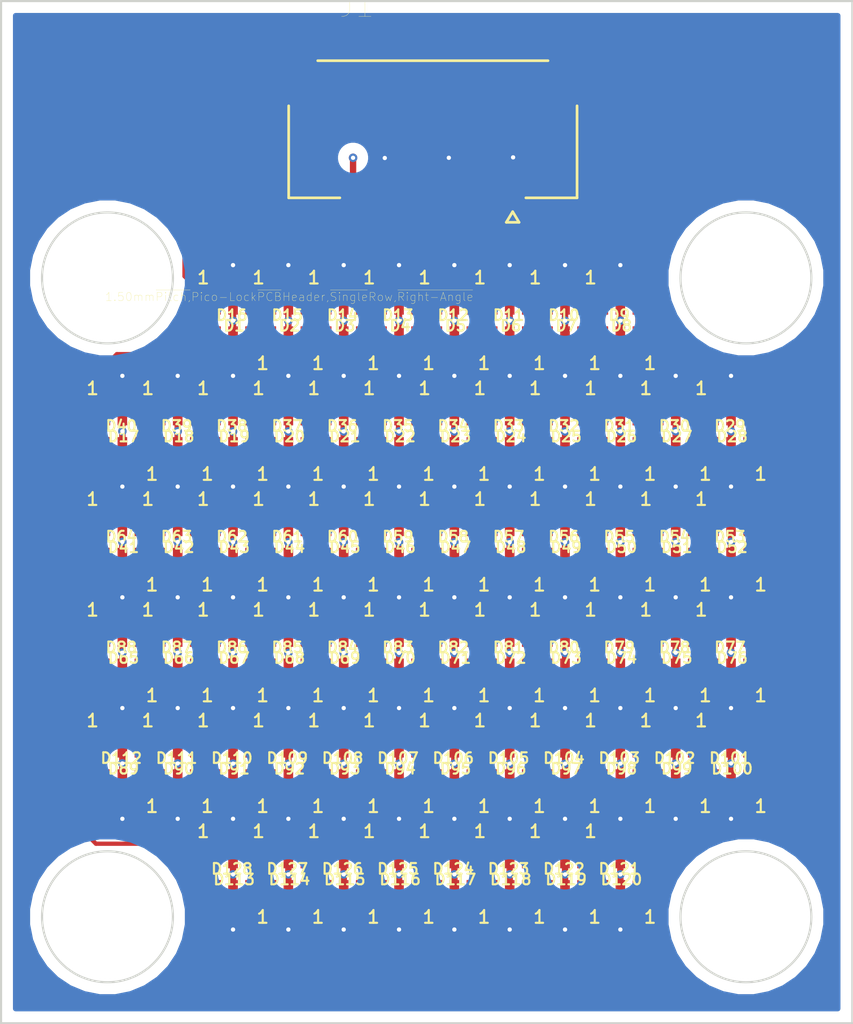
<source format=kicad_pcb>
(kicad_pcb (version 20171130) (host pcbnew "(5.1.9-0-10_14)")
  (layers (0 F.Cu signal) (1 In1.Cu power hide) (2 In2.Cu signal) (31 B.Cu power hide) (34 B.Paste user) (35 F.Paste user) (36 B.SilkS user) (37 F.SilkS user hide) (38 B.Mask user) (39 F.Mask user) (44 Edge.Cuts user))
  (net 0 "")
  (net 1 GND)
  (net 2 +5VD)
  (net 3 /SDI)
  (net 4 /CKI)
  (net 5 "Net-(D1-Pad3)")
  (net 6 "Net-(D1-Pad2)")
  (net 7 "Net-(D2-Pad3)")
  (net 8 "Net-(D2-Pad2)")
  (net 9 "Net-(D126-Pad3)")
  (net 10 "Net-(D126-Pad2)")
  (net 11 "Net-(D127-Pad3)")
  (net 12 "Net-(D127-Pad2)")
  (net 13 "Net-(D3-Pad3)")
  (net 14 "Net-(D3-Pad2)")
  (net 15 "Net-(D128-Pad3)")
  (net 16 "Net-(D128-Pad2)")
  (net 17 "Net-(D4-Pad3)")
  (net 18 "Net-(D4-Pad2)")
  (net 19 "Net-(D5-Pad3)")
  (net 20 "Net-(D5-Pad2)")
  (net 21 "Net-(D10-Pad4)")
  (net 22 "Net-(D10-Pad5)")
  (net 23 "Net-(D10-Pad3)")
  (net 24 "Net-(D10-Pad2)")
  (net 25 "Net-(D11-Pad3)")
  (net 26 "Net-(D11-Pad2)")
  (net 27 "Net-(D12-Pad3)")
  (net 28 "Net-(D12-Pad2)")
  (net 29 "Net-(D13-Pad3)")
  (net 30 "Net-(D13-Pad2)")
  (net 31 "Net-(D14-Pad3)")
  (net 32 "Net-(D14-Pad2)")
  (net 33 "Net-(D15-Pad3)")
  (net 34 "Net-(D15-Pad2)")
  (net 35 "Net-(D16-Pad3)")
  (net 36 "Net-(D16-Pad2)")
  (net 37 "Net-(D17-Pad3)")
  (net 38 "Net-(D17-Pad2)")
  (net 39 "Net-(D18-Pad3)")
  (net 40 "Net-(D18-Pad2)")
  (net 41 "Net-(D19-Pad3)")
  (net 42 "Net-(D19-Pad2)")
  (net 43 "Net-(D20-Pad3)")
  (net 44 "Net-(D20-Pad2)")
  (net 45 "Net-(D21-Pad3)")
  (net 46 "Net-(D21-Pad2)")
  (net 47 "Net-(D22-Pad3)")
  (net 48 "Net-(D22-Pad2)")
  (net 49 "Net-(D23-Pad3)")
  (net 50 "Net-(D23-Pad2)")
  (net 51 "Net-(D24-Pad3)")
  (net 52 "Net-(D24-Pad2)")
  (net 53 "Net-(D25-Pad3)")
  (net 54 "Net-(D25-Pad2)")
  (net 55 "Net-(D26-Pad3)")
  (net 56 "Net-(D26-Pad2)")
  (net 57 "Net-(D27-Pad3)")
  (net 58 "Net-(D27-Pad2)")
  (net 59 "Net-(D28-Pad3)")
  (net 60 "Net-(D28-Pad2)")
  (net 61 "Net-(D29-Pad3)")
  (net 62 "Net-(D29-Pad2)")
  (net 63 "Net-(D30-Pad3)")
  (net 64 "Net-(D30-Pad2)")
  (net 65 "Net-(D31-Pad3)")
  (net 66 "Net-(D31-Pad2)")
  (net 67 "Net-(D32-Pad3)")
  (net 68 "Net-(D32-Pad2)")
  (net 69 "Net-(D33-Pad3)")
  (net 70 "Net-(D33-Pad2)")
  (net 71 "Net-(D34-Pad3)")
  (net 72 "Net-(D34-Pad2)")
  (net 73 "Net-(D35-Pad3)")
  (net 74 "Net-(D35-Pad2)")
  (net 75 "Net-(D36-Pad3)")
  (net 76 "Net-(D36-Pad2)")
  (net 77 "Net-(D37-Pad3)")
  (net 78 "Net-(D37-Pad2)")
  (net 79 "Net-(D38-Pad3)")
  (net 80 "Net-(D38-Pad2)")
  (net 81 "Net-(D39-Pad3)")
  (net 82 "Net-(D39-Pad2)")
  (net 83 "Net-(D40-Pad3)")
  (net 84 "Net-(D40-Pad2)")
  (net 85 "Net-(D41-Pad3)")
  (net 86 "Net-(D41-Pad2)")
  (net 87 "Net-(D42-Pad3)")
  (net 88 "Net-(D42-Pad2)")
  (net 89 "Net-(D43-Pad3)")
  (net 90 "Net-(D43-Pad2)")
  (net 91 "Net-(D44-Pad3)")
  (net 92 "Net-(D44-Pad2)")
  (net 93 "Net-(D45-Pad3)")
  (net 94 "Net-(D45-Pad2)")
  (net 95 "Net-(D46-Pad3)")
  (net 96 "Net-(D46-Pad2)")
  (net 97 "Net-(D47-Pad3)")
  (net 98 "Net-(D47-Pad2)")
  (net 99 "Net-(D48-Pad3)")
  (net 100 "Net-(D48-Pad2)")
  (net 101 "Net-(D49-Pad3)")
  (net 102 "Net-(D49-Pad2)")
  (net 103 "Net-(D50-Pad3)")
  (net 104 "Net-(D50-Pad2)")
  (net 105 "Net-(D51-Pad3)")
  (net 106 "Net-(D51-Pad2)")
  (net 107 "Net-(D52-Pad3)")
  (net 108 "Net-(D52-Pad2)")
  (net 109 "Net-(D53-Pad3)")
  (net 110 "Net-(D53-Pad2)")
  (net 111 "Net-(D54-Pad3)")
  (net 112 "Net-(D54-Pad2)")
  (net 113 "Net-(D55-Pad3)")
  (net 114 "Net-(D55-Pad2)")
  (net 115 "Net-(D56-Pad3)")
  (net 116 "Net-(D56-Pad2)")
  (net 117 "Net-(D57-Pad3)")
  (net 118 "Net-(D57-Pad2)")
  (net 119 "Net-(D58-Pad3)")
  (net 120 "Net-(D58-Pad2)")
  (net 121 "Net-(D59-Pad3)")
  (net 122 "Net-(D59-Pad2)")
  (net 123 "Net-(D60-Pad3)")
  (net 124 "Net-(D60-Pad2)")
  (net 125 "Net-(D61-Pad3)")
  (net 126 "Net-(D61-Pad2)")
  (net 127 "Net-(D62-Pad3)")
  (net 128 "Net-(D62-Pad2)")
  (net 129 "Net-(D63-Pad3)")
  (net 130 "Net-(D63-Pad2)")
  (net 131 "Net-(D64-Pad3)")
  (net 132 "Net-(D64-Pad2)")
  (net 133 "Net-(D65-Pad3)")
  (net 134 "Net-(D65-Pad2)")
  (net 135 "Net-(D66-Pad3)")
  (net 136 "Net-(D66-Pad2)")
  (net 137 "Net-(D67-Pad3)")
  (net 138 "Net-(D67-Pad2)")
  (net 139 "Net-(D68-Pad3)")
  (net 140 "Net-(D68-Pad2)")
  (net 141 "Net-(D69-Pad3)")
  (net 142 "Net-(D69-Pad2)")
  (net 143 "Net-(D70-Pad3)")
  (net 144 "Net-(D70-Pad2)")
  (net 145 "Net-(D71-Pad3)")
  (net 146 "Net-(D71-Pad2)")
  (net 147 "Net-(D72-Pad3)")
  (net 148 "Net-(D72-Pad2)")
  (net 149 "Net-(D73-Pad3)")
  (net 150 "Net-(D73-Pad2)")
  (net 151 "Net-(D74-Pad3)")
  (net 152 "Net-(D74-Pad2)")
  (net 153 "Net-(D75-Pad3)")
  (net 154 "Net-(D75-Pad2)")
  (net 155 "Net-(D76-Pad3)")
  (net 156 "Net-(D76-Pad2)")
  (net 157 "Net-(D77-Pad3)")
  (net 158 "Net-(D77-Pad2)")
  (net 159 "Net-(D78-Pad3)")
  (net 160 "Net-(D78-Pad2)")
  (net 161 "Net-(D79-Pad3)")
  (net 162 "Net-(D79-Pad2)")
  (net 163 "Net-(D80-Pad3)")
  (net 164 "Net-(D80-Pad2)")
  (net 165 "Net-(D81-Pad3)")
  (net 166 "Net-(D81-Pad2)")
  (net 167 "Net-(D82-Pad3)")
  (net 168 "Net-(D82-Pad2)")
  (net 169 "Net-(D83-Pad3)")
  (net 170 "Net-(D83-Pad2)")
  (net 171 "Net-(D84-Pad3)")
  (net 172 "Net-(D84-Pad2)")
  (net 173 "Net-(D85-Pad3)")
  (net 174 "Net-(D85-Pad2)")
  (net 175 "Net-(D86-Pad3)")
  (net 176 "Net-(D86-Pad2)")
  (net 177 "Net-(D87-Pad3)")
  (net 178 "Net-(D87-Pad2)")
  (net 179 "Net-(D88-Pad3)")
  (net 180 "Net-(D88-Pad2)")
  (net 181 "Net-(D89-Pad3)")
  (net 182 "Net-(D89-Pad2)")
  (net 183 "Net-(D90-Pad3)")
  (net 184 "Net-(D90-Pad2)")
  (net 185 "Net-(D91-Pad3)")
  (net 186 "Net-(D91-Pad2)")
  (net 187 "Net-(D92-Pad3)")
  (net 188 "Net-(D92-Pad2)")
  (net 189 "Net-(D93-Pad3)")
  (net 190 "Net-(D93-Pad2)")
  (net 191 "Net-(D94-Pad3)")
  (net 192 "Net-(D94-Pad2)")
  (net 193 "Net-(D95-Pad3)")
  (net 194 "Net-(D95-Pad2)")
  (net 195 "Net-(D100-Pad4)")
  (net 196 "Net-(D100-Pad5)")
  (net 197 "Net-(D100-Pad3)")
  (net 198 "Net-(D100-Pad2)")
  (net 199 "Net-(D101-Pad3)")
  (net 200 "Net-(D101-Pad2)")
  (net 201 "Net-(D102-Pad3)")
  (net 202 "Net-(D102-Pad2)")
  (net 203 "Net-(D103-Pad3)")
  (net 204 "Net-(D103-Pad2)")
  (net 205 "Net-(D104-Pad3)")
  (net 206 "Net-(D104-Pad2)")
  (net 207 "Net-(D105-Pad3)")
  (net 208 "Net-(D105-Pad2)")
  (net 209 "Net-(D106-Pad3)")
  (net 210 "Net-(D106-Pad2)")
  (net 211 "Net-(D107-Pad3)")
  (net 212 "Net-(D107-Pad2)")
  (net 213 "Net-(D108-Pad3)")
  (net 214 "Net-(D108-Pad2)")
  (net 215 "Net-(D109-Pad3)")
  (net 216 "Net-(D109-Pad2)")
  (net 217 "Net-(D110-Pad3)")
  (net 218 "Net-(D110-Pad2)")
  (net 219 "Net-(D111-Pad3)")
  (net 220 "Net-(D111-Pad2)")
  (net 221 "Net-(D112-Pad3)")
  (net 222 "Net-(D112-Pad2)")
  (net 223 "Net-(D113-Pad3)")
  (net 224 "Net-(D113-Pad2)")
  (net 225 "Net-(D114-Pad3)")
  (net 226 "Net-(D114-Pad2)")
  (net 227 "Net-(D115-Pad3)")
  (net 228 "Net-(D115-Pad2)")
  (net 229 "Net-(D116-Pad3)")
  (net 230 "Net-(D116-Pad2)")
  (net 231 "Net-(D117-Pad3)")
  (net 232 "Net-(D117-Pad2)")
  (net 233 "Net-(D118-Pad3)")
  (net 234 "Net-(D118-Pad2)")
  (net 235 "Net-(D119-Pad3)")
  (net 236 "Net-(D119-Pad2)")
  (net 237 "Net-(D120-Pad3)")
  (net 238 "Net-(D120-Pad2)")
  (net 239 "Net-(D121-Pad3)")
  (net 240 "Net-(D121-Pad2)")
  (net 241 "Net-(D122-Pad3)")
  (net 242 "Net-(D122-Pad2)")
  (net 243 "Net-(D123-Pad3)")
  (net 244 "Net-(D123-Pad2)")
  (net 245 "Net-(D124-Pad3)")
  (net 246 "Net-(D124-Pad2)")
  (net 247 "Net-(D125-Pad3)")
  (net 248 "Net-(D125-Pad2)")
  (net 249 "Net-(D6-Pad3)")
  (net 250 "Net-(D6-Pad2)")
  (net 251 "Net-(D7-Pad3)")
  (net 252 "Net-(D7-Pad2)")
  (net 253 "Net-(D8-Pad3)")
  (net 254 "Net-(D8-Pad2)")
  (net 255 "Net-(D96-Pad3)")
  (net 256 "Net-(D96-Pad2)")
  (net 257 "Net-(D97-Pad3)")
  (net 258 "Net-(D97-Pad2)")
  (net 259 "Net-(D98-Pad3)")
  (net 260 "Net-(D98-Pad2)")
  (module LED_SMD:LED-APA102-2020 (layer F.Cu) (at 50.9 64.3 180)
    (fp_text reference D128 (at 0.0508 1.5494 180) (layer F.SilkS) (effects (font (size 0.5 0.5) (thickness 0.1))))
    (fp_text value APA102-2020)
    (fp_text user 1 (at -1.397 -0.7112 180) (layer F.SilkS) (effects (font (size 0.6 0.6) (thickness 0.1))))
    (pad 1 smd rect (at 0 0.6 180) (size 0.45 0.85) (layers F.Cu F.Paste F.Mask) (net 2 +5VD))
    (pad 2 smd rect (at 0.8 0.7 180) (size 0.45 0.65) (layers F.Cu F.Paste F.Mask) (net 16 "Net-(D128-Pad2)"))
    (pad 5 smd rect (at -0.8 0.7 180) (size 0.45 0.65) (layers F.Cu F.Paste F.Mask) (net 12 "Net-(D127-Pad2)"))
    (pad 6 smd rect (at 0 -0.7 180) (size 0.45 0.65) (layers F.Cu F.Paste F.Mask) (net 1 GND))
    (pad 3 smd rect (at 0.8 -0.7 180) (size 0.45 0.65) (layers F.Cu F.Paste F.Mask) (net 15 "Net-(D128-Pad3)"))
    (pad 4 smd rect (at -0.8 -0.7 180) (size 0.45 0.65) (layers F.Cu F.Paste F.Mask) (net 11 "Net-(D127-Pad3)"))
  )
  (module LED_SMD:LED-APA102-2020 (layer F.Cu) (at 53.5 64.3 180)
    (fp_text reference D127 (at 0.0508 1.5494 180) (layer F.SilkS) (effects (font (size 0.5 0.5) (thickness 0.1))))
    (fp_text value APA102-2020)
    (fp_text user 1 (at -1.397 -0.7112 180) (layer F.SilkS) (effects (font (size 0.6 0.6) (thickness 0.1))))
    (pad 1 smd rect (at 0 0.6 180) (size 0.45 0.85) (layers F.Cu F.Paste F.Mask) (net 2 +5VD))
    (pad 2 smd rect (at 0.8 0.7 180) (size 0.45 0.65) (layers F.Cu F.Paste F.Mask) (net 12 "Net-(D127-Pad2)"))
    (pad 5 smd rect (at -0.8 0.7 180) (size 0.45 0.65) (layers F.Cu F.Paste F.Mask) (net 10 "Net-(D126-Pad2)"))
    (pad 6 smd rect (at 0 -0.7 180) (size 0.45 0.65) (layers F.Cu F.Paste F.Mask) (net 1 GND))
    (pad 3 smd rect (at 0.8 -0.7 180) (size 0.45 0.65) (layers F.Cu F.Paste F.Mask) (net 11 "Net-(D127-Pad3)"))
    (pad 4 smd rect (at -0.8 -0.7 180) (size 0.45 0.65) (layers F.Cu F.Paste F.Mask) (net 9 "Net-(D126-Pad3)"))
  )
  (module LED_SMD:LED-APA102-2020 (layer F.Cu) (at 56.1 64.3 180)
    (fp_text reference D126 (at 0.0508 1.5494 180) (layer F.SilkS) (effects (font (size 0.5 0.5) (thickness 0.1))))
    (fp_text value APA102-2020)
    (fp_text user 1 (at -1.397 -0.7112 180) (layer F.SilkS) (effects (font (size 0.6 0.6) (thickness 0.1))))
    (pad 1 smd rect (at 0 0.6 180) (size 0.45 0.85) (layers F.Cu F.Paste F.Mask) (net 2 +5VD))
    (pad 2 smd rect (at 0.8 0.7 180) (size 0.45 0.65) (layers F.Cu F.Paste F.Mask) (net 10 "Net-(D126-Pad2)"))
    (pad 5 smd rect (at -0.8 0.7 180) (size 0.45 0.65) (layers F.Cu F.Paste F.Mask) (net 248 "Net-(D125-Pad2)"))
    (pad 6 smd rect (at 0 -0.7 180) (size 0.45 0.65) (layers F.Cu F.Paste F.Mask) (net 1 GND))
    (pad 3 smd rect (at 0.8 -0.7 180) (size 0.45 0.65) (layers F.Cu F.Paste F.Mask) (net 9 "Net-(D126-Pad3)"))
    (pad 4 smd rect (at -0.8 -0.7 180) (size 0.45 0.65) (layers F.Cu F.Paste F.Mask) (net 247 "Net-(D125-Pad3)"))
  )
  (module LED_SMD:LED-APA102-2020 (layer F.Cu) (at 58.7 64.3 180)
    (fp_text reference D125 (at 0.0508 1.5494 180) (layer F.SilkS) (effects (font (size 0.5 0.5) (thickness 0.1))))
    (fp_text value APA102-2020)
    (fp_text user 1 (at -1.397 -0.7112 180) (layer F.SilkS) (effects (font (size 0.6 0.6) (thickness 0.1))))
    (pad 1 smd rect (at 0 0.6 180) (size 0.45 0.85) (layers F.Cu F.Paste F.Mask) (net 2 +5VD))
    (pad 2 smd rect (at 0.8 0.7 180) (size 0.45 0.65) (layers F.Cu F.Paste F.Mask) (net 248 "Net-(D125-Pad2)"))
    (pad 5 smd rect (at -0.8 0.7 180) (size 0.45 0.65) (layers F.Cu F.Paste F.Mask) (net 246 "Net-(D124-Pad2)"))
    (pad 6 smd rect (at 0 -0.7 180) (size 0.45 0.65) (layers F.Cu F.Paste F.Mask) (net 1 GND))
    (pad 3 smd rect (at 0.8 -0.7 180) (size 0.45 0.65) (layers F.Cu F.Paste F.Mask) (net 247 "Net-(D125-Pad3)"))
    (pad 4 smd rect (at -0.8 -0.7 180) (size 0.45 0.65) (layers F.Cu F.Paste F.Mask) (net 245 "Net-(D124-Pad3)"))
  )
  (module LED_SMD:LED-APA102-2020 (layer F.Cu) (at 61.3 64.3 180)
    (fp_text reference D124 (at 0.0508 1.5494 180) (layer F.SilkS) (effects (font (size 0.5 0.5) (thickness 0.1))))
    (fp_text value APA102-2020)
    (fp_text user 1 (at -1.397 -0.7112 180) (layer F.SilkS) (effects (font (size 0.6 0.6) (thickness 0.1))))
    (pad 1 smd rect (at 0 0.6 180) (size 0.45 0.85) (layers F.Cu F.Paste F.Mask) (net 2 +5VD))
    (pad 2 smd rect (at 0.8 0.7 180) (size 0.45 0.65) (layers F.Cu F.Paste F.Mask) (net 246 "Net-(D124-Pad2)"))
    (pad 5 smd rect (at -0.8 0.7 180) (size 0.45 0.65) (layers F.Cu F.Paste F.Mask) (net 244 "Net-(D123-Pad2)"))
    (pad 6 smd rect (at 0 -0.7 180) (size 0.45 0.65) (layers F.Cu F.Paste F.Mask) (net 1 GND))
    (pad 3 smd rect (at 0.8 -0.7 180) (size 0.45 0.65) (layers F.Cu F.Paste F.Mask) (net 245 "Net-(D124-Pad3)"))
    (pad 4 smd rect (at -0.8 -0.7 180) (size 0.45 0.65) (layers F.Cu F.Paste F.Mask) (net 243 "Net-(D123-Pad3)"))
  )
  (module LED_SMD:LED-APA102-2020 (layer F.Cu) (at 63.9 64.3 180)
    (fp_text reference D123 (at 0.0508 1.5494 180) (layer F.SilkS) (effects (font (size 0.5 0.5) (thickness 0.1))))
    (fp_text value APA102-2020)
    (fp_text user 1 (at -1.397 -0.7112 180) (layer F.SilkS) (effects (font (size 0.6 0.6) (thickness 0.1))))
    (pad 1 smd rect (at 0 0.6 180) (size 0.45 0.85) (layers F.Cu F.Paste F.Mask) (net 2 +5VD))
    (pad 2 smd rect (at 0.8 0.7 180) (size 0.45 0.65) (layers F.Cu F.Paste F.Mask) (net 244 "Net-(D123-Pad2)"))
    (pad 5 smd rect (at -0.8 0.7 180) (size 0.45 0.65) (layers F.Cu F.Paste F.Mask) (net 242 "Net-(D122-Pad2)"))
    (pad 6 smd rect (at 0 -0.7 180) (size 0.45 0.65) (layers F.Cu F.Paste F.Mask) (net 1 GND))
    (pad 3 smd rect (at 0.8 -0.7 180) (size 0.45 0.65) (layers F.Cu F.Paste F.Mask) (net 243 "Net-(D123-Pad3)"))
    (pad 4 smd rect (at -0.8 -0.7 180) (size 0.45 0.65) (layers F.Cu F.Paste F.Mask) (net 241 "Net-(D122-Pad3)"))
  )
  (module LED_SMD:LED-APA102-2020 (layer F.Cu) (at 66.5 64.3 180)
    (fp_text reference D122 (at 0.0508 1.5494 180) (layer F.SilkS) (effects (font (size 0.5 0.5) (thickness 0.1))))
    (fp_text value APA102-2020)
    (fp_text user 1 (at -1.397 -0.7112 180) (layer F.SilkS) (effects (font (size 0.6 0.6) (thickness 0.1))))
    (pad 1 smd rect (at 0 0.6 180) (size 0.45 0.85) (layers F.Cu F.Paste F.Mask) (net 2 +5VD))
    (pad 2 smd rect (at 0.8 0.7 180) (size 0.45 0.65) (layers F.Cu F.Paste F.Mask) (net 242 "Net-(D122-Pad2)"))
    (pad 5 smd rect (at -0.8 0.7 180) (size 0.45 0.65) (layers F.Cu F.Paste F.Mask) (net 240 "Net-(D121-Pad2)"))
    (pad 6 smd rect (at 0 -0.7 180) (size 0.45 0.65) (layers F.Cu F.Paste F.Mask) (net 1 GND))
    (pad 3 smd rect (at 0.8 -0.7 180) (size 0.45 0.65) (layers F.Cu F.Paste F.Mask) (net 241 "Net-(D122-Pad3)"))
    (pad 4 smd rect (at -0.8 -0.7 180) (size 0.45 0.65) (layers F.Cu F.Paste F.Mask) (net 239 "Net-(D121-Pad3)"))
  )
  (module LED_SMD:LED-APA102-2020 (layer F.Cu) (at 69.1 64.3 180)
    (fp_text reference D121 (at 0.0508 1.5494 180) (layer F.SilkS) (effects (font (size 0.5 0.5) (thickness 0.1))))
    (fp_text value APA102-2020)
    (fp_text user 1 (at -1.397 -0.7112 180) (layer F.SilkS) (effects (font (size 0.6 0.6) (thickness 0.1))))
    (pad 1 smd rect (at 0 0.6 180) (size 0.45 0.85) (layers F.Cu F.Paste F.Mask) (net 2 +5VD))
    (pad 2 smd rect (at 0.8 0.7 180) (size 0.45 0.65) (layers F.Cu F.Paste F.Mask) (net 240 "Net-(D121-Pad2)"))
    (pad 5 smd rect (at -0.8 0.7 180) (size 0.45 0.65) (layers F.Cu F.Paste F.Mask) (net 238 "Net-(D120-Pad2)"))
    (pad 6 smd rect (at 0 -0.7 180) (size 0.45 0.65) (layers F.Cu F.Paste F.Mask) (net 1 GND))
    (pad 3 smd rect (at 0.8 -0.7 180) (size 0.45 0.65) (layers F.Cu F.Paste F.Mask) (net 239 "Net-(D121-Pad3)"))
    (pad 4 smd rect (at -0.8 -0.7 180) (size 0.45 0.65) (layers F.Cu F.Paste F.Mask) (net 237 "Net-(D120-Pad3)"))
  )
  (module LED_SMD:LED-APA102-2020 (layer F.Cu) (at 69.1 61.7)
    (fp_text reference D120 (at 0.0508 1.5494) (layer F.SilkS) (effects (font (size 0.5 0.5) (thickness 0.1))))
    (fp_text value APA102-2020)
    (fp_text user 1 (at -1.397 -0.7112) (layer F.SilkS) (effects (font (size 0.6 0.6) (thickness 0.1))))
    (pad 1 smd rect (at 0 0.6) (size 0.45 0.85) (layers F.Cu F.Paste F.Mask) (net 2 +5VD))
    (pad 2 smd rect (at 0.8 0.7) (size 0.45 0.65) (layers F.Cu F.Paste F.Mask) (net 238 "Net-(D120-Pad2)"))
    (pad 5 smd rect (at -0.8 0.7) (size 0.45 0.65) (layers F.Cu F.Paste F.Mask) (net 236 "Net-(D119-Pad2)"))
    (pad 6 smd rect (at 0 -0.7) (size 0.45 0.65) (layers F.Cu F.Paste F.Mask) (net 1 GND))
    (pad 3 smd rect (at 0.8 -0.7) (size 0.45 0.65) (layers F.Cu F.Paste F.Mask) (net 237 "Net-(D120-Pad3)"))
    (pad 4 smd rect (at -0.8 -0.7) (size 0.45 0.65) (layers F.Cu F.Paste F.Mask) (net 235 "Net-(D119-Pad3)"))
  )
  (module LED_SMD:LED-APA102-2020 (layer F.Cu) (at 66.5 61.7)
    (fp_text reference D119 (at 0.0508 1.5494) (layer F.SilkS) (effects (font (size 0.5 0.5) (thickness 0.1))))
    (fp_text value APA102-2020)
    (fp_text user 1 (at -1.397 -0.7112) (layer F.SilkS) (effects (font (size 0.6 0.6) (thickness 0.1))))
    (pad 1 smd rect (at 0 0.6) (size 0.45 0.85) (layers F.Cu F.Paste F.Mask) (net 2 +5VD))
    (pad 2 smd rect (at 0.8 0.7) (size 0.45 0.65) (layers F.Cu F.Paste F.Mask) (net 236 "Net-(D119-Pad2)"))
    (pad 5 smd rect (at -0.8 0.7) (size 0.45 0.65) (layers F.Cu F.Paste F.Mask) (net 234 "Net-(D118-Pad2)"))
    (pad 6 smd rect (at 0 -0.7) (size 0.45 0.65) (layers F.Cu F.Paste F.Mask) (net 1 GND))
    (pad 3 smd rect (at 0.8 -0.7) (size 0.45 0.65) (layers F.Cu F.Paste F.Mask) (net 235 "Net-(D119-Pad3)"))
    (pad 4 smd rect (at -0.8 -0.7) (size 0.45 0.65) (layers F.Cu F.Paste F.Mask) (net 233 "Net-(D118-Pad3)"))
  )
  (module LED_SMD:LED-APA102-2020 (layer F.Cu) (at 63.9 61.7)
    (fp_text reference D118 (at 0.0508 1.5494) (layer F.SilkS) (effects (font (size 0.5 0.5) (thickness 0.1))))
    (fp_text value APA102-2020)
    (fp_text user 1 (at -1.397 -0.7112) (layer F.SilkS) (effects (font (size 0.6 0.6) (thickness 0.1))))
    (pad 1 smd rect (at 0 0.6) (size 0.45 0.85) (layers F.Cu F.Paste F.Mask) (net 2 +5VD))
    (pad 2 smd rect (at 0.8 0.7) (size 0.45 0.65) (layers F.Cu F.Paste F.Mask) (net 234 "Net-(D118-Pad2)"))
    (pad 5 smd rect (at -0.8 0.7) (size 0.45 0.65) (layers F.Cu F.Paste F.Mask) (net 232 "Net-(D117-Pad2)"))
    (pad 6 smd rect (at 0 -0.7) (size 0.45 0.65) (layers F.Cu F.Paste F.Mask) (net 1 GND))
    (pad 3 smd rect (at 0.8 -0.7) (size 0.45 0.65) (layers F.Cu F.Paste F.Mask) (net 233 "Net-(D118-Pad3)"))
    (pad 4 smd rect (at -0.8 -0.7) (size 0.45 0.65) (layers F.Cu F.Paste F.Mask) (net 231 "Net-(D117-Pad3)"))
  )
  (module LED_SMD:LED-APA102-2020 (layer F.Cu) (at 61.3 61.7)
    (fp_text reference D117 (at 0.0508 1.5494) (layer F.SilkS) (effects (font (size 0.5 0.5) (thickness 0.1))))
    (fp_text value APA102-2020)
    (fp_text user 1 (at -1.397 -0.7112) (layer F.SilkS) (effects (font (size 0.6 0.6) (thickness 0.1))))
    (pad 1 smd rect (at 0 0.6) (size 0.45 0.85) (layers F.Cu F.Paste F.Mask) (net 2 +5VD))
    (pad 2 smd rect (at 0.8 0.7) (size 0.45 0.65) (layers F.Cu F.Paste F.Mask) (net 232 "Net-(D117-Pad2)"))
    (pad 5 smd rect (at -0.8 0.7) (size 0.45 0.65) (layers F.Cu F.Paste F.Mask) (net 230 "Net-(D116-Pad2)"))
    (pad 6 smd rect (at 0 -0.7) (size 0.45 0.65) (layers F.Cu F.Paste F.Mask) (net 1 GND))
    (pad 3 smd rect (at 0.8 -0.7) (size 0.45 0.65) (layers F.Cu F.Paste F.Mask) (net 231 "Net-(D117-Pad3)"))
    (pad 4 smd rect (at -0.8 -0.7) (size 0.45 0.65) (layers F.Cu F.Paste F.Mask) (net 229 "Net-(D116-Pad3)"))
  )
  (module LED_SMD:LED-APA102-2020 (layer F.Cu) (at 58.7 61.7)
    (fp_text reference D116 (at 0.0508 1.5494) (layer F.SilkS) (effects (font (size 0.5 0.5) (thickness 0.1))))
    (fp_text value APA102-2020)
    (fp_text user 1 (at -1.397 -0.7112) (layer F.SilkS) (effects (font (size 0.6 0.6) (thickness 0.1))))
    (pad 1 smd rect (at 0 0.6) (size 0.45 0.85) (layers F.Cu F.Paste F.Mask) (net 2 +5VD))
    (pad 2 smd rect (at 0.8 0.7) (size 0.45 0.65) (layers F.Cu F.Paste F.Mask) (net 230 "Net-(D116-Pad2)"))
    (pad 5 smd rect (at -0.8 0.7) (size 0.45 0.65) (layers F.Cu F.Paste F.Mask) (net 228 "Net-(D115-Pad2)"))
    (pad 6 smd rect (at 0 -0.7) (size 0.45 0.65) (layers F.Cu F.Paste F.Mask) (net 1 GND))
    (pad 3 smd rect (at 0.8 -0.7) (size 0.45 0.65) (layers F.Cu F.Paste F.Mask) (net 229 "Net-(D116-Pad3)"))
    (pad 4 smd rect (at -0.8 -0.7) (size 0.45 0.65) (layers F.Cu F.Paste F.Mask) (net 227 "Net-(D115-Pad3)"))
  )
  (module LED_SMD:LED-APA102-2020 (layer F.Cu) (at 56.1 61.7)
    (fp_text reference D115 (at 0.0508 1.5494) (layer F.SilkS) (effects (font (size 0.5 0.5) (thickness 0.1))))
    (fp_text value APA102-2020)
    (fp_text user 1 (at -1.397 -0.7112) (layer F.SilkS) (effects (font (size 0.6 0.6) (thickness 0.1))))
    (pad 1 smd rect (at 0 0.6) (size 0.45 0.85) (layers F.Cu F.Paste F.Mask) (net 2 +5VD))
    (pad 2 smd rect (at 0.8 0.7) (size 0.45 0.65) (layers F.Cu F.Paste F.Mask) (net 228 "Net-(D115-Pad2)"))
    (pad 5 smd rect (at -0.8 0.7) (size 0.45 0.65) (layers F.Cu F.Paste F.Mask) (net 226 "Net-(D114-Pad2)"))
    (pad 6 smd rect (at 0 -0.7) (size 0.45 0.65) (layers F.Cu F.Paste F.Mask) (net 1 GND))
    (pad 3 smd rect (at 0.8 -0.7) (size 0.45 0.65) (layers F.Cu F.Paste F.Mask) (net 227 "Net-(D115-Pad3)"))
    (pad 4 smd rect (at -0.8 -0.7) (size 0.45 0.65) (layers F.Cu F.Paste F.Mask) (net 225 "Net-(D114-Pad3)"))
  )
  (module LED_SMD:LED-APA102-2020 (layer F.Cu) (at 53.5 61.7)
    (fp_text reference D114 (at 0.0508 1.5494) (layer F.SilkS) (effects (font (size 0.5 0.5) (thickness 0.1))))
    (fp_text value APA102-2020)
    (fp_text user 1 (at -1.397 -0.7112) (layer F.SilkS) (effects (font (size 0.6 0.6) (thickness 0.1))))
    (pad 1 smd rect (at 0 0.6) (size 0.45 0.85) (layers F.Cu F.Paste F.Mask) (net 2 +5VD))
    (pad 2 smd rect (at 0.8 0.7) (size 0.45 0.65) (layers F.Cu F.Paste F.Mask) (net 226 "Net-(D114-Pad2)"))
    (pad 5 smd rect (at -0.8 0.7) (size 0.45 0.65) (layers F.Cu F.Paste F.Mask) (net 224 "Net-(D113-Pad2)"))
    (pad 6 smd rect (at 0 -0.7) (size 0.45 0.65) (layers F.Cu F.Paste F.Mask) (net 1 GND))
    (pad 3 smd rect (at 0.8 -0.7) (size 0.45 0.65) (layers F.Cu F.Paste F.Mask) (net 225 "Net-(D114-Pad3)"))
    (pad 4 smd rect (at -0.8 -0.7) (size 0.45 0.65) (layers F.Cu F.Paste F.Mask) (net 223 "Net-(D113-Pad3)"))
  )
  (module LED_SMD:LED-APA102-2020 (layer F.Cu) (at 50.9 61.7)
    (fp_text reference D113 (at 0.0508 1.5494) (layer F.SilkS) (effects (font (size 0.5 0.5) (thickness 0.1))))
    (fp_text value APA102-2020)
    (fp_text user 1 (at -1.397 -0.7112) (layer F.SilkS) (effects (font (size 0.6 0.6) (thickness 0.1))))
    (pad 1 smd rect (at 0 0.6) (size 0.45 0.85) (layers F.Cu F.Paste F.Mask) (net 2 +5VD))
    (pad 2 smd rect (at 0.8 0.7) (size 0.45 0.65) (layers F.Cu F.Paste F.Mask) (net 224 "Net-(D113-Pad2)"))
    (pad 5 smd rect (at -0.8 0.7) (size 0.45 0.65) (layers F.Cu F.Paste F.Mask) (net 222 "Net-(D112-Pad2)"))
    (pad 6 smd rect (at 0 -0.7) (size 0.45 0.65) (layers F.Cu F.Paste F.Mask) (net 1 GND))
    (pad 3 smd rect (at 0.8 -0.7) (size 0.45 0.65) (layers F.Cu F.Paste F.Mask) (net 223 "Net-(D113-Pad3)"))
    (pad 4 smd rect (at -0.8 -0.7) (size 0.45 0.65) (layers F.Cu F.Paste F.Mask) (net 221 "Net-(D112-Pad3)"))
  )
  (module LED_SMD:LED-APA102-2020 (layer F.Cu) (at 45.7 59.1 180)
    (fp_text reference D112 (at 0.0508 1.5494 180) (layer F.SilkS) (effects (font (size 0.5 0.5) (thickness 0.1))))
    (fp_text value APA102-2020)
    (fp_text user 1 (at -1.397 -0.7112 180) (layer F.SilkS) (effects (font (size 0.6 0.6) (thickness 0.1))))
    (pad 1 smd rect (at 0 0.6 180) (size 0.45 0.85) (layers F.Cu F.Paste F.Mask) (net 2 +5VD))
    (pad 2 smd rect (at 0.8 0.7 180) (size 0.45 0.65) (layers F.Cu F.Paste F.Mask) (net 222 "Net-(D112-Pad2)"))
    (pad 5 smd rect (at -0.8 0.7 180) (size 0.45 0.65) (layers F.Cu F.Paste F.Mask) (net 220 "Net-(D111-Pad2)"))
    (pad 6 smd rect (at 0 -0.7 180) (size 0.45 0.65) (layers F.Cu F.Paste F.Mask) (net 1 GND))
    (pad 3 smd rect (at 0.8 -0.7 180) (size 0.45 0.65) (layers F.Cu F.Paste F.Mask) (net 221 "Net-(D112-Pad3)"))
    (pad 4 smd rect (at -0.8 -0.7 180) (size 0.45 0.65) (layers F.Cu F.Paste F.Mask) (net 219 "Net-(D111-Pad3)"))
  )
  (module LED_SMD:LED-APA102-2020 (layer F.Cu) (at 48.3 59.1 180)
    (fp_text reference D111 (at 0.0508 1.5494 180) (layer F.SilkS) (effects (font (size 0.5 0.5) (thickness 0.1))))
    (fp_text value APA102-2020)
    (fp_text user 1 (at -1.397 -0.7112 180) (layer F.SilkS) (effects (font (size 0.6 0.6) (thickness 0.1))))
    (pad 1 smd rect (at 0 0.6 180) (size 0.45 0.85) (layers F.Cu F.Paste F.Mask) (net 2 +5VD))
    (pad 2 smd rect (at 0.8 0.7 180) (size 0.45 0.65) (layers F.Cu F.Paste F.Mask) (net 220 "Net-(D111-Pad2)"))
    (pad 5 smd rect (at -0.8 0.7 180) (size 0.45 0.65) (layers F.Cu F.Paste F.Mask) (net 218 "Net-(D110-Pad2)"))
    (pad 6 smd rect (at 0 -0.7 180) (size 0.45 0.65) (layers F.Cu F.Paste F.Mask) (net 1 GND))
    (pad 3 smd rect (at 0.8 -0.7 180) (size 0.45 0.65) (layers F.Cu F.Paste F.Mask) (net 219 "Net-(D111-Pad3)"))
    (pad 4 smd rect (at -0.8 -0.7 180) (size 0.45 0.65) (layers F.Cu F.Paste F.Mask) (net 217 "Net-(D110-Pad3)"))
  )
  (module LED_SMD:LED-APA102-2020 (layer F.Cu) (at 50.9 59.1 180)
    (fp_text reference D110 (at 0.0508 1.5494 180) (layer F.SilkS) (effects (font (size 0.5 0.5) (thickness 0.1))))
    (fp_text value APA102-2020)
    (fp_text user 1 (at -1.397 -0.7112 180) (layer F.SilkS) (effects (font (size 0.6 0.6) (thickness 0.1))))
    (pad 1 smd rect (at 0 0.6 180) (size 0.45 0.85) (layers F.Cu F.Paste F.Mask) (net 2 +5VD))
    (pad 2 smd rect (at 0.8 0.7 180) (size 0.45 0.65) (layers F.Cu F.Paste F.Mask) (net 218 "Net-(D110-Pad2)"))
    (pad 5 smd rect (at -0.8 0.7 180) (size 0.45 0.65) (layers F.Cu F.Paste F.Mask) (net 216 "Net-(D109-Pad2)"))
    (pad 6 smd rect (at 0 -0.7 180) (size 0.45 0.65) (layers F.Cu F.Paste F.Mask) (net 1 GND))
    (pad 3 smd rect (at 0.8 -0.7 180) (size 0.45 0.65) (layers F.Cu F.Paste F.Mask) (net 217 "Net-(D110-Pad3)"))
    (pad 4 smd rect (at -0.8 -0.7 180) (size 0.45 0.65) (layers F.Cu F.Paste F.Mask) (net 215 "Net-(D109-Pad3)"))
  )
  (module LED_SMD:LED-APA102-2020 (layer F.Cu) (at 53.5 59.1 180)
    (fp_text reference D109 (at 0.0508 1.5494 180) (layer F.SilkS) (effects (font (size 0.5 0.5) (thickness 0.1))))
    (fp_text value APA102-2020)
    (fp_text user 1 (at -1.397 -0.7112 180) (layer F.SilkS) (effects (font (size 0.6 0.6) (thickness 0.1))))
    (pad 1 smd rect (at 0 0.6 180) (size 0.45 0.85) (layers F.Cu F.Paste F.Mask) (net 2 +5VD))
    (pad 2 smd rect (at 0.8 0.7 180) (size 0.45 0.65) (layers F.Cu F.Paste F.Mask) (net 216 "Net-(D109-Pad2)"))
    (pad 5 smd rect (at -0.8 0.7 180) (size 0.45 0.65) (layers F.Cu F.Paste F.Mask) (net 214 "Net-(D108-Pad2)"))
    (pad 6 smd rect (at 0 -0.7 180) (size 0.45 0.65) (layers F.Cu F.Paste F.Mask) (net 1 GND))
    (pad 3 smd rect (at 0.8 -0.7 180) (size 0.45 0.65) (layers F.Cu F.Paste F.Mask) (net 215 "Net-(D109-Pad3)"))
    (pad 4 smd rect (at -0.8 -0.7 180) (size 0.45 0.65) (layers F.Cu F.Paste F.Mask) (net 213 "Net-(D108-Pad3)"))
  )
  (module LED_SMD:LED-APA102-2020 (layer F.Cu) (at 56.1 59.1 180)
    (fp_text reference D108 (at 0.0508 1.5494 180) (layer F.SilkS) (effects (font (size 0.5 0.5) (thickness 0.1))))
    (fp_text value APA102-2020)
    (fp_text user 1 (at -1.397 -0.7112 180) (layer F.SilkS) (effects (font (size 0.6 0.6) (thickness 0.1))))
    (pad 1 smd rect (at 0 0.6 180) (size 0.45 0.85) (layers F.Cu F.Paste F.Mask) (net 2 +5VD))
    (pad 2 smd rect (at 0.8 0.7 180) (size 0.45 0.65) (layers F.Cu F.Paste F.Mask) (net 214 "Net-(D108-Pad2)"))
    (pad 5 smd rect (at -0.8 0.7 180) (size 0.45 0.65) (layers F.Cu F.Paste F.Mask) (net 212 "Net-(D107-Pad2)"))
    (pad 6 smd rect (at 0 -0.7 180) (size 0.45 0.65) (layers F.Cu F.Paste F.Mask) (net 1 GND))
    (pad 3 smd rect (at 0.8 -0.7 180) (size 0.45 0.65) (layers F.Cu F.Paste F.Mask) (net 213 "Net-(D108-Pad3)"))
    (pad 4 smd rect (at -0.8 -0.7 180) (size 0.45 0.65) (layers F.Cu F.Paste F.Mask) (net 211 "Net-(D107-Pad3)"))
  )
  (module LED_SMD:LED-APA102-2020 (layer F.Cu) (at 58.7 59.1 180)
    (fp_text reference D107 (at 0.0508 1.5494 180) (layer F.SilkS) (effects (font (size 0.5 0.5) (thickness 0.1))))
    (fp_text value APA102-2020)
    (fp_text user 1 (at -1.397 -0.7112 180) (layer F.SilkS) (effects (font (size 0.6 0.6) (thickness 0.1))))
    (pad 1 smd rect (at 0 0.6 180) (size 0.45 0.85) (layers F.Cu F.Paste F.Mask) (net 2 +5VD))
    (pad 2 smd rect (at 0.8 0.7 180) (size 0.45 0.65) (layers F.Cu F.Paste F.Mask) (net 212 "Net-(D107-Pad2)"))
    (pad 5 smd rect (at -0.8 0.7 180) (size 0.45 0.65) (layers F.Cu F.Paste F.Mask) (net 210 "Net-(D106-Pad2)"))
    (pad 6 smd rect (at 0 -0.7 180) (size 0.45 0.65) (layers F.Cu F.Paste F.Mask) (net 1 GND))
    (pad 3 smd rect (at 0.8 -0.7 180) (size 0.45 0.65) (layers F.Cu F.Paste F.Mask) (net 211 "Net-(D107-Pad3)"))
    (pad 4 smd rect (at -0.8 -0.7 180) (size 0.45 0.65) (layers F.Cu F.Paste F.Mask) (net 209 "Net-(D106-Pad3)"))
  )
  (module LED_SMD:LED-APA102-2020 (layer F.Cu) (at 61.3 59.1 180)
    (fp_text reference D106 (at 0.0508 1.5494 180) (layer F.SilkS) (effects (font (size 0.5 0.5) (thickness 0.1))))
    (fp_text value APA102-2020)
    (fp_text user 1 (at -1.397 -0.7112 180) (layer F.SilkS) (effects (font (size 0.6 0.6) (thickness 0.1))))
    (pad 1 smd rect (at 0 0.6 180) (size 0.45 0.85) (layers F.Cu F.Paste F.Mask) (net 2 +5VD))
    (pad 2 smd rect (at 0.8 0.7 180) (size 0.45 0.65) (layers F.Cu F.Paste F.Mask) (net 210 "Net-(D106-Pad2)"))
    (pad 5 smd rect (at -0.8 0.7 180) (size 0.45 0.65) (layers F.Cu F.Paste F.Mask) (net 208 "Net-(D105-Pad2)"))
    (pad 6 smd rect (at 0 -0.7 180) (size 0.45 0.65) (layers F.Cu F.Paste F.Mask) (net 1 GND))
    (pad 3 smd rect (at 0.8 -0.7 180) (size 0.45 0.65) (layers F.Cu F.Paste F.Mask) (net 209 "Net-(D106-Pad3)"))
    (pad 4 smd rect (at -0.8 -0.7 180) (size 0.45 0.65) (layers F.Cu F.Paste F.Mask) (net 207 "Net-(D105-Pad3)"))
  )
  (module LED_SMD:LED-APA102-2020 (layer F.Cu) (at 63.9 59.1 180)
    (fp_text reference D105 (at 0.0508 1.5494 180) (layer F.SilkS) (effects (font (size 0.5 0.5) (thickness 0.1))))
    (fp_text value APA102-2020)
    (fp_text user 1 (at -1.397 -0.7112 180) (layer F.SilkS) (effects (font (size 0.6 0.6) (thickness 0.1))))
    (pad 1 smd rect (at 0 0.6 180) (size 0.45 0.85) (layers F.Cu F.Paste F.Mask) (net 2 +5VD))
    (pad 2 smd rect (at 0.8 0.7 180) (size 0.45 0.65) (layers F.Cu F.Paste F.Mask) (net 208 "Net-(D105-Pad2)"))
    (pad 5 smd rect (at -0.8 0.7 180) (size 0.45 0.65) (layers F.Cu F.Paste F.Mask) (net 206 "Net-(D104-Pad2)"))
    (pad 6 smd rect (at 0 -0.7 180) (size 0.45 0.65) (layers F.Cu F.Paste F.Mask) (net 1 GND))
    (pad 3 smd rect (at 0.8 -0.7 180) (size 0.45 0.65) (layers F.Cu F.Paste F.Mask) (net 207 "Net-(D105-Pad3)"))
    (pad 4 smd rect (at -0.8 -0.7 180) (size 0.45 0.65) (layers F.Cu F.Paste F.Mask) (net 205 "Net-(D104-Pad3)"))
  )
  (module LED_SMD:LED-APA102-2020 (layer F.Cu) (at 66.5 59.1 180)
    (fp_text reference D104 (at 0.0508 1.5494 180) (layer F.SilkS) (effects (font (size 0.5 0.5) (thickness 0.1))))
    (fp_text value APA102-2020)
    (fp_text user 1 (at -1.397 -0.7112 180) (layer F.SilkS) (effects (font (size 0.6 0.6) (thickness 0.1))))
    (pad 1 smd rect (at 0 0.6 180) (size 0.45 0.85) (layers F.Cu F.Paste F.Mask) (net 2 +5VD))
    (pad 2 smd rect (at 0.8 0.7 180) (size 0.45 0.65) (layers F.Cu F.Paste F.Mask) (net 206 "Net-(D104-Pad2)"))
    (pad 5 smd rect (at -0.8 0.7 180) (size 0.45 0.65) (layers F.Cu F.Paste F.Mask) (net 204 "Net-(D103-Pad2)"))
    (pad 6 smd rect (at 0 -0.7 180) (size 0.45 0.65) (layers F.Cu F.Paste F.Mask) (net 1 GND))
    (pad 3 smd rect (at 0.8 -0.7 180) (size 0.45 0.65) (layers F.Cu F.Paste F.Mask) (net 205 "Net-(D104-Pad3)"))
    (pad 4 smd rect (at -0.8 -0.7 180) (size 0.45 0.65) (layers F.Cu F.Paste F.Mask) (net 203 "Net-(D103-Pad3)"))
  )
  (module LED_SMD:LED-APA102-2020 (layer F.Cu) (at 69.1 59.1 180)
    (fp_text reference D103 (at 0.0508 1.5494 180) (layer F.SilkS) (effects (font (size 0.5 0.5) (thickness 0.1))))
    (fp_text value APA102-2020)
    (fp_text user 1 (at -1.397 -0.7112 180) (layer F.SilkS) (effects (font (size 0.6 0.6) (thickness 0.1))))
    (pad 1 smd rect (at 0 0.6 180) (size 0.45 0.85) (layers F.Cu F.Paste F.Mask) (net 2 +5VD))
    (pad 2 smd rect (at 0.8 0.7 180) (size 0.45 0.65) (layers F.Cu F.Paste F.Mask) (net 204 "Net-(D103-Pad2)"))
    (pad 5 smd rect (at -0.8 0.7 180) (size 0.45 0.65) (layers F.Cu F.Paste F.Mask) (net 202 "Net-(D102-Pad2)"))
    (pad 6 smd rect (at 0 -0.7 180) (size 0.45 0.65) (layers F.Cu F.Paste F.Mask) (net 1 GND))
    (pad 3 smd rect (at 0.8 -0.7 180) (size 0.45 0.65) (layers F.Cu F.Paste F.Mask) (net 203 "Net-(D103-Pad3)"))
    (pad 4 smd rect (at -0.8 -0.7 180) (size 0.45 0.65) (layers F.Cu F.Paste F.Mask) (net 201 "Net-(D102-Pad3)"))
  )
  (module LED_SMD:LED-APA102-2020 (layer F.Cu) (at 71.7 59.1 180)
    (fp_text reference D102 (at 0.0508 1.5494 180) (layer F.SilkS) (effects (font (size 0.5 0.5) (thickness 0.1))))
    (fp_text value APA102-2020)
    (fp_text user 1 (at -1.397 -0.7112 180) (layer F.SilkS) (effects (font (size 0.6 0.6) (thickness 0.1))))
    (pad 1 smd rect (at 0 0.6 180) (size 0.45 0.85) (layers F.Cu F.Paste F.Mask) (net 2 +5VD))
    (pad 2 smd rect (at 0.8 0.7 180) (size 0.45 0.65) (layers F.Cu F.Paste F.Mask) (net 202 "Net-(D102-Pad2)"))
    (pad 5 smd rect (at -0.8 0.7 180) (size 0.45 0.65) (layers F.Cu F.Paste F.Mask) (net 200 "Net-(D101-Pad2)"))
    (pad 6 smd rect (at 0 -0.7 180) (size 0.45 0.65) (layers F.Cu F.Paste F.Mask) (net 1 GND))
    (pad 3 smd rect (at 0.8 -0.7 180) (size 0.45 0.65) (layers F.Cu F.Paste F.Mask) (net 201 "Net-(D102-Pad3)"))
    (pad 4 smd rect (at -0.8 -0.7 180) (size 0.45 0.65) (layers F.Cu F.Paste F.Mask) (net 199 "Net-(D101-Pad3)"))
  )
  (module LED_SMD:LED-APA102-2020 (layer F.Cu) (at 74.3 59.1 180)
    (fp_text reference D101 (at 0.0508 1.5494 180) (layer F.SilkS) (effects (font (size 0.5 0.5) (thickness 0.1))))
    (fp_text value APA102-2020)
    (fp_text user 1 (at -1.397 -0.7112 180) (layer F.SilkS) (effects (font (size 0.6 0.6) (thickness 0.1))))
    (pad 1 smd rect (at 0 0.6 180) (size 0.45 0.85) (layers F.Cu F.Paste F.Mask) (net 2 +5VD))
    (pad 2 smd rect (at 0.8 0.7 180) (size 0.45 0.65) (layers F.Cu F.Paste F.Mask) (net 200 "Net-(D101-Pad2)"))
    (pad 5 smd rect (at -0.8 0.7 180) (size 0.45 0.65) (layers F.Cu F.Paste F.Mask) (net 198 "Net-(D100-Pad2)"))
    (pad 6 smd rect (at 0 -0.7 180) (size 0.45 0.65) (layers F.Cu F.Paste F.Mask) (net 1 GND))
    (pad 3 smd rect (at 0.8 -0.7 180) (size 0.45 0.65) (layers F.Cu F.Paste F.Mask) (net 199 "Net-(D101-Pad3)"))
    (pad 4 smd rect (at -0.8 -0.7 180) (size 0.45 0.65) (layers F.Cu F.Paste F.Mask) (net 197 "Net-(D100-Pad3)"))
  )
  (module LED_SMD:LED-APA102-2020 (layer F.Cu) (at 74.3 56.5)
    (fp_text reference D100 (at 0.0508 1.5494) (layer F.SilkS) (effects (font (size 0.5 0.5) (thickness 0.1))))
    (fp_text value APA102-2020)
    (fp_text user 1 (at -1.397 -0.7112) (layer F.SilkS) (effects (font (size 0.6 0.6) (thickness 0.1))))
    (pad 1 smd rect (at 0 0.6) (size 0.45 0.85) (layers F.Cu F.Paste F.Mask) (net 2 +5VD))
    (pad 2 smd rect (at 0.8 0.7) (size 0.45 0.65) (layers F.Cu F.Paste F.Mask) (net 198 "Net-(D100-Pad2)"))
    (pad 5 smd rect (at -0.8 0.7) (size 0.45 0.65) (layers F.Cu F.Paste F.Mask) (net 196 "Net-(D100-Pad5)"))
    (pad 6 smd rect (at 0 -0.7) (size 0.45 0.65) (layers F.Cu F.Paste F.Mask) (net 1 GND))
    (pad 3 smd rect (at 0.8 -0.7) (size 0.45 0.65) (layers F.Cu F.Paste F.Mask) (net 197 "Net-(D100-Pad3)"))
    (pad 4 smd rect (at -0.8 -0.7) (size 0.45 0.65) (layers F.Cu F.Paste F.Mask) (net 195 "Net-(D100-Pad4)"))
  )
  (module LED_SMD:LED-APA102-2020 (layer F.Cu) (at 71.7 56.5)
    (fp_text reference D99 (at 0.0508 1.5494) (layer F.SilkS) (effects (font (size 0.5 0.5) (thickness 0.1))))
    (fp_text value APA102-2020)
    (fp_text user 1 (at -1.397 -0.7112) (layer F.SilkS) (effects (font (size 0.6 0.6) (thickness 0.1))))
    (pad 1 smd rect (at 0 0.6) (size 0.45 0.85) (layers F.Cu F.Paste F.Mask) (net 2 +5VD))
    (pad 2 smd rect (at 0.8 0.7) (size 0.45 0.65) (layers F.Cu F.Paste F.Mask) (net 196 "Net-(D100-Pad5)"))
    (pad 5 smd rect (at -0.8 0.7) (size 0.45 0.65) (layers F.Cu F.Paste F.Mask) (net 260 "Net-(D98-Pad2)"))
    (pad 6 smd rect (at 0 -0.7) (size 0.45 0.65) (layers F.Cu F.Paste F.Mask) (net 1 GND))
    (pad 3 smd rect (at 0.8 -0.7) (size 0.45 0.65) (layers F.Cu F.Paste F.Mask) (net 195 "Net-(D100-Pad4)"))
    (pad 4 smd rect (at -0.8 -0.7) (size 0.45 0.65) (layers F.Cu F.Paste F.Mask) (net 259 "Net-(D98-Pad3)"))
  )
  (module LED_SMD:LED-APA102-2020 (layer F.Cu) (at 69.1 56.5)
    (fp_text reference D98 (at 0.0508 1.5494) (layer F.SilkS) (effects (font (size 0.5 0.5) (thickness 0.1))))
    (fp_text value APA102-2020)
    (fp_text user 1 (at -1.397 -0.7112) (layer F.SilkS) (effects (font (size 0.6 0.6) (thickness 0.1))))
    (pad 1 smd rect (at 0 0.6) (size 0.45 0.85) (layers F.Cu F.Paste F.Mask) (net 2 +5VD))
    (pad 2 smd rect (at 0.8 0.7) (size 0.45 0.65) (layers F.Cu F.Paste F.Mask) (net 260 "Net-(D98-Pad2)"))
    (pad 5 smd rect (at -0.8 0.7) (size 0.45 0.65) (layers F.Cu F.Paste F.Mask) (net 258 "Net-(D97-Pad2)"))
    (pad 6 smd rect (at 0 -0.7) (size 0.45 0.65) (layers F.Cu F.Paste F.Mask) (net 1 GND))
    (pad 3 smd rect (at 0.8 -0.7) (size 0.45 0.65) (layers F.Cu F.Paste F.Mask) (net 259 "Net-(D98-Pad3)"))
    (pad 4 smd rect (at -0.8 -0.7) (size 0.45 0.65) (layers F.Cu F.Paste F.Mask) (net 257 "Net-(D97-Pad3)"))
  )
  (module LED_SMD:LED-APA102-2020 (layer F.Cu) (at 66.5 56.5)
    (fp_text reference D97 (at 0.0508 1.5494) (layer F.SilkS) (effects (font (size 0.5 0.5) (thickness 0.1))))
    (fp_text value APA102-2020)
    (fp_text user 1 (at -1.397 -0.7112) (layer F.SilkS) (effects (font (size 0.6 0.6) (thickness 0.1))))
    (pad 1 smd rect (at 0 0.6) (size 0.45 0.85) (layers F.Cu F.Paste F.Mask) (net 2 +5VD))
    (pad 2 smd rect (at 0.8 0.7) (size 0.45 0.65) (layers F.Cu F.Paste F.Mask) (net 258 "Net-(D97-Pad2)"))
    (pad 5 smd rect (at -0.8 0.7) (size 0.45 0.65) (layers F.Cu F.Paste F.Mask) (net 256 "Net-(D96-Pad2)"))
    (pad 6 smd rect (at 0 -0.7) (size 0.45 0.65) (layers F.Cu F.Paste F.Mask) (net 1 GND))
    (pad 3 smd rect (at 0.8 -0.7) (size 0.45 0.65) (layers F.Cu F.Paste F.Mask) (net 257 "Net-(D97-Pad3)"))
    (pad 4 smd rect (at -0.8 -0.7) (size 0.45 0.65) (layers F.Cu F.Paste F.Mask) (net 255 "Net-(D96-Pad3)"))
  )
  (module LED_SMD:LED-APA102-2020 (layer F.Cu) (at 63.9 56.5)
    (fp_text reference D96 (at 0.0508 1.5494) (layer F.SilkS) (effects (font (size 0.5 0.5) (thickness 0.1))))
    (fp_text value APA102-2020)
    (fp_text user 1 (at -1.397 -0.7112) (layer F.SilkS) (effects (font (size 0.6 0.6) (thickness 0.1))))
    (pad 1 smd rect (at 0 0.6) (size 0.45 0.85) (layers F.Cu F.Paste F.Mask) (net 2 +5VD))
    (pad 2 smd rect (at 0.8 0.7) (size 0.45 0.65) (layers F.Cu F.Paste F.Mask) (net 256 "Net-(D96-Pad2)"))
    (pad 5 smd rect (at -0.8 0.7) (size 0.45 0.65) (layers F.Cu F.Paste F.Mask) (net 194 "Net-(D95-Pad2)"))
    (pad 6 smd rect (at 0 -0.7) (size 0.45 0.65) (layers F.Cu F.Paste F.Mask) (net 1 GND))
    (pad 3 smd rect (at 0.8 -0.7) (size 0.45 0.65) (layers F.Cu F.Paste F.Mask) (net 255 "Net-(D96-Pad3)"))
    (pad 4 smd rect (at -0.8 -0.7) (size 0.45 0.65) (layers F.Cu F.Paste F.Mask) (net 193 "Net-(D95-Pad3)"))
  )
  (module LED_SMD:LED-APA102-2020 (layer F.Cu) (at 61.3 56.5)
    (fp_text reference D95 (at 0.0508 1.5494) (layer F.SilkS) (effects (font (size 0.5 0.5) (thickness 0.1))))
    (fp_text value APA102-2020)
    (fp_text user 1 (at -1.397 -0.7112) (layer F.SilkS) (effects (font (size 0.6 0.6) (thickness 0.1))))
    (pad 1 smd rect (at 0 0.6) (size 0.45 0.85) (layers F.Cu F.Paste F.Mask) (net 2 +5VD))
    (pad 2 smd rect (at 0.8 0.7) (size 0.45 0.65) (layers F.Cu F.Paste F.Mask) (net 194 "Net-(D95-Pad2)"))
    (pad 5 smd rect (at -0.8 0.7) (size 0.45 0.65) (layers F.Cu F.Paste F.Mask) (net 192 "Net-(D94-Pad2)"))
    (pad 6 smd rect (at 0 -0.7) (size 0.45 0.65) (layers F.Cu F.Paste F.Mask) (net 1 GND))
    (pad 3 smd rect (at 0.8 -0.7) (size 0.45 0.65) (layers F.Cu F.Paste F.Mask) (net 193 "Net-(D95-Pad3)"))
    (pad 4 smd rect (at -0.8 -0.7) (size 0.45 0.65) (layers F.Cu F.Paste F.Mask) (net 191 "Net-(D94-Pad3)"))
  )
  (module LED_SMD:LED-APA102-2020 (layer F.Cu) (at 58.7 56.5)
    (fp_text reference D94 (at 0.0508 1.5494) (layer F.SilkS) (effects (font (size 0.5 0.5) (thickness 0.1))))
    (fp_text value APA102-2020)
    (fp_text user 1 (at -1.397 -0.7112) (layer F.SilkS) (effects (font (size 0.6 0.6) (thickness 0.1))))
    (pad 1 smd rect (at 0 0.6) (size 0.45 0.85) (layers F.Cu F.Paste F.Mask) (net 2 +5VD))
    (pad 2 smd rect (at 0.8 0.7) (size 0.45 0.65) (layers F.Cu F.Paste F.Mask) (net 192 "Net-(D94-Pad2)"))
    (pad 5 smd rect (at -0.8 0.7) (size 0.45 0.65) (layers F.Cu F.Paste F.Mask) (net 190 "Net-(D93-Pad2)"))
    (pad 6 smd rect (at 0 -0.7) (size 0.45 0.65) (layers F.Cu F.Paste F.Mask) (net 1 GND))
    (pad 3 smd rect (at 0.8 -0.7) (size 0.45 0.65) (layers F.Cu F.Paste F.Mask) (net 191 "Net-(D94-Pad3)"))
    (pad 4 smd rect (at -0.8 -0.7) (size 0.45 0.65) (layers F.Cu F.Paste F.Mask) (net 189 "Net-(D93-Pad3)"))
  )
  (module LED_SMD:LED-APA102-2020 (layer F.Cu) (at 56.1 56.5)
    (fp_text reference D93 (at 0.0508 1.5494) (layer F.SilkS) (effects (font (size 0.5 0.5) (thickness 0.1))))
    (fp_text value APA102-2020)
    (fp_text user 1 (at -1.397 -0.7112) (layer F.SilkS) (effects (font (size 0.6 0.6) (thickness 0.1))))
    (pad 1 smd rect (at 0 0.6) (size 0.45 0.85) (layers F.Cu F.Paste F.Mask) (net 2 +5VD))
    (pad 2 smd rect (at 0.8 0.7) (size 0.45 0.65) (layers F.Cu F.Paste F.Mask) (net 190 "Net-(D93-Pad2)"))
    (pad 5 smd rect (at -0.8 0.7) (size 0.45 0.65) (layers F.Cu F.Paste F.Mask) (net 188 "Net-(D92-Pad2)"))
    (pad 6 smd rect (at 0 -0.7) (size 0.45 0.65) (layers F.Cu F.Paste F.Mask) (net 1 GND))
    (pad 3 smd rect (at 0.8 -0.7) (size 0.45 0.65) (layers F.Cu F.Paste F.Mask) (net 189 "Net-(D93-Pad3)"))
    (pad 4 smd rect (at -0.8 -0.7) (size 0.45 0.65) (layers F.Cu F.Paste F.Mask) (net 187 "Net-(D92-Pad3)"))
  )
  (module LED_SMD:LED-APA102-2020 (layer F.Cu) (at 53.5 56.5)
    (fp_text reference D92 (at 0.0508 1.5494) (layer F.SilkS) (effects (font (size 0.5 0.5) (thickness 0.1))))
    (fp_text value APA102-2020)
    (fp_text user 1 (at -1.397 -0.7112) (layer F.SilkS) (effects (font (size 0.6 0.6) (thickness 0.1))))
    (pad 1 smd rect (at 0 0.6) (size 0.45 0.85) (layers F.Cu F.Paste F.Mask) (net 2 +5VD))
    (pad 2 smd rect (at 0.8 0.7) (size 0.45 0.65) (layers F.Cu F.Paste F.Mask) (net 188 "Net-(D92-Pad2)"))
    (pad 5 smd rect (at -0.8 0.7) (size 0.45 0.65) (layers F.Cu F.Paste F.Mask) (net 186 "Net-(D91-Pad2)"))
    (pad 6 smd rect (at 0 -0.7) (size 0.45 0.65) (layers F.Cu F.Paste F.Mask) (net 1 GND))
    (pad 3 smd rect (at 0.8 -0.7) (size 0.45 0.65) (layers F.Cu F.Paste F.Mask) (net 187 "Net-(D92-Pad3)"))
    (pad 4 smd rect (at -0.8 -0.7) (size 0.45 0.65) (layers F.Cu F.Paste F.Mask) (net 185 "Net-(D91-Pad3)"))
  )
  (module LED_SMD:LED-APA102-2020 (layer F.Cu) (at 50.9 56.5)
    (fp_text reference D91 (at 0.0508 1.5494) (layer F.SilkS) (effects (font (size 0.5 0.5) (thickness 0.1))))
    (fp_text value APA102-2020)
    (fp_text user 1 (at -1.397 -0.7112) (layer F.SilkS) (effects (font (size 0.6 0.6) (thickness 0.1))))
    (pad 1 smd rect (at 0 0.6) (size 0.45 0.85) (layers F.Cu F.Paste F.Mask) (net 2 +5VD))
    (pad 2 smd rect (at 0.8 0.7) (size 0.45 0.65) (layers F.Cu F.Paste F.Mask) (net 186 "Net-(D91-Pad2)"))
    (pad 5 smd rect (at -0.8 0.7) (size 0.45 0.65) (layers F.Cu F.Paste F.Mask) (net 184 "Net-(D90-Pad2)"))
    (pad 6 smd rect (at 0 -0.7) (size 0.45 0.65) (layers F.Cu F.Paste F.Mask) (net 1 GND))
    (pad 3 smd rect (at 0.8 -0.7) (size 0.45 0.65) (layers F.Cu F.Paste F.Mask) (net 185 "Net-(D91-Pad3)"))
    (pad 4 smd rect (at -0.8 -0.7) (size 0.45 0.65) (layers F.Cu F.Paste F.Mask) (net 183 "Net-(D90-Pad3)"))
  )
  (module LED_SMD:LED-APA102-2020 (layer F.Cu) (at 48.3 56.5)
    (fp_text reference D90 (at 0.0508 1.5494) (layer F.SilkS) (effects (font (size 0.5 0.5) (thickness 0.1))))
    (fp_text value APA102-2020)
    (fp_text user 1 (at -1.397 -0.7112) (layer F.SilkS) (effects (font (size 0.6 0.6) (thickness 0.1))))
    (pad 1 smd rect (at 0 0.6) (size 0.45 0.85) (layers F.Cu F.Paste F.Mask) (net 2 +5VD))
    (pad 2 smd rect (at 0.8 0.7) (size 0.45 0.65) (layers F.Cu F.Paste F.Mask) (net 184 "Net-(D90-Pad2)"))
    (pad 5 smd rect (at -0.8 0.7) (size 0.45 0.65) (layers F.Cu F.Paste F.Mask) (net 182 "Net-(D89-Pad2)"))
    (pad 6 smd rect (at 0 -0.7) (size 0.45 0.65) (layers F.Cu F.Paste F.Mask) (net 1 GND))
    (pad 3 smd rect (at 0.8 -0.7) (size 0.45 0.65) (layers F.Cu F.Paste F.Mask) (net 183 "Net-(D90-Pad3)"))
    (pad 4 smd rect (at -0.8 -0.7) (size 0.45 0.65) (layers F.Cu F.Paste F.Mask) (net 181 "Net-(D89-Pad3)"))
  )
  (module LED_SMD:LED-APA102-2020 (layer F.Cu) (at 45.7 56.5)
    (fp_text reference D89 (at 0.0508 1.5494) (layer F.SilkS) (effects (font (size 0.5 0.5) (thickness 0.1))))
    (fp_text value APA102-2020)
    (fp_text user 1 (at -1.397 -0.7112) (layer F.SilkS) (effects (font (size 0.6 0.6) (thickness 0.1))))
    (pad 1 smd rect (at 0 0.6) (size 0.45 0.85) (layers F.Cu F.Paste F.Mask) (net 2 +5VD))
    (pad 2 smd rect (at 0.8 0.7) (size 0.45 0.65) (layers F.Cu F.Paste F.Mask) (net 182 "Net-(D89-Pad2)"))
    (pad 5 smd rect (at -0.8 0.7) (size 0.45 0.65) (layers F.Cu F.Paste F.Mask) (net 180 "Net-(D88-Pad2)"))
    (pad 6 smd rect (at 0 -0.7) (size 0.45 0.65) (layers F.Cu F.Paste F.Mask) (net 1 GND))
    (pad 3 smd rect (at 0.8 -0.7) (size 0.45 0.65) (layers F.Cu F.Paste F.Mask) (net 181 "Net-(D89-Pad3)"))
    (pad 4 smd rect (at -0.8 -0.7) (size 0.45 0.65) (layers F.Cu F.Paste F.Mask) (net 179 "Net-(D88-Pad3)"))
  )
  (module LED_SMD:LED-APA102-2020 (layer F.Cu) (at 45.7 53.9 180)
    (fp_text reference D88 (at 0.0508 1.5494 180) (layer F.SilkS) (effects (font (size 0.5 0.5) (thickness 0.1))))
    (fp_text value APA102-2020)
    (fp_text user 1 (at -1.397 -0.7112 180) (layer F.SilkS) (effects (font (size 0.6 0.6) (thickness 0.1))))
    (pad 1 smd rect (at 0 0.6 180) (size 0.45 0.85) (layers F.Cu F.Paste F.Mask) (net 2 +5VD))
    (pad 2 smd rect (at 0.8 0.7 180) (size 0.45 0.65) (layers F.Cu F.Paste F.Mask) (net 180 "Net-(D88-Pad2)"))
    (pad 5 smd rect (at -0.8 0.7 180) (size 0.45 0.65) (layers F.Cu F.Paste F.Mask) (net 178 "Net-(D87-Pad2)"))
    (pad 6 smd rect (at 0 -0.7 180) (size 0.45 0.65) (layers F.Cu F.Paste F.Mask) (net 1 GND))
    (pad 3 smd rect (at 0.8 -0.7 180) (size 0.45 0.65) (layers F.Cu F.Paste F.Mask) (net 179 "Net-(D88-Pad3)"))
    (pad 4 smd rect (at -0.8 -0.7 180) (size 0.45 0.65) (layers F.Cu F.Paste F.Mask) (net 177 "Net-(D87-Pad3)"))
  )
  (module LED_SMD:LED-APA102-2020 (layer F.Cu) (at 48.3 53.9 180)
    (fp_text reference D87 (at 0.0508 1.5494 180) (layer F.SilkS) (effects (font (size 0.5 0.5) (thickness 0.1))))
    (fp_text value APA102-2020)
    (fp_text user 1 (at -1.397 -0.7112 180) (layer F.SilkS) (effects (font (size 0.6 0.6) (thickness 0.1))))
    (pad 1 smd rect (at 0 0.6 180) (size 0.45 0.85) (layers F.Cu F.Paste F.Mask) (net 2 +5VD))
    (pad 2 smd rect (at 0.8 0.7 180) (size 0.45 0.65) (layers F.Cu F.Paste F.Mask) (net 178 "Net-(D87-Pad2)"))
    (pad 5 smd rect (at -0.8 0.7 180) (size 0.45 0.65) (layers F.Cu F.Paste F.Mask) (net 176 "Net-(D86-Pad2)"))
    (pad 6 smd rect (at 0 -0.7 180) (size 0.45 0.65) (layers F.Cu F.Paste F.Mask) (net 1 GND))
    (pad 3 smd rect (at 0.8 -0.7 180) (size 0.45 0.65) (layers F.Cu F.Paste F.Mask) (net 177 "Net-(D87-Pad3)"))
    (pad 4 smd rect (at -0.8 -0.7 180) (size 0.45 0.65) (layers F.Cu F.Paste F.Mask) (net 175 "Net-(D86-Pad3)"))
  )
  (module LED_SMD:LED-APA102-2020 (layer F.Cu) (at 50.9 53.9 180)
    (fp_text reference D86 (at 0.0508 1.5494 180) (layer F.SilkS) (effects (font (size 0.5 0.5) (thickness 0.1))))
    (fp_text value APA102-2020)
    (fp_text user 1 (at -1.397 -0.7112 180) (layer F.SilkS) (effects (font (size 0.6 0.6) (thickness 0.1))))
    (pad 1 smd rect (at 0 0.6 180) (size 0.45 0.85) (layers F.Cu F.Paste F.Mask) (net 2 +5VD))
    (pad 2 smd rect (at 0.8 0.7 180) (size 0.45 0.65) (layers F.Cu F.Paste F.Mask) (net 176 "Net-(D86-Pad2)"))
    (pad 5 smd rect (at -0.8 0.7 180) (size 0.45 0.65) (layers F.Cu F.Paste F.Mask) (net 174 "Net-(D85-Pad2)"))
    (pad 6 smd rect (at 0 -0.7 180) (size 0.45 0.65) (layers F.Cu F.Paste F.Mask) (net 1 GND))
    (pad 3 smd rect (at 0.8 -0.7 180) (size 0.45 0.65) (layers F.Cu F.Paste F.Mask) (net 175 "Net-(D86-Pad3)"))
    (pad 4 smd rect (at -0.8 -0.7 180) (size 0.45 0.65) (layers F.Cu F.Paste F.Mask) (net 173 "Net-(D85-Pad3)"))
  )
  (module LED_SMD:LED-APA102-2020 (layer F.Cu) (at 53.5 53.9 180)
    (fp_text reference D85 (at 0.0508 1.5494 180) (layer F.SilkS) (effects (font (size 0.5 0.5) (thickness 0.1))))
    (fp_text value APA102-2020)
    (fp_text user 1 (at -1.397 -0.7112 180) (layer F.SilkS) (effects (font (size 0.6 0.6) (thickness 0.1))))
    (pad 1 smd rect (at 0 0.6 180) (size 0.45 0.85) (layers F.Cu F.Paste F.Mask) (net 2 +5VD))
    (pad 2 smd rect (at 0.8 0.7 180) (size 0.45 0.65) (layers F.Cu F.Paste F.Mask) (net 174 "Net-(D85-Pad2)"))
    (pad 5 smd rect (at -0.8 0.7 180) (size 0.45 0.65) (layers F.Cu F.Paste F.Mask) (net 172 "Net-(D84-Pad2)"))
    (pad 6 smd rect (at 0 -0.7 180) (size 0.45 0.65) (layers F.Cu F.Paste F.Mask) (net 1 GND))
    (pad 3 smd rect (at 0.8 -0.7 180) (size 0.45 0.65) (layers F.Cu F.Paste F.Mask) (net 173 "Net-(D85-Pad3)"))
    (pad 4 smd rect (at -0.8 -0.7 180) (size 0.45 0.65) (layers F.Cu F.Paste F.Mask) (net 171 "Net-(D84-Pad3)"))
  )
  (module LED_SMD:LED-APA102-2020 (layer F.Cu) (at 56.1 53.9 180)
    (fp_text reference D84 (at 0.0508 1.5494 180) (layer F.SilkS) (effects (font (size 0.5 0.5) (thickness 0.1))))
    (fp_text value APA102-2020)
    (fp_text user 1 (at -1.397 -0.7112 180) (layer F.SilkS) (effects (font (size 0.6 0.6) (thickness 0.1))))
    (pad 1 smd rect (at 0 0.6 180) (size 0.45 0.85) (layers F.Cu F.Paste F.Mask) (net 2 +5VD))
    (pad 2 smd rect (at 0.8 0.7 180) (size 0.45 0.65) (layers F.Cu F.Paste F.Mask) (net 172 "Net-(D84-Pad2)"))
    (pad 5 smd rect (at -0.8 0.7 180) (size 0.45 0.65) (layers F.Cu F.Paste F.Mask) (net 170 "Net-(D83-Pad2)"))
    (pad 6 smd rect (at 0 -0.7 180) (size 0.45 0.65) (layers F.Cu F.Paste F.Mask) (net 1 GND))
    (pad 3 smd rect (at 0.8 -0.7 180) (size 0.45 0.65) (layers F.Cu F.Paste F.Mask) (net 171 "Net-(D84-Pad3)"))
    (pad 4 smd rect (at -0.8 -0.7 180) (size 0.45 0.65) (layers F.Cu F.Paste F.Mask) (net 169 "Net-(D83-Pad3)"))
  )
  (module LED_SMD:LED-APA102-2020 (layer F.Cu) (at 58.7 53.9 180)
    (fp_text reference D83 (at 0.0508 1.5494 180) (layer F.SilkS) (effects (font (size 0.5 0.5) (thickness 0.1))))
    (fp_text value APA102-2020)
    (fp_text user 1 (at -1.397 -0.7112 180) (layer F.SilkS) (effects (font (size 0.6 0.6) (thickness 0.1))))
    (pad 1 smd rect (at 0 0.6 180) (size 0.45 0.85) (layers F.Cu F.Paste F.Mask) (net 2 +5VD))
    (pad 2 smd rect (at 0.8 0.7 180) (size 0.45 0.65) (layers F.Cu F.Paste F.Mask) (net 170 "Net-(D83-Pad2)"))
    (pad 5 smd rect (at -0.8 0.7 180) (size 0.45 0.65) (layers F.Cu F.Paste F.Mask) (net 168 "Net-(D82-Pad2)"))
    (pad 6 smd rect (at 0 -0.7 180) (size 0.45 0.65) (layers F.Cu F.Paste F.Mask) (net 1 GND))
    (pad 3 smd rect (at 0.8 -0.7 180) (size 0.45 0.65) (layers F.Cu F.Paste F.Mask) (net 169 "Net-(D83-Pad3)"))
    (pad 4 smd rect (at -0.8 -0.7 180) (size 0.45 0.65) (layers F.Cu F.Paste F.Mask) (net 167 "Net-(D82-Pad3)"))
  )
  (module LED_SMD:LED-APA102-2020 (layer F.Cu) (at 61.3 53.9 180)
    (fp_text reference D82 (at 0.0508 1.5494 180) (layer F.SilkS) (effects (font (size 0.5 0.5) (thickness 0.1))))
    (fp_text value APA102-2020)
    (fp_text user 1 (at -1.397 -0.7112 180) (layer F.SilkS) (effects (font (size 0.6 0.6) (thickness 0.1))))
    (pad 1 smd rect (at 0 0.6 180) (size 0.45 0.85) (layers F.Cu F.Paste F.Mask) (net 2 +5VD))
    (pad 2 smd rect (at 0.8 0.7 180) (size 0.45 0.65) (layers F.Cu F.Paste F.Mask) (net 168 "Net-(D82-Pad2)"))
    (pad 5 smd rect (at -0.8 0.7 180) (size 0.45 0.65) (layers F.Cu F.Paste F.Mask) (net 166 "Net-(D81-Pad2)"))
    (pad 6 smd rect (at 0 -0.7 180) (size 0.45 0.65) (layers F.Cu F.Paste F.Mask) (net 1 GND))
    (pad 3 smd rect (at 0.8 -0.7 180) (size 0.45 0.65) (layers F.Cu F.Paste F.Mask) (net 167 "Net-(D82-Pad3)"))
    (pad 4 smd rect (at -0.8 -0.7 180) (size 0.45 0.65) (layers F.Cu F.Paste F.Mask) (net 165 "Net-(D81-Pad3)"))
  )
  (module LED_SMD:LED-APA102-2020 (layer F.Cu) (at 63.9 53.9 180)
    (fp_text reference D81 (at 0.0508 1.5494 180) (layer F.SilkS) (effects (font (size 0.5 0.5) (thickness 0.1))))
    (fp_text value APA102-2020)
    (fp_text user 1 (at -1.397 -0.7112 180) (layer F.SilkS) (effects (font (size 0.6 0.6) (thickness 0.1))))
    (pad 1 smd rect (at 0 0.6 180) (size 0.45 0.85) (layers F.Cu F.Paste F.Mask) (net 2 +5VD))
    (pad 2 smd rect (at 0.8 0.7 180) (size 0.45 0.65) (layers F.Cu F.Paste F.Mask) (net 166 "Net-(D81-Pad2)"))
    (pad 5 smd rect (at -0.8 0.7 180) (size 0.45 0.65) (layers F.Cu F.Paste F.Mask) (net 164 "Net-(D80-Pad2)"))
    (pad 6 smd rect (at 0 -0.7 180) (size 0.45 0.65) (layers F.Cu F.Paste F.Mask) (net 1 GND))
    (pad 3 smd rect (at 0.8 -0.7 180) (size 0.45 0.65) (layers F.Cu F.Paste F.Mask) (net 165 "Net-(D81-Pad3)"))
    (pad 4 smd rect (at -0.8 -0.7 180) (size 0.45 0.65) (layers F.Cu F.Paste F.Mask) (net 163 "Net-(D80-Pad3)"))
  )
  (module LED_SMD:LED-APA102-2020 (layer F.Cu) (at 66.5 53.9 180)
    (fp_text reference D80 (at 0.0508 1.5494 180) (layer F.SilkS) (effects (font (size 0.5 0.5) (thickness 0.1))))
    (fp_text value APA102-2020)
    (fp_text user 1 (at -1.397 -0.7112 180) (layer F.SilkS) (effects (font (size 0.6 0.6) (thickness 0.1))))
    (pad 1 smd rect (at 0 0.6 180) (size 0.45 0.85) (layers F.Cu F.Paste F.Mask) (net 2 +5VD))
    (pad 2 smd rect (at 0.8 0.7 180) (size 0.45 0.65) (layers F.Cu F.Paste F.Mask) (net 164 "Net-(D80-Pad2)"))
    (pad 5 smd rect (at -0.8 0.7 180) (size 0.45 0.65) (layers F.Cu F.Paste F.Mask) (net 162 "Net-(D79-Pad2)"))
    (pad 6 smd rect (at 0 -0.7 180) (size 0.45 0.65) (layers F.Cu F.Paste F.Mask) (net 1 GND))
    (pad 3 smd rect (at 0.8 -0.7 180) (size 0.45 0.65) (layers F.Cu F.Paste F.Mask) (net 163 "Net-(D80-Pad3)"))
    (pad 4 smd rect (at -0.8 -0.7 180) (size 0.45 0.65) (layers F.Cu F.Paste F.Mask) (net 161 "Net-(D79-Pad3)"))
  )
  (module LED_SMD:LED-APA102-2020 (layer F.Cu) (at 69.1 53.9 180)
    (fp_text reference D79 (at 0.0508 1.5494 180) (layer F.SilkS) (effects (font (size 0.5 0.5) (thickness 0.1))))
    (fp_text value APA102-2020)
    (fp_text user 1 (at -1.397 -0.7112 180) (layer F.SilkS) (effects (font (size 0.6 0.6) (thickness 0.1))))
    (pad 1 smd rect (at 0 0.6 180) (size 0.45 0.85) (layers F.Cu F.Paste F.Mask) (net 2 +5VD))
    (pad 2 smd rect (at 0.8 0.7 180) (size 0.45 0.65) (layers F.Cu F.Paste F.Mask) (net 162 "Net-(D79-Pad2)"))
    (pad 5 smd rect (at -0.8 0.7 180) (size 0.45 0.65) (layers F.Cu F.Paste F.Mask) (net 160 "Net-(D78-Pad2)"))
    (pad 6 smd rect (at 0 -0.7 180) (size 0.45 0.65) (layers F.Cu F.Paste F.Mask) (net 1 GND))
    (pad 3 smd rect (at 0.8 -0.7 180) (size 0.45 0.65) (layers F.Cu F.Paste F.Mask) (net 161 "Net-(D79-Pad3)"))
    (pad 4 smd rect (at -0.8 -0.7 180) (size 0.45 0.65) (layers F.Cu F.Paste F.Mask) (net 159 "Net-(D78-Pad3)"))
  )
  (module LED_SMD:LED-APA102-2020 (layer F.Cu) (at 71.7 53.9 180)
    (fp_text reference D78 (at 0.0508 1.5494 180) (layer F.SilkS) (effects (font (size 0.5 0.5) (thickness 0.1))))
    (fp_text value APA102-2020)
    (fp_text user 1 (at -1.397 -0.7112 180) (layer F.SilkS) (effects (font (size 0.6 0.6) (thickness 0.1))))
    (pad 1 smd rect (at 0 0.6 180) (size 0.45 0.85) (layers F.Cu F.Paste F.Mask) (net 2 +5VD))
    (pad 2 smd rect (at 0.8 0.7 180) (size 0.45 0.65) (layers F.Cu F.Paste F.Mask) (net 160 "Net-(D78-Pad2)"))
    (pad 5 smd rect (at -0.8 0.7 180) (size 0.45 0.65) (layers F.Cu F.Paste F.Mask) (net 158 "Net-(D77-Pad2)"))
    (pad 6 smd rect (at 0 -0.7 180) (size 0.45 0.65) (layers F.Cu F.Paste F.Mask) (net 1 GND))
    (pad 3 smd rect (at 0.8 -0.7 180) (size 0.45 0.65) (layers F.Cu F.Paste F.Mask) (net 159 "Net-(D78-Pad3)"))
    (pad 4 smd rect (at -0.8 -0.7 180) (size 0.45 0.65) (layers F.Cu F.Paste F.Mask) (net 157 "Net-(D77-Pad3)"))
  )
  (module LED_SMD:LED-APA102-2020 (layer F.Cu) (at 74.3 53.9 180)
    (fp_text reference D77 (at 0.0508 1.5494 180) (layer F.SilkS) (effects (font (size 0.5 0.5) (thickness 0.1))))
    (fp_text value APA102-2020)
    (fp_text user 1 (at -1.397 -0.7112 180) (layer F.SilkS) (effects (font (size 0.6 0.6) (thickness 0.1))))
    (pad 1 smd rect (at 0 0.6 180) (size 0.45 0.85) (layers F.Cu F.Paste F.Mask) (net 2 +5VD))
    (pad 2 smd rect (at 0.8 0.7 180) (size 0.45 0.65) (layers F.Cu F.Paste F.Mask) (net 158 "Net-(D77-Pad2)"))
    (pad 5 smd rect (at -0.8 0.7 180) (size 0.45 0.65) (layers F.Cu F.Paste F.Mask) (net 156 "Net-(D76-Pad2)"))
    (pad 6 smd rect (at 0 -0.7 180) (size 0.45 0.65) (layers F.Cu F.Paste F.Mask) (net 1 GND))
    (pad 3 smd rect (at 0.8 -0.7 180) (size 0.45 0.65) (layers F.Cu F.Paste F.Mask) (net 157 "Net-(D77-Pad3)"))
    (pad 4 smd rect (at -0.8 -0.7 180) (size 0.45 0.65) (layers F.Cu F.Paste F.Mask) (net 155 "Net-(D76-Pad3)"))
  )
  (module LED_SMD:LED-APA102-2020 (layer F.Cu) (at 74.3 51.3)
    (fp_text reference D76 (at 0.0508 1.5494) (layer F.SilkS) (effects (font (size 0.5 0.5) (thickness 0.1))))
    (fp_text value APA102-2020)
    (fp_text user 1 (at -1.397 -0.7112) (layer F.SilkS) (effects (font (size 0.6 0.6) (thickness 0.1))))
    (pad 1 smd rect (at 0 0.6) (size 0.45 0.85) (layers F.Cu F.Paste F.Mask) (net 2 +5VD))
    (pad 2 smd rect (at 0.8 0.7) (size 0.45 0.65) (layers F.Cu F.Paste F.Mask) (net 156 "Net-(D76-Pad2)"))
    (pad 5 smd rect (at -0.8 0.7) (size 0.45 0.65) (layers F.Cu F.Paste F.Mask) (net 154 "Net-(D75-Pad2)"))
    (pad 6 smd rect (at 0 -0.7) (size 0.45 0.65) (layers F.Cu F.Paste F.Mask) (net 1 GND))
    (pad 3 smd rect (at 0.8 -0.7) (size 0.45 0.65) (layers F.Cu F.Paste F.Mask) (net 155 "Net-(D76-Pad3)"))
    (pad 4 smd rect (at -0.8 -0.7) (size 0.45 0.65) (layers F.Cu F.Paste F.Mask) (net 153 "Net-(D75-Pad3)"))
  )
  (module LED_SMD:LED-APA102-2020 (layer F.Cu) (at 71.7 51.3)
    (fp_text reference D75 (at 0.0508 1.5494) (layer F.SilkS) (effects (font (size 0.5 0.5) (thickness 0.1))))
    (fp_text value APA102-2020)
    (fp_text user 1 (at -1.397 -0.7112) (layer F.SilkS) (effects (font (size 0.6 0.6) (thickness 0.1))))
    (pad 1 smd rect (at 0 0.6) (size 0.45 0.85) (layers F.Cu F.Paste F.Mask) (net 2 +5VD))
    (pad 2 smd rect (at 0.8 0.7) (size 0.45 0.65) (layers F.Cu F.Paste F.Mask) (net 154 "Net-(D75-Pad2)"))
    (pad 5 smd rect (at -0.8 0.7) (size 0.45 0.65) (layers F.Cu F.Paste F.Mask) (net 152 "Net-(D74-Pad2)"))
    (pad 6 smd rect (at 0 -0.7) (size 0.45 0.65) (layers F.Cu F.Paste F.Mask) (net 1 GND))
    (pad 3 smd rect (at 0.8 -0.7) (size 0.45 0.65) (layers F.Cu F.Paste F.Mask) (net 153 "Net-(D75-Pad3)"))
    (pad 4 smd rect (at -0.8 -0.7) (size 0.45 0.65) (layers F.Cu F.Paste F.Mask) (net 151 "Net-(D74-Pad3)"))
  )
  (module LED_SMD:LED-APA102-2020 (layer F.Cu) (at 69.1 51.3)
    (fp_text reference D74 (at 0.0508 1.5494) (layer F.SilkS) (effects (font (size 0.5 0.5) (thickness 0.1))))
    (fp_text value APA102-2020)
    (fp_text user 1 (at -1.397 -0.7112) (layer F.SilkS) (effects (font (size 0.6 0.6) (thickness 0.1))))
    (pad 1 smd rect (at 0 0.6) (size 0.45 0.85) (layers F.Cu F.Paste F.Mask) (net 2 +5VD))
    (pad 2 smd rect (at 0.8 0.7) (size 0.45 0.65) (layers F.Cu F.Paste F.Mask) (net 152 "Net-(D74-Pad2)"))
    (pad 5 smd rect (at -0.8 0.7) (size 0.45 0.65) (layers F.Cu F.Paste F.Mask) (net 150 "Net-(D73-Pad2)"))
    (pad 6 smd rect (at 0 -0.7) (size 0.45 0.65) (layers F.Cu F.Paste F.Mask) (net 1 GND))
    (pad 3 smd rect (at 0.8 -0.7) (size 0.45 0.65) (layers F.Cu F.Paste F.Mask) (net 151 "Net-(D74-Pad3)"))
    (pad 4 smd rect (at -0.8 -0.7) (size 0.45 0.65) (layers F.Cu F.Paste F.Mask) (net 149 "Net-(D73-Pad3)"))
  )
  (module LED_SMD:LED-APA102-2020 (layer F.Cu) (at 66.5 51.3)
    (fp_text reference D73 (at 0.0508 1.5494) (layer F.SilkS) (effects (font (size 0.5 0.5) (thickness 0.1))))
    (fp_text value APA102-2020)
    (fp_text user 1 (at -1.397 -0.7112) (layer F.SilkS) (effects (font (size 0.6 0.6) (thickness 0.1))))
    (pad 1 smd rect (at 0 0.6) (size 0.45 0.85) (layers F.Cu F.Paste F.Mask) (net 2 +5VD))
    (pad 2 smd rect (at 0.8 0.7) (size 0.45 0.65) (layers F.Cu F.Paste F.Mask) (net 150 "Net-(D73-Pad2)"))
    (pad 5 smd rect (at -0.8 0.7) (size 0.45 0.65) (layers F.Cu F.Paste F.Mask) (net 148 "Net-(D72-Pad2)"))
    (pad 6 smd rect (at 0 -0.7) (size 0.45 0.65) (layers F.Cu F.Paste F.Mask) (net 1 GND))
    (pad 3 smd rect (at 0.8 -0.7) (size 0.45 0.65) (layers F.Cu F.Paste F.Mask) (net 149 "Net-(D73-Pad3)"))
    (pad 4 smd rect (at -0.8 -0.7) (size 0.45 0.65) (layers F.Cu F.Paste F.Mask) (net 147 "Net-(D72-Pad3)"))
  )
  (module LED_SMD:LED-APA102-2020 (layer F.Cu) (at 63.9 51.3)
    (fp_text reference D72 (at 0.0508 1.5494) (layer F.SilkS) (effects (font (size 0.5 0.5) (thickness 0.1))))
    (fp_text value APA102-2020)
    (fp_text user 1 (at -1.397 -0.7112) (layer F.SilkS) (effects (font (size 0.6 0.6) (thickness 0.1))))
    (pad 1 smd rect (at 0 0.6) (size 0.45 0.85) (layers F.Cu F.Paste F.Mask) (net 2 +5VD))
    (pad 2 smd rect (at 0.8 0.7) (size 0.45 0.65) (layers F.Cu F.Paste F.Mask) (net 148 "Net-(D72-Pad2)"))
    (pad 5 smd rect (at -0.8 0.7) (size 0.45 0.65) (layers F.Cu F.Paste F.Mask) (net 146 "Net-(D71-Pad2)"))
    (pad 6 smd rect (at 0 -0.7) (size 0.45 0.65) (layers F.Cu F.Paste F.Mask) (net 1 GND))
    (pad 3 smd rect (at 0.8 -0.7) (size 0.45 0.65) (layers F.Cu F.Paste F.Mask) (net 147 "Net-(D72-Pad3)"))
    (pad 4 smd rect (at -0.8 -0.7) (size 0.45 0.65) (layers F.Cu F.Paste F.Mask) (net 145 "Net-(D71-Pad3)"))
  )
  (module LED_SMD:LED-APA102-2020 (layer F.Cu) (at 61.3 51.3)
    (fp_text reference D71 (at 0.0508 1.5494) (layer F.SilkS) (effects (font (size 0.5 0.5) (thickness 0.1))))
    (fp_text value APA102-2020)
    (fp_text user 1 (at -1.397 -0.7112) (layer F.SilkS) (effects (font (size 0.6 0.6) (thickness 0.1))))
    (pad 1 smd rect (at 0 0.6) (size 0.45 0.85) (layers F.Cu F.Paste F.Mask) (net 2 +5VD))
    (pad 2 smd rect (at 0.8 0.7) (size 0.45 0.65) (layers F.Cu F.Paste F.Mask) (net 146 "Net-(D71-Pad2)"))
    (pad 5 smd rect (at -0.8 0.7) (size 0.45 0.65) (layers F.Cu F.Paste F.Mask) (net 144 "Net-(D70-Pad2)"))
    (pad 6 smd rect (at 0 -0.7) (size 0.45 0.65) (layers F.Cu F.Paste F.Mask) (net 1 GND))
    (pad 3 smd rect (at 0.8 -0.7) (size 0.45 0.65) (layers F.Cu F.Paste F.Mask) (net 145 "Net-(D71-Pad3)"))
    (pad 4 smd rect (at -0.8 -0.7) (size 0.45 0.65) (layers F.Cu F.Paste F.Mask) (net 143 "Net-(D70-Pad3)"))
  )
  (module LED_SMD:LED-APA102-2020 (layer F.Cu) (at 58.7 51.3)
    (fp_text reference D70 (at 0.0508 1.5494) (layer F.SilkS) (effects (font (size 0.5 0.5) (thickness 0.1))))
    (fp_text value APA102-2020)
    (fp_text user 1 (at -1.397 -0.7112) (layer F.SilkS) (effects (font (size 0.6 0.6) (thickness 0.1))))
    (pad 1 smd rect (at 0 0.6) (size 0.45 0.85) (layers F.Cu F.Paste F.Mask) (net 2 +5VD))
    (pad 2 smd rect (at 0.8 0.7) (size 0.45 0.65) (layers F.Cu F.Paste F.Mask) (net 144 "Net-(D70-Pad2)"))
    (pad 5 smd rect (at -0.8 0.7) (size 0.45 0.65) (layers F.Cu F.Paste F.Mask) (net 142 "Net-(D69-Pad2)"))
    (pad 6 smd rect (at 0 -0.7) (size 0.45 0.65) (layers F.Cu F.Paste F.Mask) (net 1 GND))
    (pad 3 smd rect (at 0.8 -0.7) (size 0.45 0.65) (layers F.Cu F.Paste F.Mask) (net 143 "Net-(D70-Pad3)"))
    (pad 4 smd rect (at -0.8 -0.7) (size 0.45 0.65) (layers F.Cu F.Paste F.Mask) (net 141 "Net-(D69-Pad3)"))
  )
  (module LED_SMD:LED-APA102-2020 (layer F.Cu) (at 56.1 51.3)
    (fp_text reference D69 (at 0.0508 1.5494) (layer F.SilkS) (effects (font (size 0.5 0.5) (thickness 0.1))))
    (fp_text value APA102-2020)
    (fp_text user 1 (at -1.397 -0.7112) (layer F.SilkS) (effects (font (size 0.6 0.6) (thickness 0.1))))
    (pad 1 smd rect (at 0 0.6) (size 0.45 0.85) (layers F.Cu F.Paste F.Mask) (net 2 +5VD))
    (pad 2 smd rect (at 0.8 0.7) (size 0.45 0.65) (layers F.Cu F.Paste F.Mask) (net 142 "Net-(D69-Pad2)"))
    (pad 5 smd rect (at -0.8 0.7) (size 0.45 0.65) (layers F.Cu F.Paste F.Mask) (net 140 "Net-(D68-Pad2)"))
    (pad 6 smd rect (at 0 -0.7) (size 0.45 0.65) (layers F.Cu F.Paste F.Mask) (net 1 GND))
    (pad 3 smd rect (at 0.8 -0.7) (size 0.45 0.65) (layers F.Cu F.Paste F.Mask) (net 141 "Net-(D69-Pad3)"))
    (pad 4 smd rect (at -0.8 -0.7) (size 0.45 0.65) (layers F.Cu F.Paste F.Mask) (net 139 "Net-(D68-Pad3)"))
  )
  (module LED_SMD:LED-APA102-2020 (layer F.Cu) (at 53.5 51.3)
    (fp_text reference D68 (at 0.0508 1.5494) (layer F.SilkS) (effects (font (size 0.5 0.5) (thickness 0.1))))
    (fp_text value APA102-2020)
    (fp_text user 1 (at -1.397 -0.7112) (layer F.SilkS) (effects (font (size 0.6 0.6) (thickness 0.1))))
    (pad 1 smd rect (at 0 0.6) (size 0.45 0.85) (layers F.Cu F.Paste F.Mask) (net 2 +5VD))
    (pad 2 smd rect (at 0.8 0.7) (size 0.45 0.65) (layers F.Cu F.Paste F.Mask) (net 140 "Net-(D68-Pad2)"))
    (pad 5 smd rect (at -0.8 0.7) (size 0.45 0.65) (layers F.Cu F.Paste F.Mask) (net 138 "Net-(D67-Pad2)"))
    (pad 6 smd rect (at 0 -0.7) (size 0.45 0.65) (layers F.Cu F.Paste F.Mask) (net 1 GND))
    (pad 3 smd rect (at 0.8 -0.7) (size 0.45 0.65) (layers F.Cu F.Paste F.Mask) (net 139 "Net-(D68-Pad3)"))
    (pad 4 smd rect (at -0.8 -0.7) (size 0.45 0.65) (layers F.Cu F.Paste F.Mask) (net 137 "Net-(D67-Pad3)"))
  )
  (module LED_SMD:LED-APA102-2020 (layer F.Cu) (at 50.9 51.3)
    (fp_text reference D67 (at 0.0508 1.5494) (layer F.SilkS) (effects (font (size 0.5 0.5) (thickness 0.1))))
    (fp_text value APA102-2020)
    (fp_text user 1 (at -1.397 -0.7112) (layer F.SilkS) (effects (font (size 0.6 0.6) (thickness 0.1))))
    (pad 1 smd rect (at 0 0.6) (size 0.45 0.85) (layers F.Cu F.Paste F.Mask) (net 2 +5VD))
    (pad 2 smd rect (at 0.8 0.7) (size 0.45 0.65) (layers F.Cu F.Paste F.Mask) (net 138 "Net-(D67-Pad2)"))
    (pad 5 smd rect (at -0.8 0.7) (size 0.45 0.65) (layers F.Cu F.Paste F.Mask) (net 136 "Net-(D66-Pad2)"))
    (pad 6 smd rect (at 0 -0.7) (size 0.45 0.65) (layers F.Cu F.Paste F.Mask) (net 1 GND))
    (pad 3 smd rect (at 0.8 -0.7) (size 0.45 0.65) (layers F.Cu F.Paste F.Mask) (net 137 "Net-(D67-Pad3)"))
    (pad 4 smd rect (at -0.8 -0.7) (size 0.45 0.65) (layers F.Cu F.Paste F.Mask) (net 135 "Net-(D66-Pad3)"))
  )
  (module LED_SMD:LED-APA102-2020 (layer F.Cu) (at 48.3 51.3)
    (fp_text reference D66 (at 0.0508 1.5494) (layer F.SilkS) (effects (font (size 0.5 0.5) (thickness 0.1))))
    (fp_text value APA102-2020)
    (fp_text user 1 (at -1.397 -0.7112) (layer F.SilkS) (effects (font (size 0.6 0.6) (thickness 0.1))))
    (pad 1 smd rect (at 0 0.6) (size 0.45 0.85) (layers F.Cu F.Paste F.Mask) (net 2 +5VD))
    (pad 2 smd rect (at 0.8 0.7) (size 0.45 0.65) (layers F.Cu F.Paste F.Mask) (net 136 "Net-(D66-Pad2)"))
    (pad 5 smd rect (at -0.8 0.7) (size 0.45 0.65) (layers F.Cu F.Paste F.Mask) (net 134 "Net-(D65-Pad2)"))
    (pad 6 smd rect (at 0 -0.7) (size 0.45 0.65) (layers F.Cu F.Paste F.Mask) (net 1 GND))
    (pad 3 smd rect (at 0.8 -0.7) (size 0.45 0.65) (layers F.Cu F.Paste F.Mask) (net 135 "Net-(D66-Pad3)"))
    (pad 4 smd rect (at -0.8 -0.7) (size 0.45 0.65) (layers F.Cu F.Paste F.Mask) (net 133 "Net-(D65-Pad3)"))
  )
  (module LED_SMD:LED-APA102-2020 (layer F.Cu) (at 45.7 51.3)
    (fp_text reference D65 (at 0.0508 1.5494) (layer F.SilkS) (effects (font (size 0.5 0.5) (thickness 0.1))))
    (fp_text value APA102-2020)
    (fp_text user 1 (at -1.397 -0.7112) (layer F.SilkS) (effects (font (size 0.6 0.6) (thickness 0.1))))
    (pad 1 smd rect (at 0 0.6) (size 0.45 0.85) (layers F.Cu F.Paste F.Mask) (net 2 +5VD))
    (pad 2 smd rect (at 0.8 0.7) (size 0.45 0.65) (layers F.Cu F.Paste F.Mask) (net 134 "Net-(D65-Pad2)"))
    (pad 5 smd rect (at -0.8 0.7) (size 0.45 0.65) (layers F.Cu F.Paste F.Mask) (net 132 "Net-(D64-Pad2)"))
    (pad 6 smd rect (at 0 -0.7) (size 0.45 0.65) (layers F.Cu F.Paste F.Mask) (net 1 GND))
    (pad 3 smd rect (at 0.8 -0.7) (size 0.45 0.65) (layers F.Cu F.Paste F.Mask) (net 133 "Net-(D65-Pad3)"))
    (pad 4 smd rect (at -0.8 -0.7) (size 0.45 0.65) (layers F.Cu F.Paste F.Mask) (net 131 "Net-(D64-Pad3)"))
  )
  (module LED_SMD:LED-APA102-2020 (layer F.Cu) (at 45.7 48.7 180)
    (fp_text reference D64 (at 0.0508 1.5494 180) (layer F.SilkS) (effects (font (size 0.5 0.5) (thickness 0.1))))
    (fp_text value APA102-2020)
    (fp_text user 1 (at -1.397 -0.7112 180) (layer F.SilkS) (effects (font (size 0.6 0.6) (thickness 0.1))))
    (pad 1 smd rect (at 0 0.6 180) (size 0.45 0.85) (layers F.Cu F.Paste F.Mask) (net 2 +5VD))
    (pad 2 smd rect (at 0.8 0.7 180) (size 0.45 0.65) (layers F.Cu F.Paste F.Mask) (net 132 "Net-(D64-Pad2)"))
    (pad 5 smd rect (at -0.8 0.7 180) (size 0.45 0.65) (layers F.Cu F.Paste F.Mask) (net 130 "Net-(D63-Pad2)"))
    (pad 6 smd rect (at 0 -0.7 180) (size 0.45 0.65) (layers F.Cu F.Paste F.Mask) (net 1 GND))
    (pad 3 smd rect (at 0.8 -0.7 180) (size 0.45 0.65) (layers F.Cu F.Paste F.Mask) (net 131 "Net-(D64-Pad3)"))
    (pad 4 smd rect (at -0.8 -0.7 180) (size 0.45 0.65) (layers F.Cu F.Paste F.Mask) (net 129 "Net-(D63-Pad3)"))
  )
  (module LED_SMD:LED-APA102-2020 (layer F.Cu) (at 48.3 48.7 180)
    (fp_text reference D63 (at 0.0508 1.5494 180) (layer F.SilkS) (effects (font (size 0.5 0.5) (thickness 0.1))))
    (fp_text value APA102-2020)
    (fp_text user 1 (at -1.397 -0.7112 180) (layer F.SilkS) (effects (font (size 0.6 0.6) (thickness 0.1))))
    (pad 1 smd rect (at 0 0.6 180) (size 0.45 0.85) (layers F.Cu F.Paste F.Mask) (net 2 +5VD))
    (pad 2 smd rect (at 0.8 0.7 180) (size 0.45 0.65) (layers F.Cu F.Paste F.Mask) (net 130 "Net-(D63-Pad2)"))
    (pad 5 smd rect (at -0.8 0.7 180) (size 0.45 0.65) (layers F.Cu F.Paste F.Mask) (net 128 "Net-(D62-Pad2)"))
    (pad 6 smd rect (at 0 -0.7 180) (size 0.45 0.65) (layers F.Cu F.Paste F.Mask) (net 1 GND))
    (pad 3 smd rect (at 0.8 -0.7 180) (size 0.45 0.65) (layers F.Cu F.Paste F.Mask) (net 129 "Net-(D63-Pad3)"))
    (pad 4 smd rect (at -0.8 -0.7 180) (size 0.45 0.65) (layers F.Cu F.Paste F.Mask) (net 127 "Net-(D62-Pad3)"))
  )
  (module LED_SMD:LED-APA102-2020 (layer F.Cu) (at 50.9 48.7 180)
    (fp_text reference D62 (at 0.0508 1.5494 180) (layer F.SilkS) (effects (font (size 0.5 0.5) (thickness 0.1))))
    (fp_text value APA102-2020)
    (fp_text user 1 (at -1.397 -0.7112 180) (layer F.SilkS) (effects (font (size 0.6 0.6) (thickness 0.1))))
    (pad 1 smd rect (at 0 0.6 180) (size 0.45 0.85) (layers F.Cu F.Paste F.Mask) (net 2 +5VD))
    (pad 2 smd rect (at 0.8 0.7 180) (size 0.45 0.65) (layers F.Cu F.Paste F.Mask) (net 128 "Net-(D62-Pad2)"))
    (pad 5 smd rect (at -0.8 0.7 180) (size 0.45 0.65) (layers F.Cu F.Paste F.Mask) (net 126 "Net-(D61-Pad2)"))
    (pad 6 smd rect (at 0 -0.7 180) (size 0.45 0.65) (layers F.Cu F.Paste F.Mask) (net 1 GND))
    (pad 3 smd rect (at 0.8 -0.7 180) (size 0.45 0.65) (layers F.Cu F.Paste F.Mask) (net 127 "Net-(D62-Pad3)"))
    (pad 4 smd rect (at -0.8 -0.7 180) (size 0.45 0.65) (layers F.Cu F.Paste F.Mask) (net 125 "Net-(D61-Pad3)"))
  )
  (module LED_SMD:LED-APA102-2020 (layer F.Cu) (at 53.5 48.7 180)
    (fp_text reference D61 (at 0.0508 1.5494 180) (layer F.SilkS) (effects (font (size 0.5 0.5) (thickness 0.1))))
    (fp_text value APA102-2020)
    (fp_text user 1 (at -1.397 -0.7112 180) (layer F.SilkS) (effects (font (size 0.6 0.6) (thickness 0.1))))
    (pad 1 smd rect (at 0 0.6 180) (size 0.45 0.85) (layers F.Cu F.Paste F.Mask) (net 2 +5VD))
    (pad 2 smd rect (at 0.8 0.7 180) (size 0.45 0.65) (layers F.Cu F.Paste F.Mask) (net 126 "Net-(D61-Pad2)"))
    (pad 5 smd rect (at -0.8 0.7 180) (size 0.45 0.65) (layers F.Cu F.Paste F.Mask) (net 124 "Net-(D60-Pad2)"))
    (pad 6 smd rect (at 0 -0.7 180) (size 0.45 0.65) (layers F.Cu F.Paste F.Mask) (net 1 GND))
    (pad 3 smd rect (at 0.8 -0.7 180) (size 0.45 0.65) (layers F.Cu F.Paste F.Mask) (net 125 "Net-(D61-Pad3)"))
    (pad 4 smd rect (at -0.8 -0.7 180) (size 0.45 0.65) (layers F.Cu F.Paste F.Mask) (net 123 "Net-(D60-Pad3)"))
  )
  (module LED_SMD:LED-APA102-2020 (layer F.Cu) (at 56.1 48.7 180)
    (fp_text reference D60 (at 0.0508 1.5494 180) (layer F.SilkS) (effects (font (size 0.5 0.5) (thickness 0.1))))
    (fp_text value APA102-2020)
    (fp_text user 1 (at -1.397 -0.7112 180) (layer F.SilkS) (effects (font (size 0.6 0.6) (thickness 0.1))))
    (pad 1 smd rect (at 0 0.6 180) (size 0.45 0.85) (layers F.Cu F.Paste F.Mask) (net 2 +5VD))
    (pad 2 smd rect (at 0.8 0.7 180) (size 0.45 0.65) (layers F.Cu F.Paste F.Mask) (net 124 "Net-(D60-Pad2)"))
    (pad 5 smd rect (at -0.8 0.7 180) (size 0.45 0.65) (layers F.Cu F.Paste F.Mask) (net 122 "Net-(D59-Pad2)"))
    (pad 6 smd rect (at 0 -0.7 180) (size 0.45 0.65) (layers F.Cu F.Paste F.Mask) (net 1 GND))
    (pad 3 smd rect (at 0.8 -0.7 180) (size 0.45 0.65) (layers F.Cu F.Paste F.Mask) (net 123 "Net-(D60-Pad3)"))
    (pad 4 smd rect (at -0.8 -0.7 180) (size 0.45 0.65) (layers F.Cu F.Paste F.Mask) (net 121 "Net-(D59-Pad3)"))
  )
  (module LED_SMD:LED-APA102-2020 (layer F.Cu) (at 58.7 48.7 180)
    (fp_text reference D59 (at 0.0508 1.5494 180) (layer F.SilkS) (effects (font (size 0.5 0.5) (thickness 0.1))))
    (fp_text value APA102-2020)
    (fp_text user 1 (at -1.397 -0.7112 180) (layer F.SilkS) (effects (font (size 0.6 0.6) (thickness 0.1))))
    (pad 1 smd rect (at 0 0.6 180) (size 0.45 0.85) (layers F.Cu F.Paste F.Mask) (net 2 +5VD))
    (pad 2 smd rect (at 0.8 0.7 180) (size 0.45 0.65) (layers F.Cu F.Paste F.Mask) (net 122 "Net-(D59-Pad2)"))
    (pad 5 smd rect (at -0.8 0.7 180) (size 0.45 0.65) (layers F.Cu F.Paste F.Mask) (net 120 "Net-(D58-Pad2)"))
    (pad 6 smd rect (at 0 -0.7 180) (size 0.45 0.65) (layers F.Cu F.Paste F.Mask) (net 1 GND))
    (pad 3 smd rect (at 0.8 -0.7 180) (size 0.45 0.65) (layers F.Cu F.Paste F.Mask) (net 121 "Net-(D59-Pad3)"))
    (pad 4 smd rect (at -0.8 -0.7 180) (size 0.45 0.65) (layers F.Cu F.Paste F.Mask) (net 119 "Net-(D58-Pad3)"))
  )
  (module LED_SMD:LED-APA102-2020 (layer F.Cu) (at 61.3 48.7 180)
    (fp_text reference D58 (at 0.0508 1.5494 180) (layer F.SilkS) (effects (font (size 0.5 0.5) (thickness 0.1))))
    (fp_text value APA102-2020)
    (fp_text user 1 (at -1.397 -0.7112 180) (layer F.SilkS) (effects (font (size 0.6 0.6) (thickness 0.1))))
    (pad 1 smd rect (at 0 0.6 180) (size 0.45 0.85) (layers F.Cu F.Paste F.Mask) (net 2 +5VD))
    (pad 2 smd rect (at 0.8 0.7 180) (size 0.45 0.65) (layers F.Cu F.Paste F.Mask) (net 120 "Net-(D58-Pad2)"))
    (pad 5 smd rect (at -0.8 0.7 180) (size 0.45 0.65) (layers F.Cu F.Paste F.Mask) (net 118 "Net-(D57-Pad2)"))
    (pad 6 smd rect (at 0 -0.7 180) (size 0.45 0.65) (layers F.Cu F.Paste F.Mask) (net 1 GND))
    (pad 3 smd rect (at 0.8 -0.7 180) (size 0.45 0.65) (layers F.Cu F.Paste F.Mask) (net 119 "Net-(D58-Pad3)"))
    (pad 4 smd rect (at -0.8 -0.7 180) (size 0.45 0.65) (layers F.Cu F.Paste F.Mask) (net 117 "Net-(D57-Pad3)"))
  )
  (module LED_SMD:LED-APA102-2020 (layer F.Cu) (at 63.9 48.7 180)
    (fp_text reference D57 (at 0.0508 1.5494 180) (layer F.SilkS) (effects (font (size 0.5 0.5) (thickness 0.1))))
    (fp_text value APA102-2020)
    (fp_text user 1 (at -1.397 -0.7112 180) (layer F.SilkS) (effects (font (size 0.6 0.6) (thickness 0.1))))
    (pad 1 smd rect (at 0 0.6 180) (size 0.45 0.85) (layers F.Cu F.Paste F.Mask) (net 2 +5VD))
    (pad 2 smd rect (at 0.8 0.7 180) (size 0.45 0.65) (layers F.Cu F.Paste F.Mask) (net 118 "Net-(D57-Pad2)"))
    (pad 5 smd rect (at -0.8 0.7 180) (size 0.45 0.65) (layers F.Cu F.Paste F.Mask) (net 116 "Net-(D56-Pad2)"))
    (pad 6 smd rect (at 0 -0.7 180) (size 0.45 0.65) (layers F.Cu F.Paste F.Mask) (net 1 GND))
    (pad 3 smd rect (at 0.8 -0.7 180) (size 0.45 0.65) (layers F.Cu F.Paste F.Mask) (net 117 "Net-(D57-Pad3)"))
    (pad 4 smd rect (at -0.8 -0.7 180) (size 0.45 0.65) (layers F.Cu F.Paste F.Mask) (net 115 "Net-(D56-Pad3)"))
  )
  (module LED_SMD:LED-APA102-2020 (layer F.Cu) (at 66.5 48.7 180)
    (fp_text reference D56 (at 0.0508 1.5494 180) (layer F.SilkS) (effects (font (size 0.5 0.5) (thickness 0.1))))
    (fp_text value APA102-2020)
    (fp_text user 1 (at -1.397 -0.7112 180) (layer F.SilkS) (effects (font (size 0.6 0.6) (thickness 0.1))))
    (pad 1 smd rect (at 0 0.6 180) (size 0.45 0.85) (layers F.Cu F.Paste F.Mask) (net 2 +5VD))
    (pad 2 smd rect (at 0.8 0.7 180) (size 0.45 0.65) (layers F.Cu F.Paste F.Mask) (net 116 "Net-(D56-Pad2)"))
    (pad 5 smd rect (at -0.8 0.7 180) (size 0.45 0.65) (layers F.Cu F.Paste F.Mask) (net 114 "Net-(D55-Pad2)"))
    (pad 6 smd rect (at 0 -0.7 180) (size 0.45 0.65) (layers F.Cu F.Paste F.Mask) (net 1 GND))
    (pad 3 smd rect (at 0.8 -0.7 180) (size 0.45 0.65) (layers F.Cu F.Paste F.Mask) (net 115 "Net-(D56-Pad3)"))
    (pad 4 smd rect (at -0.8 -0.7 180) (size 0.45 0.65) (layers F.Cu F.Paste F.Mask) (net 113 "Net-(D55-Pad3)"))
  )
  (module LED_SMD:LED-APA102-2020 (layer F.Cu) (at 69.1 48.7 180)
    (fp_text reference D55 (at 0.0508 1.5494 180) (layer F.SilkS) (effects (font (size 0.5 0.5) (thickness 0.1))))
    (fp_text value APA102-2020)
    (fp_text user 1 (at -1.397 -0.7112 180) (layer F.SilkS) (effects (font (size 0.6 0.6) (thickness 0.1))))
    (pad 1 smd rect (at 0 0.6 180) (size 0.45 0.85) (layers F.Cu F.Paste F.Mask) (net 2 +5VD))
    (pad 2 smd rect (at 0.8 0.7 180) (size 0.45 0.65) (layers F.Cu F.Paste F.Mask) (net 114 "Net-(D55-Pad2)"))
    (pad 5 smd rect (at -0.8 0.7 180) (size 0.45 0.65) (layers F.Cu F.Paste F.Mask) (net 112 "Net-(D54-Pad2)"))
    (pad 6 smd rect (at 0 -0.7 180) (size 0.45 0.65) (layers F.Cu F.Paste F.Mask) (net 1 GND))
    (pad 3 smd rect (at 0.8 -0.7 180) (size 0.45 0.65) (layers F.Cu F.Paste F.Mask) (net 113 "Net-(D55-Pad3)"))
    (pad 4 smd rect (at -0.8 -0.7 180) (size 0.45 0.65) (layers F.Cu F.Paste F.Mask) (net 111 "Net-(D54-Pad3)"))
  )
  (module LED_SMD:LED-APA102-2020 (layer F.Cu) (at 71.7 48.7 180)
    (fp_text reference D54 (at 0.0508 1.5494 180) (layer F.SilkS) (effects (font (size 0.5 0.5) (thickness 0.1))))
    (fp_text value APA102-2020)
    (fp_text user 1 (at -1.397 -0.7112 180) (layer F.SilkS) (effects (font (size 0.6 0.6) (thickness 0.1))))
    (pad 1 smd rect (at 0 0.6 180) (size 0.45 0.85) (layers F.Cu F.Paste F.Mask) (net 2 +5VD))
    (pad 2 smd rect (at 0.8 0.7 180) (size 0.45 0.65) (layers F.Cu F.Paste F.Mask) (net 112 "Net-(D54-Pad2)"))
    (pad 5 smd rect (at -0.8 0.7 180) (size 0.45 0.65) (layers F.Cu F.Paste F.Mask) (net 110 "Net-(D53-Pad2)"))
    (pad 6 smd rect (at 0 -0.7 180) (size 0.45 0.65) (layers F.Cu F.Paste F.Mask) (net 1 GND))
    (pad 3 smd rect (at 0.8 -0.7 180) (size 0.45 0.65) (layers F.Cu F.Paste F.Mask) (net 111 "Net-(D54-Pad3)"))
    (pad 4 smd rect (at -0.8 -0.7 180) (size 0.45 0.65) (layers F.Cu F.Paste F.Mask) (net 109 "Net-(D53-Pad3)"))
  )
  (module LED_SMD:LED-APA102-2020 (layer F.Cu) (at 74.3 48.7 180)
    (fp_text reference D53 (at 0.0508 1.5494 180) (layer F.SilkS) (effects (font (size 0.5 0.5) (thickness 0.1))))
    (fp_text value APA102-2020)
    (fp_text user 1 (at -1.397 -0.7112 180) (layer F.SilkS) (effects (font (size 0.6 0.6) (thickness 0.1))))
    (pad 1 smd rect (at 0 0.6 180) (size 0.45 0.85) (layers F.Cu F.Paste F.Mask) (net 2 +5VD))
    (pad 2 smd rect (at 0.8 0.7 180) (size 0.45 0.65) (layers F.Cu F.Paste F.Mask) (net 110 "Net-(D53-Pad2)"))
    (pad 5 smd rect (at -0.8 0.7 180) (size 0.45 0.65) (layers F.Cu F.Paste F.Mask) (net 108 "Net-(D52-Pad2)"))
    (pad 6 smd rect (at 0 -0.7 180) (size 0.45 0.65) (layers F.Cu F.Paste F.Mask) (net 1 GND))
    (pad 3 smd rect (at 0.8 -0.7 180) (size 0.45 0.65) (layers F.Cu F.Paste F.Mask) (net 109 "Net-(D53-Pad3)"))
    (pad 4 smd rect (at -0.8 -0.7 180) (size 0.45 0.65) (layers F.Cu F.Paste F.Mask) (net 107 "Net-(D52-Pad3)"))
  )
  (module LED_SMD:LED-APA102-2020 (layer F.Cu) (at 74.3 46.1)
    (fp_text reference D52 (at 0.0508 1.5494) (layer F.SilkS) (effects (font (size 0.5 0.5) (thickness 0.1))))
    (fp_text value APA102-2020)
    (fp_text user 1 (at -1.397 -0.7112) (layer F.SilkS) (effects (font (size 0.6 0.6) (thickness 0.1))))
    (pad 1 smd rect (at 0 0.6) (size 0.45 0.85) (layers F.Cu F.Paste F.Mask) (net 2 +5VD))
    (pad 2 smd rect (at 0.8 0.7) (size 0.45 0.65) (layers F.Cu F.Paste F.Mask) (net 108 "Net-(D52-Pad2)"))
    (pad 5 smd rect (at -0.8 0.7) (size 0.45 0.65) (layers F.Cu F.Paste F.Mask) (net 106 "Net-(D51-Pad2)"))
    (pad 6 smd rect (at 0 -0.7) (size 0.45 0.65) (layers F.Cu F.Paste F.Mask) (net 1 GND))
    (pad 3 smd rect (at 0.8 -0.7) (size 0.45 0.65) (layers F.Cu F.Paste F.Mask) (net 107 "Net-(D52-Pad3)"))
    (pad 4 smd rect (at -0.8 -0.7) (size 0.45 0.65) (layers F.Cu F.Paste F.Mask) (net 105 "Net-(D51-Pad3)"))
  )
  (module LED_SMD:LED-APA102-2020 (layer F.Cu) (at 71.7 46.1)
    (fp_text reference D51 (at 0.0508 1.5494) (layer F.SilkS) (effects (font (size 0.5 0.5) (thickness 0.1))))
    (fp_text value APA102-2020)
    (fp_text user 1 (at -1.397 -0.7112) (layer F.SilkS) (effects (font (size 0.6 0.6) (thickness 0.1))))
    (pad 1 smd rect (at 0 0.6) (size 0.45 0.85) (layers F.Cu F.Paste F.Mask) (net 2 +5VD))
    (pad 2 smd rect (at 0.8 0.7) (size 0.45 0.65) (layers F.Cu F.Paste F.Mask) (net 106 "Net-(D51-Pad2)"))
    (pad 5 smd rect (at -0.8 0.7) (size 0.45 0.65) (layers F.Cu F.Paste F.Mask) (net 104 "Net-(D50-Pad2)"))
    (pad 6 smd rect (at 0 -0.7) (size 0.45 0.65) (layers F.Cu F.Paste F.Mask) (net 1 GND))
    (pad 3 smd rect (at 0.8 -0.7) (size 0.45 0.65) (layers F.Cu F.Paste F.Mask) (net 105 "Net-(D51-Pad3)"))
    (pad 4 smd rect (at -0.8 -0.7) (size 0.45 0.65) (layers F.Cu F.Paste F.Mask) (net 103 "Net-(D50-Pad3)"))
  )
  (module LED_SMD:LED-APA102-2020 (layer F.Cu) (at 69.1 46.1)
    (fp_text reference D50 (at 0.0508 1.5494) (layer F.SilkS) (effects (font (size 0.5 0.5) (thickness 0.1))))
    (fp_text value APA102-2020)
    (fp_text user 1 (at -1.397 -0.7112) (layer F.SilkS) (effects (font (size 0.6 0.6) (thickness 0.1))))
    (pad 1 smd rect (at 0 0.6) (size 0.45 0.85) (layers F.Cu F.Paste F.Mask) (net 2 +5VD))
    (pad 2 smd rect (at 0.8 0.7) (size 0.45 0.65) (layers F.Cu F.Paste F.Mask) (net 104 "Net-(D50-Pad2)"))
    (pad 5 smd rect (at -0.8 0.7) (size 0.45 0.65) (layers F.Cu F.Paste F.Mask) (net 102 "Net-(D49-Pad2)"))
    (pad 6 smd rect (at 0 -0.7) (size 0.45 0.65) (layers F.Cu F.Paste F.Mask) (net 1 GND))
    (pad 3 smd rect (at 0.8 -0.7) (size 0.45 0.65) (layers F.Cu F.Paste F.Mask) (net 103 "Net-(D50-Pad3)"))
    (pad 4 smd rect (at -0.8 -0.7) (size 0.45 0.65) (layers F.Cu F.Paste F.Mask) (net 101 "Net-(D49-Pad3)"))
  )
  (module LED_SMD:LED-APA102-2020 (layer F.Cu) (at 66.5 46.1)
    (fp_text reference D49 (at 0.0508 1.5494) (layer F.SilkS) (effects (font (size 0.5 0.5) (thickness 0.1))))
    (fp_text value APA102-2020)
    (fp_text user 1 (at -1.397 -0.7112) (layer F.SilkS) (effects (font (size 0.6 0.6) (thickness 0.1))))
    (pad 1 smd rect (at 0 0.6) (size 0.45 0.85) (layers F.Cu F.Paste F.Mask) (net 2 +5VD))
    (pad 2 smd rect (at 0.8 0.7) (size 0.45 0.65) (layers F.Cu F.Paste F.Mask) (net 102 "Net-(D49-Pad2)"))
    (pad 5 smd rect (at -0.8 0.7) (size 0.45 0.65) (layers F.Cu F.Paste F.Mask) (net 100 "Net-(D48-Pad2)"))
    (pad 6 smd rect (at 0 -0.7) (size 0.45 0.65) (layers F.Cu F.Paste F.Mask) (net 1 GND))
    (pad 3 smd rect (at 0.8 -0.7) (size 0.45 0.65) (layers F.Cu F.Paste F.Mask) (net 101 "Net-(D49-Pad3)"))
    (pad 4 smd rect (at -0.8 -0.7) (size 0.45 0.65) (layers F.Cu F.Paste F.Mask) (net 99 "Net-(D48-Pad3)"))
  )
  (module LED_SMD:LED-APA102-2020 (layer F.Cu) (at 63.9 46.1)
    (fp_text reference D48 (at 0.0508 1.5494) (layer F.SilkS) (effects (font (size 0.5 0.5) (thickness 0.1))))
    (fp_text value APA102-2020)
    (fp_text user 1 (at -1.397 -0.7112) (layer F.SilkS) (effects (font (size 0.6 0.6) (thickness 0.1))))
    (pad 1 smd rect (at 0 0.6) (size 0.45 0.85) (layers F.Cu F.Paste F.Mask) (net 2 +5VD))
    (pad 2 smd rect (at 0.8 0.7) (size 0.45 0.65) (layers F.Cu F.Paste F.Mask) (net 100 "Net-(D48-Pad2)"))
    (pad 5 smd rect (at -0.8 0.7) (size 0.45 0.65) (layers F.Cu F.Paste F.Mask) (net 98 "Net-(D47-Pad2)"))
    (pad 6 smd rect (at 0 -0.7) (size 0.45 0.65) (layers F.Cu F.Paste F.Mask) (net 1 GND))
    (pad 3 smd rect (at 0.8 -0.7) (size 0.45 0.65) (layers F.Cu F.Paste F.Mask) (net 99 "Net-(D48-Pad3)"))
    (pad 4 smd rect (at -0.8 -0.7) (size 0.45 0.65) (layers F.Cu F.Paste F.Mask) (net 97 "Net-(D47-Pad3)"))
  )
  (module LED_SMD:LED-APA102-2020 (layer F.Cu) (at 61.3 46.1)
    (fp_text reference D47 (at 0.0508 1.5494) (layer F.SilkS) (effects (font (size 0.5 0.5) (thickness 0.1))))
    (fp_text value APA102-2020)
    (fp_text user 1 (at -1.397 -0.7112) (layer F.SilkS) (effects (font (size 0.6 0.6) (thickness 0.1))))
    (pad 1 smd rect (at 0 0.6) (size 0.45 0.85) (layers F.Cu F.Paste F.Mask) (net 2 +5VD))
    (pad 2 smd rect (at 0.8 0.7) (size 0.45 0.65) (layers F.Cu F.Paste F.Mask) (net 98 "Net-(D47-Pad2)"))
    (pad 5 smd rect (at -0.8 0.7) (size 0.45 0.65) (layers F.Cu F.Paste F.Mask) (net 96 "Net-(D46-Pad2)"))
    (pad 6 smd rect (at 0 -0.7) (size 0.45 0.65) (layers F.Cu F.Paste F.Mask) (net 1 GND))
    (pad 3 smd rect (at 0.8 -0.7) (size 0.45 0.65) (layers F.Cu F.Paste F.Mask) (net 97 "Net-(D47-Pad3)"))
    (pad 4 smd rect (at -0.8 -0.7) (size 0.45 0.65) (layers F.Cu F.Paste F.Mask) (net 95 "Net-(D46-Pad3)"))
  )
  (module LED_SMD:LED-APA102-2020 (layer F.Cu) (at 58.7 46.1)
    (fp_text reference D46 (at 0.0508 1.5494) (layer F.SilkS) (effects (font (size 0.5 0.5) (thickness 0.1))))
    (fp_text value APA102-2020)
    (fp_text user 1 (at -1.397 -0.7112) (layer F.SilkS) (effects (font (size 0.6 0.6) (thickness 0.1))))
    (pad 1 smd rect (at 0 0.6) (size 0.45 0.85) (layers F.Cu F.Paste F.Mask) (net 2 +5VD))
    (pad 2 smd rect (at 0.8 0.7) (size 0.45 0.65) (layers F.Cu F.Paste F.Mask) (net 96 "Net-(D46-Pad2)"))
    (pad 5 smd rect (at -0.8 0.7) (size 0.45 0.65) (layers F.Cu F.Paste F.Mask) (net 94 "Net-(D45-Pad2)"))
    (pad 6 smd rect (at 0 -0.7) (size 0.45 0.65) (layers F.Cu F.Paste F.Mask) (net 1 GND))
    (pad 3 smd rect (at 0.8 -0.7) (size 0.45 0.65) (layers F.Cu F.Paste F.Mask) (net 95 "Net-(D46-Pad3)"))
    (pad 4 smd rect (at -0.8 -0.7) (size 0.45 0.65) (layers F.Cu F.Paste F.Mask) (net 93 "Net-(D45-Pad3)"))
  )
  (module LED_SMD:LED-APA102-2020 (layer F.Cu) (at 56.1 46.1)
    (fp_text reference D45 (at 0.0508 1.5494) (layer F.SilkS) (effects (font (size 0.5 0.5) (thickness 0.1))))
    (fp_text value APA102-2020)
    (fp_text user 1 (at -1.397 -0.7112) (layer F.SilkS) (effects (font (size 0.6 0.6) (thickness 0.1))))
    (pad 1 smd rect (at 0 0.6) (size 0.45 0.85) (layers F.Cu F.Paste F.Mask) (net 2 +5VD))
    (pad 2 smd rect (at 0.8 0.7) (size 0.45 0.65) (layers F.Cu F.Paste F.Mask) (net 94 "Net-(D45-Pad2)"))
    (pad 5 smd rect (at -0.8 0.7) (size 0.45 0.65) (layers F.Cu F.Paste F.Mask) (net 92 "Net-(D44-Pad2)"))
    (pad 6 smd rect (at 0 -0.7) (size 0.45 0.65) (layers F.Cu F.Paste F.Mask) (net 1 GND))
    (pad 3 smd rect (at 0.8 -0.7) (size 0.45 0.65) (layers F.Cu F.Paste F.Mask) (net 93 "Net-(D45-Pad3)"))
    (pad 4 smd rect (at -0.8 -0.7) (size 0.45 0.65) (layers F.Cu F.Paste F.Mask) (net 91 "Net-(D44-Pad3)"))
  )
  (module LED_SMD:LED-APA102-2020 (layer F.Cu) (at 53.5 46.1)
    (fp_text reference D44 (at 0.0508 1.5494) (layer F.SilkS) (effects (font (size 0.5 0.5) (thickness 0.1))))
    (fp_text value APA102-2020)
    (fp_text user 1 (at -1.397 -0.7112) (layer F.SilkS) (effects (font (size 0.6 0.6) (thickness 0.1))))
    (pad 1 smd rect (at 0 0.6) (size 0.45 0.85) (layers F.Cu F.Paste F.Mask) (net 2 +5VD))
    (pad 2 smd rect (at 0.8 0.7) (size 0.45 0.65) (layers F.Cu F.Paste F.Mask) (net 92 "Net-(D44-Pad2)"))
    (pad 5 smd rect (at -0.8 0.7) (size 0.45 0.65) (layers F.Cu F.Paste F.Mask) (net 90 "Net-(D43-Pad2)"))
    (pad 6 smd rect (at 0 -0.7) (size 0.45 0.65) (layers F.Cu F.Paste F.Mask) (net 1 GND))
    (pad 3 smd rect (at 0.8 -0.7) (size 0.45 0.65) (layers F.Cu F.Paste F.Mask) (net 91 "Net-(D44-Pad3)"))
    (pad 4 smd rect (at -0.8 -0.7) (size 0.45 0.65) (layers F.Cu F.Paste F.Mask) (net 89 "Net-(D43-Pad3)"))
  )
  (module LED_SMD:LED-APA102-2020 (layer F.Cu) (at 50.9 46.1)
    (fp_text reference D43 (at 0.0508 1.5494) (layer F.SilkS) (effects (font (size 0.5 0.5) (thickness 0.1))))
    (fp_text value APA102-2020)
    (fp_text user 1 (at -1.397 -0.7112) (layer F.SilkS) (effects (font (size 0.6 0.6) (thickness 0.1))))
    (pad 1 smd rect (at 0 0.6) (size 0.45 0.85) (layers F.Cu F.Paste F.Mask) (net 2 +5VD))
    (pad 2 smd rect (at 0.8 0.7) (size 0.45 0.65) (layers F.Cu F.Paste F.Mask) (net 90 "Net-(D43-Pad2)"))
    (pad 5 smd rect (at -0.8 0.7) (size 0.45 0.65) (layers F.Cu F.Paste F.Mask) (net 88 "Net-(D42-Pad2)"))
    (pad 6 smd rect (at 0 -0.7) (size 0.45 0.65) (layers F.Cu F.Paste F.Mask) (net 1 GND))
    (pad 3 smd rect (at 0.8 -0.7) (size 0.45 0.65) (layers F.Cu F.Paste F.Mask) (net 89 "Net-(D43-Pad3)"))
    (pad 4 smd rect (at -0.8 -0.7) (size 0.45 0.65) (layers F.Cu F.Paste F.Mask) (net 87 "Net-(D42-Pad3)"))
  )
  (module LED_SMD:LED-APA102-2020 (layer F.Cu) (at 48.3 46.1)
    (fp_text reference D42 (at 0.0508 1.5494) (layer F.SilkS) (effects (font (size 0.5 0.5) (thickness 0.1))))
    (fp_text value APA102-2020)
    (fp_text user 1 (at -1.397 -0.7112) (layer F.SilkS) (effects (font (size 0.6 0.6) (thickness 0.1))))
    (pad 1 smd rect (at 0 0.6) (size 0.45 0.85) (layers F.Cu F.Paste F.Mask) (net 2 +5VD))
    (pad 2 smd rect (at 0.8 0.7) (size 0.45 0.65) (layers F.Cu F.Paste F.Mask) (net 88 "Net-(D42-Pad2)"))
    (pad 5 smd rect (at -0.8 0.7) (size 0.45 0.65) (layers F.Cu F.Paste F.Mask) (net 86 "Net-(D41-Pad2)"))
    (pad 6 smd rect (at 0 -0.7) (size 0.45 0.65) (layers F.Cu F.Paste F.Mask) (net 1 GND))
    (pad 3 smd rect (at 0.8 -0.7) (size 0.45 0.65) (layers F.Cu F.Paste F.Mask) (net 87 "Net-(D42-Pad3)"))
    (pad 4 smd rect (at -0.8 -0.7) (size 0.45 0.65) (layers F.Cu F.Paste F.Mask) (net 85 "Net-(D41-Pad3)"))
  )
  (module LED_SMD:LED-APA102-2020 (layer F.Cu) (at 45.7 46.1)
    (fp_text reference D41 (at 0.0508 1.5494) (layer F.SilkS) (effects (font (size 0.5 0.5) (thickness 0.1))))
    (fp_text value APA102-2020)
    (fp_text user 1 (at -1.397 -0.7112) (layer F.SilkS) (effects (font (size 0.6 0.6) (thickness 0.1))))
    (pad 1 smd rect (at 0 0.6) (size 0.45 0.85) (layers F.Cu F.Paste F.Mask) (net 2 +5VD))
    (pad 2 smd rect (at 0.8 0.7) (size 0.45 0.65) (layers F.Cu F.Paste F.Mask) (net 86 "Net-(D41-Pad2)"))
    (pad 5 smd rect (at -0.8 0.7) (size 0.45 0.65) (layers F.Cu F.Paste F.Mask) (net 84 "Net-(D40-Pad2)"))
    (pad 6 smd rect (at 0 -0.7) (size 0.45 0.65) (layers F.Cu F.Paste F.Mask) (net 1 GND))
    (pad 3 smd rect (at 0.8 -0.7) (size 0.45 0.65) (layers F.Cu F.Paste F.Mask) (net 85 "Net-(D41-Pad3)"))
    (pad 4 smd rect (at -0.8 -0.7) (size 0.45 0.65) (layers F.Cu F.Paste F.Mask) (net 83 "Net-(D40-Pad3)"))
  )
  (module LED_SMD:LED-APA102-2020 (layer F.Cu) (at 45.7 43.5 180)
    (fp_text reference D40 (at 0.0508 1.5494 180) (layer F.SilkS) (effects (font (size 0.5 0.5) (thickness 0.1))))
    (fp_text value APA102-2020)
    (fp_text user 1 (at -1.397 -0.7112 180) (layer F.SilkS) (effects (font (size 0.6 0.6) (thickness 0.1))))
    (pad 1 smd rect (at 0 0.6 180) (size 0.45 0.85) (layers F.Cu F.Paste F.Mask) (net 2 +5VD))
    (pad 2 smd rect (at 0.8 0.7 180) (size 0.45 0.65) (layers F.Cu F.Paste F.Mask) (net 84 "Net-(D40-Pad2)"))
    (pad 5 smd rect (at -0.8 0.7 180) (size 0.45 0.65) (layers F.Cu F.Paste F.Mask) (net 82 "Net-(D39-Pad2)"))
    (pad 6 smd rect (at 0 -0.7 180) (size 0.45 0.65) (layers F.Cu F.Paste F.Mask) (net 1 GND))
    (pad 3 smd rect (at 0.8 -0.7 180) (size 0.45 0.65) (layers F.Cu F.Paste F.Mask) (net 83 "Net-(D40-Pad3)"))
    (pad 4 smd rect (at -0.8 -0.7 180) (size 0.45 0.65) (layers F.Cu F.Paste F.Mask) (net 81 "Net-(D39-Pad3)"))
  )
  (module LED_SMD:LED-APA102-2020 (layer F.Cu) (at 48.3 43.5 180)
    (fp_text reference D39 (at 0.0508 1.5494 180) (layer F.SilkS) (effects (font (size 0.5 0.5) (thickness 0.1))))
    (fp_text value APA102-2020)
    (fp_text user 1 (at -1.397 -0.7112 180) (layer F.SilkS) (effects (font (size 0.6 0.6) (thickness 0.1))))
    (pad 1 smd rect (at 0 0.6 180) (size 0.45 0.85) (layers F.Cu F.Paste F.Mask) (net 2 +5VD))
    (pad 2 smd rect (at 0.8 0.7 180) (size 0.45 0.65) (layers F.Cu F.Paste F.Mask) (net 82 "Net-(D39-Pad2)"))
    (pad 5 smd rect (at -0.8 0.7 180) (size 0.45 0.65) (layers F.Cu F.Paste F.Mask) (net 80 "Net-(D38-Pad2)"))
    (pad 6 smd rect (at 0 -0.7 180) (size 0.45 0.65) (layers F.Cu F.Paste F.Mask) (net 1 GND))
    (pad 3 smd rect (at 0.8 -0.7 180) (size 0.45 0.65) (layers F.Cu F.Paste F.Mask) (net 81 "Net-(D39-Pad3)"))
    (pad 4 smd rect (at -0.8 -0.7 180) (size 0.45 0.65) (layers F.Cu F.Paste F.Mask) (net 79 "Net-(D38-Pad3)"))
  )
  (module LED_SMD:LED-APA102-2020 (layer F.Cu) (at 50.9 43.5 180)
    (fp_text reference D38 (at 0.0508 1.5494 180) (layer F.SilkS) (effects (font (size 0.5 0.5) (thickness 0.1))))
    (fp_text value APA102-2020)
    (fp_text user 1 (at -1.397 -0.7112 180) (layer F.SilkS) (effects (font (size 0.6 0.6) (thickness 0.1))))
    (pad 1 smd rect (at 0 0.6 180) (size 0.45 0.85) (layers F.Cu F.Paste F.Mask) (net 2 +5VD))
    (pad 2 smd rect (at 0.8 0.7 180) (size 0.45 0.65) (layers F.Cu F.Paste F.Mask) (net 80 "Net-(D38-Pad2)"))
    (pad 5 smd rect (at -0.8 0.7 180) (size 0.45 0.65) (layers F.Cu F.Paste F.Mask) (net 78 "Net-(D37-Pad2)"))
    (pad 6 smd rect (at 0 -0.7 180) (size 0.45 0.65) (layers F.Cu F.Paste F.Mask) (net 1 GND))
    (pad 3 smd rect (at 0.8 -0.7 180) (size 0.45 0.65) (layers F.Cu F.Paste F.Mask) (net 79 "Net-(D38-Pad3)"))
    (pad 4 smd rect (at -0.8 -0.7 180) (size 0.45 0.65) (layers F.Cu F.Paste F.Mask) (net 77 "Net-(D37-Pad3)"))
  )
  (module LED_SMD:LED-APA102-2020 (layer F.Cu) (at 53.5 43.5 180)
    (fp_text reference D37 (at 0.0508 1.5494 180) (layer F.SilkS) (effects (font (size 0.5 0.5) (thickness 0.1))))
    (fp_text value APA102-2020)
    (fp_text user 1 (at -1.397 -0.7112 180) (layer F.SilkS) (effects (font (size 0.6 0.6) (thickness 0.1))))
    (pad 1 smd rect (at 0 0.6 180) (size 0.45 0.85) (layers F.Cu F.Paste F.Mask) (net 2 +5VD))
    (pad 2 smd rect (at 0.8 0.7 180) (size 0.45 0.65) (layers F.Cu F.Paste F.Mask) (net 78 "Net-(D37-Pad2)"))
    (pad 5 smd rect (at -0.8 0.7 180) (size 0.45 0.65) (layers F.Cu F.Paste F.Mask) (net 76 "Net-(D36-Pad2)"))
    (pad 6 smd rect (at 0 -0.7 180) (size 0.45 0.65) (layers F.Cu F.Paste F.Mask) (net 1 GND))
    (pad 3 smd rect (at 0.8 -0.7 180) (size 0.45 0.65) (layers F.Cu F.Paste F.Mask) (net 77 "Net-(D37-Pad3)"))
    (pad 4 smd rect (at -0.8 -0.7 180) (size 0.45 0.65) (layers F.Cu F.Paste F.Mask) (net 75 "Net-(D36-Pad3)"))
  )
  (module LED_SMD:LED-APA102-2020 (layer F.Cu) (at 56.1 43.5 180)
    (fp_text reference D36 (at 0.0508 1.5494 180) (layer F.SilkS) (effects (font (size 0.5 0.5) (thickness 0.1))))
    (fp_text value APA102-2020)
    (fp_text user 1 (at -1.397 -0.7112 180) (layer F.SilkS) (effects (font (size 0.6 0.6) (thickness 0.1))))
    (pad 1 smd rect (at 0 0.6 180) (size 0.45 0.85) (layers F.Cu F.Paste F.Mask) (net 2 +5VD))
    (pad 2 smd rect (at 0.8 0.7 180) (size 0.45 0.65) (layers F.Cu F.Paste F.Mask) (net 76 "Net-(D36-Pad2)"))
    (pad 5 smd rect (at -0.8 0.7 180) (size 0.45 0.65) (layers F.Cu F.Paste F.Mask) (net 74 "Net-(D35-Pad2)"))
    (pad 6 smd rect (at 0 -0.7 180) (size 0.45 0.65) (layers F.Cu F.Paste F.Mask) (net 1 GND))
    (pad 3 smd rect (at 0.8 -0.7 180) (size 0.45 0.65) (layers F.Cu F.Paste F.Mask) (net 75 "Net-(D36-Pad3)"))
    (pad 4 smd rect (at -0.8 -0.7 180) (size 0.45 0.65) (layers F.Cu F.Paste F.Mask) (net 73 "Net-(D35-Pad3)"))
  )
  (module LED_SMD:LED-APA102-2020 (layer F.Cu) (at 58.7 43.5 180)
    (fp_text reference D35 (at 0.0508 1.5494 180) (layer F.SilkS) (effects (font (size 0.5 0.5) (thickness 0.1))))
    (fp_text value APA102-2020)
    (fp_text user 1 (at -1.397 -0.7112 180) (layer F.SilkS) (effects (font (size 0.6 0.6) (thickness 0.1))))
    (pad 1 smd rect (at 0 0.6 180) (size 0.45 0.85) (layers F.Cu F.Paste F.Mask) (net 2 +5VD))
    (pad 2 smd rect (at 0.8 0.7 180) (size 0.45 0.65) (layers F.Cu F.Paste F.Mask) (net 74 "Net-(D35-Pad2)"))
    (pad 5 smd rect (at -0.8 0.7 180) (size 0.45 0.65) (layers F.Cu F.Paste F.Mask) (net 72 "Net-(D34-Pad2)"))
    (pad 6 smd rect (at 0 -0.7 180) (size 0.45 0.65) (layers F.Cu F.Paste F.Mask) (net 1 GND))
    (pad 3 smd rect (at 0.8 -0.7 180) (size 0.45 0.65) (layers F.Cu F.Paste F.Mask) (net 73 "Net-(D35-Pad3)"))
    (pad 4 smd rect (at -0.8 -0.7 180) (size 0.45 0.65) (layers F.Cu F.Paste F.Mask) (net 71 "Net-(D34-Pad3)"))
  )
  (module LED_SMD:LED-APA102-2020 (layer F.Cu) (at 61.3 43.5 180)
    (fp_text reference D34 (at 0.0508 1.5494 180) (layer F.SilkS) (effects (font (size 0.5 0.5) (thickness 0.1))))
    (fp_text value APA102-2020)
    (fp_text user 1 (at -1.397 -0.7112 180) (layer F.SilkS) (effects (font (size 0.6 0.6) (thickness 0.1))))
    (pad 1 smd rect (at 0 0.6 180) (size 0.45 0.85) (layers F.Cu F.Paste F.Mask) (net 2 +5VD))
    (pad 2 smd rect (at 0.8 0.7 180) (size 0.45 0.65) (layers F.Cu F.Paste F.Mask) (net 72 "Net-(D34-Pad2)"))
    (pad 5 smd rect (at -0.8 0.7 180) (size 0.45 0.65) (layers F.Cu F.Paste F.Mask) (net 70 "Net-(D33-Pad2)"))
    (pad 6 smd rect (at 0 -0.7 180) (size 0.45 0.65) (layers F.Cu F.Paste F.Mask) (net 1 GND))
    (pad 3 smd rect (at 0.8 -0.7 180) (size 0.45 0.65) (layers F.Cu F.Paste F.Mask) (net 71 "Net-(D34-Pad3)"))
    (pad 4 smd rect (at -0.8 -0.7 180) (size 0.45 0.65) (layers F.Cu F.Paste F.Mask) (net 69 "Net-(D33-Pad3)"))
  )
  (module LED_SMD:LED-APA102-2020 (layer F.Cu) (at 63.9 43.5 180)
    (fp_text reference D33 (at 0.0508 1.5494 180) (layer F.SilkS) (effects (font (size 0.5 0.5) (thickness 0.1))))
    (fp_text value APA102-2020)
    (fp_text user 1 (at -1.397 -0.7112 180) (layer F.SilkS) (effects (font (size 0.6 0.6) (thickness 0.1))))
    (pad 1 smd rect (at 0 0.6 180) (size 0.45 0.85) (layers F.Cu F.Paste F.Mask) (net 2 +5VD))
    (pad 2 smd rect (at 0.8 0.7 180) (size 0.45 0.65) (layers F.Cu F.Paste F.Mask) (net 70 "Net-(D33-Pad2)"))
    (pad 5 smd rect (at -0.8 0.7 180) (size 0.45 0.65) (layers F.Cu F.Paste F.Mask) (net 68 "Net-(D32-Pad2)"))
    (pad 6 smd rect (at 0 -0.7 180) (size 0.45 0.65) (layers F.Cu F.Paste F.Mask) (net 1 GND))
    (pad 3 smd rect (at 0.8 -0.7 180) (size 0.45 0.65) (layers F.Cu F.Paste F.Mask) (net 69 "Net-(D33-Pad3)"))
    (pad 4 smd rect (at -0.8 -0.7 180) (size 0.45 0.65) (layers F.Cu F.Paste F.Mask) (net 67 "Net-(D32-Pad3)"))
  )
  (module LED_SMD:LED-APA102-2020 (layer F.Cu) (at 66.5 43.5 180)
    (fp_text reference D32 (at 0.0508 1.5494 180) (layer F.SilkS) (effects (font (size 0.5 0.5) (thickness 0.1))))
    (fp_text value APA102-2020)
    (fp_text user 1 (at -1.397 -0.7112 180) (layer F.SilkS) (effects (font (size 0.6 0.6) (thickness 0.1))))
    (pad 1 smd rect (at 0 0.6 180) (size 0.45 0.85) (layers F.Cu F.Paste F.Mask) (net 2 +5VD))
    (pad 2 smd rect (at 0.8 0.7 180) (size 0.45 0.65) (layers F.Cu F.Paste F.Mask) (net 68 "Net-(D32-Pad2)"))
    (pad 5 smd rect (at -0.8 0.7 180) (size 0.45 0.65) (layers F.Cu F.Paste F.Mask) (net 66 "Net-(D31-Pad2)"))
    (pad 6 smd rect (at 0 -0.7 180) (size 0.45 0.65) (layers F.Cu F.Paste F.Mask) (net 1 GND))
    (pad 3 smd rect (at 0.8 -0.7 180) (size 0.45 0.65) (layers F.Cu F.Paste F.Mask) (net 67 "Net-(D32-Pad3)"))
    (pad 4 smd rect (at -0.8 -0.7 180) (size 0.45 0.65) (layers F.Cu F.Paste F.Mask) (net 65 "Net-(D31-Pad3)"))
  )
  (module LED_SMD:LED-APA102-2020 (layer F.Cu) (at 69.1 43.5 180)
    (fp_text reference D31 (at 0.0508 1.5494 180) (layer F.SilkS) (effects (font (size 0.5 0.5) (thickness 0.1))))
    (fp_text value APA102-2020)
    (fp_text user 1 (at -1.397 -0.7112 180) (layer F.SilkS) (effects (font (size 0.6 0.6) (thickness 0.1))))
    (pad 1 smd rect (at 0 0.6 180) (size 0.45 0.85) (layers F.Cu F.Paste F.Mask) (net 2 +5VD))
    (pad 2 smd rect (at 0.8 0.7 180) (size 0.45 0.65) (layers F.Cu F.Paste F.Mask) (net 66 "Net-(D31-Pad2)"))
    (pad 5 smd rect (at -0.8 0.7 180) (size 0.45 0.65) (layers F.Cu F.Paste F.Mask) (net 64 "Net-(D30-Pad2)"))
    (pad 6 smd rect (at 0 -0.7 180) (size 0.45 0.65) (layers F.Cu F.Paste F.Mask) (net 1 GND))
    (pad 3 smd rect (at 0.8 -0.7 180) (size 0.45 0.65) (layers F.Cu F.Paste F.Mask) (net 65 "Net-(D31-Pad3)"))
    (pad 4 smd rect (at -0.8 -0.7 180) (size 0.45 0.65) (layers F.Cu F.Paste F.Mask) (net 63 "Net-(D30-Pad3)"))
  )
  (module LED_SMD:LED-APA102-2020 (layer F.Cu) (at 71.7 43.5 180)
    (fp_text reference D30 (at 0.0508 1.5494 180) (layer F.SilkS) (effects (font (size 0.5 0.5) (thickness 0.1))))
    (fp_text value APA102-2020)
    (fp_text user 1 (at -1.397 -0.7112 180) (layer F.SilkS) (effects (font (size 0.6 0.6) (thickness 0.1))))
    (pad 1 smd rect (at 0 0.6 180) (size 0.45 0.85) (layers F.Cu F.Paste F.Mask) (net 2 +5VD))
    (pad 2 smd rect (at 0.8 0.7 180) (size 0.45 0.65) (layers F.Cu F.Paste F.Mask) (net 64 "Net-(D30-Pad2)"))
    (pad 5 smd rect (at -0.8 0.7 180) (size 0.45 0.65) (layers F.Cu F.Paste F.Mask) (net 62 "Net-(D29-Pad2)"))
    (pad 6 smd rect (at 0 -0.7 180) (size 0.45 0.65) (layers F.Cu F.Paste F.Mask) (net 1 GND))
    (pad 3 smd rect (at 0.8 -0.7 180) (size 0.45 0.65) (layers F.Cu F.Paste F.Mask) (net 63 "Net-(D30-Pad3)"))
    (pad 4 smd rect (at -0.8 -0.7 180) (size 0.45 0.65) (layers F.Cu F.Paste F.Mask) (net 61 "Net-(D29-Pad3)"))
  )
  (module LED_SMD:LED-APA102-2020 (layer F.Cu) (at 74.3 43.5 180)
    (fp_text reference D29 (at 0.0508 1.5494 180) (layer F.SilkS) (effects (font (size 0.5 0.5) (thickness 0.1))))
    (fp_text value APA102-2020)
    (fp_text user 1 (at -1.397 -0.7112 180) (layer F.SilkS) (effects (font (size 0.6 0.6) (thickness 0.1))))
    (pad 1 smd rect (at 0 0.6 180) (size 0.45 0.85) (layers F.Cu F.Paste F.Mask) (net 2 +5VD))
    (pad 2 smd rect (at 0.8 0.7 180) (size 0.45 0.65) (layers F.Cu F.Paste F.Mask) (net 62 "Net-(D29-Pad2)"))
    (pad 5 smd rect (at -0.8 0.7 180) (size 0.45 0.65) (layers F.Cu F.Paste F.Mask) (net 60 "Net-(D28-Pad2)"))
    (pad 6 smd rect (at 0 -0.7 180) (size 0.45 0.65) (layers F.Cu F.Paste F.Mask) (net 1 GND))
    (pad 3 smd rect (at 0.8 -0.7 180) (size 0.45 0.65) (layers F.Cu F.Paste F.Mask) (net 61 "Net-(D29-Pad3)"))
    (pad 4 smd rect (at -0.8 -0.7 180) (size 0.45 0.65) (layers F.Cu F.Paste F.Mask) (net 59 "Net-(D28-Pad3)"))
  )
  (module LED_SMD:LED-APA102-2020 (layer F.Cu) (at 74.3 40.9)
    (fp_text reference D28 (at 0.0508 1.5494) (layer F.SilkS) (effects (font (size 0.5 0.5) (thickness 0.1))))
    (fp_text value APA102-2020)
    (fp_text user 1 (at -1.397 -0.7112) (layer F.SilkS) (effects (font (size 0.6 0.6) (thickness 0.1))))
    (pad 1 smd rect (at 0 0.6) (size 0.45 0.85) (layers F.Cu F.Paste F.Mask) (net 2 +5VD))
    (pad 2 smd rect (at 0.8 0.7) (size 0.45 0.65) (layers F.Cu F.Paste F.Mask) (net 60 "Net-(D28-Pad2)"))
    (pad 5 smd rect (at -0.8 0.7) (size 0.45 0.65) (layers F.Cu F.Paste F.Mask) (net 58 "Net-(D27-Pad2)"))
    (pad 6 smd rect (at 0 -0.7) (size 0.45 0.65) (layers F.Cu F.Paste F.Mask) (net 1 GND))
    (pad 3 smd rect (at 0.8 -0.7) (size 0.45 0.65) (layers F.Cu F.Paste F.Mask) (net 59 "Net-(D28-Pad3)"))
    (pad 4 smd rect (at -0.8 -0.7) (size 0.45 0.65) (layers F.Cu F.Paste F.Mask) (net 57 "Net-(D27-Pad3)"))
  )
  (module LED_SMD:LED-APA102-2020 (layer F.Cu) (at 71.7 40.9)
    (fp_text reference D27 (at 0.0508 1.5494) (layer F.SilkS) (effects (font (size 0.5 0.5) (thickness 0.1))))
    (fp_text value APA102-2020)
    (fp_text user 1 (at -1.397 -0.7112) (layer F.SilkS) (effects (font (size 0.6 0.6) (thickness 0.1))))
    (pad 1 smd rect (at 0 0.6) (size 0.45 0.85) (layers F.Cu F.Paste F.Mask) (net 2 +5VD))
    (pad 2 smd rect (at 0.8 0.7) (size 0.45 0.65) (layers F.Cu F.Paste F.Mask) (net 58 "Net-(D27-Pad2)"))
    (pad 5 smd rect (at -0.8 0.7) (size 0.45 0.65) (layers F.Cu F.Paste F.Mask) (net 56 "Net-(D26-Pad2)"))
    (pad 6 smd rect (at 0 -0.7) (size 0.45 0.65) (layers F.Cu F.Paste F.Mask) (net 1 GND))
    (pad 3 smd rect (at 0.8 -0.7) (size 0.45 0.65) (layers F.Cu F.Paste F.Mask) (net 57 "Net-(D27-Pad3)"))
    (pad 4 smd rect (at -0.8 -0.7) (size 0.45 0.65) (layers F.Cu F.Paste F.Mask) (net 55 "Net-(D26-Pad3)"))
  )
  (module LED_SMD:LED-APA102-2020 (layer F.Cu) (at 69.1 40.9)
    (fp_text reference D26 (at 0.0508 1.5494) (layer F.SilkS) (effects (font (size 0.5 0.5) (thickness 0.1))))
    (fp_text value APA102-2020)
    (fp_text user 1 (at -1.397 -0.7112) (layer F.SilkS) (effects (font (size 0.6 0.6) (thickness 0.1))))
    (pad 1 smd rect (at 0 0.6) (size 0.45 0.85) (layers F.Cu F.Paste F.Mask) (net 2 +5VD))
    (pad 2 smd rect (at 0.8 0.7) (size 0.45 0.65) (layers F.Cu F.Paste F.Mask) (net 56 "Net-(D26-Pad2)"))
    (pad 5 smd rect (at -0.8 0.7) (size 0.45 0.65) (layers F.Cu F.Paste F.Mask) (net 54 "Net-(D25-Pad2)"))
    (pad 6 smd rect (at 0 -0.7) (size 0.45 0.65) (layers F.Cu F.Paste F.Mask) (net 1 GND))
    (pad 3 smd rect (at 0.8 -0.7) (size 0.45 0.65) (layers F.Cu F.Paste F.Mask) (net 55 "Net-(D26-Pad3)"))
    (pad 4 smd rect (at -0.8 -0.7) (size 0.45 0.65) (layers F.Cu F.Paste F.Mask) (net 53 "Net-(D25-Pad3)"))
  )
  (module LED_SMD:LED-APA102-2020 (layer F.Cu) (at 66.5 40.9)
    (fp_text reference D25 (at 0.0508 1.5494) (layer F.SilkS) (effects (font (size 0.5 0.5) (thickness 0.1))))
    (fp_text value APA102-2020)
    (fp_text user 1 (at -1.397 -0.7112) (layer F.SilkS) (effects (font (size 0.6 0.6) (thickness 0.1))))
    (pad 1 smd rect (at 0 0.6) (size 0.45 0.85) (layers F.Cu F.Paste F.Mask) (net 2 +5VD))
    (pad 2 smd rect (at 0.8 0.7) (size 0.45 0.65) (layers F.Cu F.Paste F.Mask) (net 54 "Net-(D25-Pad2)"))
    (pad 5 smd rect (at -0.8 0.7) (size 0.45 0.65) (layers F.Cu F.Paste F.Mask) (net 52 "Net-(D24-Pad2)"))
    (pad 6 smd rect (at 0 -0.7) (size 0.45 0.65) (layers F.Cu F.Paste F.Mask) (net 1 GND))
    (pad 3 smd rect (at 0.8 -0.7) (size 0.45 0.65) (layers F.Cu F.Paste F.Mask) (net 53 "Net-(D25-Pad3)"))
    (pad 4 smd rect (at -0.8 -0.7) (size 0.45 0.65) (layers F.Cu F.Paste F.Mask) (net 51 "Net-(D24-Pad3)"))
  )
  (module LED_SMD:LED-APA102-2020 (layer F.Cu) (at 63.9 40.9)
    (fp_text reference D24 (at 0.0508 1.5494) (layer F.SilkS) (effects (font (size 0.5 0.5) (thickness 0.1))))
    (fp_text value APA102-2020)
    (fp_text user 1 (at -1.397 -0.7112) (layer F.SilkS) (effects (font (size 0.6 0.6) (thickness 0.1))))
    (pad 1 smd rect (at 0 0.6) (size 0.45 0.85) (layers F.Cu F.Paste F.Mask) (net 2 +5VD))
    (pad 2 smd rect (at 0.8 0.7) (size 0.45 0.65) (layers F.Cu F.Paste F.Mask) (net 52 "Net-(D24-Pad2)"))
    (pad 5 smd rect (at -0.8 0.7) (size 0.45 0.65) (layers F.Cu F.Paste F.Mask) (net 50 "Net-(D23-Pad2)"))
    (pad 6 smd rect (at 0 -0.7) (size 0.45 0.65) (layers F.Cu F.Paste F.Mask) (net 1 GND))
    (pad 3 smd rect (at 0.8 -0.7) (size 0.45 0.65) (layers F.Cu F.Paste F.Mask) (net 51 "Net-(D24-Pad3)"))
    (pad 4 smd rect (at -0.8 -0.7) (size 0.45 0.65) (layers F.Cu F.Paste F.Mask) (net 49 "Net-(D23-Pad3)"))
  )
  (module LED_SMD:LED-APA102-2020 (layer F.Cu) (at 61.3 40.9)
    (fp_text reference D23 (at 0.0508 1.5494) (layer F.SilkS) (effects (font (size 0.5 0.5) (thickness 0.1))))
    (fp_text value APA102-2020)
    (fp_text user 1 (at -1.397 -0.7112) (layer F.SilkS) (effects (font (size 0.6 0.6) (thickness 0.1))))
    (pad 1 smd rect (at 0 0.6) (size 0.45 0.85) (layers F.Cu F.Paste F.Mask) (net 2 +5VD))
    (pad 2 smd rect (at 0.8 0.7) (size 0.45 0.65) (layers F.Cu F.Paste F.Mask) (net 50 "Net-(D23-Pad2)"))
    (pad 5 smd rect (at -0.8 0.7) (size 0.45 0.65) (layers F.Cu F.Paste F.Mask) (net 48 "Net-(D22-Pad2)"))
    (pad 6 smd rect (at 0 -0.7) (size 0.45 0.65) (layers F.Cu F.Paste F.Mask) (net 1 GND))
    (pad 3 smd rect (at 0.8 -0.7) (size 0.45 0.65) (layers F.Cu F.Paste F.Mask) (net 49 "Net-(D23-Pad3)"))
    (pad 4 smd rect (at -0.8 -0.7) (size 0.45 0.65) (layers F.Cu F.Paste F.Mask) (net 47 "Net-(D22-Pad3)"))
  )
  (module LED_SMD:LED-APA102-2020 (layer F.Cu) (at 58.7 40.9)
    (fp_text reference D22 (at 0.0508 1.5494) (layer F.SilkS) (effects (font (size 0.5 0.5) (thickness 0.1))))
    (fp_text value APA102-2020)
    (fp_text user 1 (at -1.397 -0.7112) (layer F.SilkS) (effects (font (size 0.6 0.6) (thickness 0.1))))
    (pad 1 smd rect (at 0 0.6) (size 0.45 0.85) (layers F.Cu F.Paste F.Mask) (net 2 +5VD))
    (pad 2 smd rect (at 0.8 0.7) (size 0.45 0.65) (layers F.Cu F.Paste F.Mask) (net 48 "Net-(D22-Pad2)"))
    (pad 5 smd rect (at -0.8 0.7) (size 0.45 0.65) (layers F.Cu F.Paste F.Mask) (net 46 "Net-(D21-Pad2)"))
    (pad 6 smd rect (at 0 -0.7) (size 0.45 0.65) (layers F.Cu F.Paste F.Mask) (net 1 GND))
    (pad 3 smd rect (at 0.8 -0.7) (size 0.45 0.65) (layers F.Cu F.Paste F.Mask) (net 47 "Net-(D22-Pad3)"))
    (pad 4 smd rect (at -0.8 -0.7) (size 0.45 0.65) (layers F.Cu F.Paste F.Mask) (net 45 "Net-(D21-Pad3)"))
  )
  (module LED_SMD:LED-APA102-2020 (layer F.Cu) (at 56.1 40.9)
    (fp_text reference D21 (at 0.0508 1.5494) (layer F.SilkS) (effects (font (size 0.5 0.5) (thickness 0.1))))
    (fp_text value APA102-2020)
    (fp_text user 1 (at -1.397 -0.7112) (layer F.SilkS) (effects (font (size 0.6 0.6) (thickness 0.1))))
    (pad 1 smd rect (at 0 0.6) (size 0.45 0.85) (layers F.Cu F.Paste F.Mask) (net 2 +5VD))
    (pad 2 smd rect (at 0.8 0.7) (size 0.45 0.65) (layers F.Cu F.Paste F.Mask) (net 46 "Net-(D21-Pad2)"))
    (pad 5 smd rect (at -0.8 0.7) (size 0.45 0.65) (layers F.Cu F.Paste F.Mask) (net 44 "Net-(D20-Pad2)"))
    (pad 6 smd rect (at 0 -0.7) (size 0.45 0.65) (layers F.Cu F.Paste F.Mask) (net 1 GND))
    (pad 3 smd rect (at 0.8 -0.7) (size 0.45 0.65) (layers F.Cu F.Paste F.Mask) (net 45 "Net-(D21-Pad3)"))
    (pad 4 smd rect (at -0.8 -0.7) (size 0.45 0.65) (layers F.Cu F.Paste F.Mask) (net 43 "Net-(D20-Pad3)"))
  )
  (module LED_SMD:LED-APA102-2020 (layer F.Cu) (at 53.5 40.9)
    (fp_text reference D20 (at 0.0508 1.5494) (layer F.SilkS) (effects (font (size 0.5 0.5) (thickness 0.1))))
    (fp_text value APA102-2020)
    (fp_text user 1 (at -1.397 -0.7112) (layer F.SilkS) (effects (font (size 0.6 0.6) (thickness 0.1))))
    (pad 1 smd rect (at 0 0.6) (size 0.45 0.85) (layers F.Cu F.Paste F.Mask) (net 2 +5VD))
    (pad 2 smd rect (at 0.8 0.7) (size 0.45 0.65) (layers F.Cu F.Paste F.Mask) (net 44 "Net-(D20-Pad2)"))
    (pad 5 smd rect (at -0.8 0.7) (size 0.45 0.65) (layers F.Cu F.Paste F.Mask) (net 42 "Net-(D19-Pad2)"))
    (pad 6 smd rect (at 0 -0.7) (size 0.45 0.65) (layers F.Cu F.Paste F.Mask) (net 1 GND))
    (pad 3 smd rect (at 0.8 -0.7) (size 0.45 0.65) (layers F.Cu F.Paste F.Mask) (net 43 "Net-(D20-Pad3)"))
    (pad 4 smd rect (at -0.8 -0.7) (size 0.45 0.65) (layers F.Cu F.Paste F.Mask) (net 41 "Net-(D19-Pad3)"))
  )
  (module LED_SMD:LED-APA102-2020 (layer F.Cu) (at 50.9 40.9)
    (fp_text reference D19 (at 0.0508 1.5494) (layer F.SilkS) (effects (font (size 0.5 0.5) (thickness 0.1))))
    (fp_text value APA102-2020)
    (fp_text user 1 (at -1.397 -0.7112) (layer F.SilkS) (effects (font (size 0.6 0.6) (thickness 0.1))))
    (pad 1 smd rect (at 0 0.6) (size 0.45 0.85) (layers F.Cu F.Paste F.Mask) (net 2 +5VD))
    (pad 2 smd rect (at 0.8 0.7) (size 0.45 0.65) (layers F.Cu F.Paste F.Mask) (net 42 "Net-(D19-Pad2)"))
    (pad 5 smd rect (at -0.8 0.7) (size 0.45 0.65) (layers F.Cu F.Paste F.Mask) (net 40 "Net-(D18-Pad2)"))
    (pad 6 smd rect (at 0 -0.7) (size 0.45 0.65) (layers F.Cu F.Paste F.Mask) (net 1 GND))
    (pad 3 smd rect (at 0.8 -0.7) (size 0.45 0.65) (layers F.Cu F.Paste F.Mask) (net 41 "Net-(D19-Pad3)"))
    (pad 4 smd rect (at -0.8 -0.7) (size 0.45 0.65) (layers F.Cu F.Paste F.Mask) (net 39 "Net-(D18-Pad3)"))
  )
  (module LED_SMD:LED-APA102-2020 (layer F.Cu) (at 48.3 40.9)
    (fp_text reference D18 (at 0.0508 1.5494) (layer F.SilkS) (effects (font (size 0.5 0.5) (thickness 0.1))))
    (fp_text value APA102-2020)
    (fp_text user 1 (at -1.397 -0.7112) (layer F.SilkS) (effects (font (size 0.6 0.6) (thickness 0.1))))
    (pad 1 smd rect (at 0 0.6) (size 0.45 0.85) (layers F.Cu F.Paste F.Mask) (net 2 +5VD))
    (pad 2 smd rect (at 0.8 0.7) (size 0.45 0.65) (layers F.Cu F.Paste F.Mask) (net 40 "Net-(D18-Pad2)"))
    (pad 5 smd rect (at -0.8 0.7) (size 0.45 0.65) (layers F.Cu F.Paste F.Mask) (net 38 "Net-(D17-Pad2)"))
    (pad 6 smd rect (at 0 -0.7) (size 0.45 0.65) (layers F.Cu F.Paste F.Mask) (net 1 GND))
    (pad 3 smd rect (at 0.8 -0.7) (size 0.45 0.65) (layers F.Cu F.Paste F.Mask) (net 39 "Net-(D18-Pad3)"))
    (pad 4 smd rect (at -0.8 -0.7) (size 0.45 0.65) (layers F.Cu F.Paste F.Mask) (net 37 "Net-(D17-Pad3)"))
  )
  (module LED_SMD:LED-APA102-2020 (layer F.Cu) (at 45.7 40.9)
    (fp_text reference D17 (at 0.0508 1.5494) (layer F.SilkS) (effects (font (size 0.5 0.5) (thickness 0.1))))
    (fp_text value APA102-2020)
    (fp_text user 1 (at -1.397 -0.7112) (layer F.SilkS) (effects (font (size 0.6 0.6) (thickness 0.1))))
    (pad 1 smd rect (at 0 0.6) (size 0.45 0.85) (layers F.Cu F.Paste F.Mask) (net 2 +5VD))
    (pad 2 smd rect (at 0.8 0.7) (size 0.45 0.65) (layers F.Cu F.Paste F.Mask) (net 38 "Net-(D17-Pad2)"))
    (pad 5 smd rect (at -0.8 0.7) (size 0.45 0.65) (layers F.Cu F.Paste F.Mask) (net 36 "Net-(D16-Pad2)"))
    (pad 6 smd rect (at 0 -0.7) (size 0.45 0.65) (layers F.Cu F.Paste F.Mask) (net 1 GND))
    (pad 3 smd rect (at 0.8 -0.7) (size 0.45 0.65) (layers F.Cu F.Paste F.Mask) (net 37 "Net-(D17-Pad3)"))
    (pad 4 smd rect (at -0.8 -0.7) (size 0.45 0.65) (layers F.Cu F.Paste F.Mask) (net 35 "Net-(D16-Pad3)"))
  )
  (module LED_SMD:LED-APA102-2020 (layer F.Cu) (at 50.9 38.3 180)
    (fp_text reference D16 (at 0.0508 1.5494 180) (layer F.SilkS) (effects (font (size 0.5 0.5) (thickness 0.1))))
    (fp_text value APA102-2020)
    (fp_text user 1 (at -1.397 -0.7112 180) (layer F.SilkS) (effects (font (size 0.6 0.6) (thickness 0.1))))
    (pad 1 smd rect (at 0 0.6 180) (size 0.45 0.85) (layers F.Cu F.Paste F.Mask) (net 2 +5VD))
    (pad 2 smd rect (at 0.8 0.7 180) (size 0.45 0.65) (layers F.Cu F.Paste F.Mask) (net 36 "Net-(D16-Pad2)"))
    (pad 5 smd rect (at -0.8 0.7 180) (size 0.45 0.65) (layers F.Cu F.Paste F.Mask) (net 34 "Net-(D15-Pad2)"))
    (pad 6 smd rect (at 0 -0.7 180) (size 0.45 0.65) (layers F.Cu F.Paste F.Mask) (net 1 GND))
    (pad 3 smd rect (at 0.8 -0.7 180) (size 0.45 0.65) (layers F.Cu F.Paste F.Mask) (net 35 "Net-(D16-Pad3)"))
    (pad 4 smd rect (at -0.8 -0.7 180) (size 0.45 0.65) (layers F.Cu F.Paste F.Mask) (net 33 "Net-(D15-Pad3)"))
  )
  (module LED_SMD:LED-APA102-2020 (layer F.Cu) (at 53.5 38.3 180)
    (fp_text reference D15 (at 0.0508 1.5494 180) (layer F.SilkS) (effects (font (size 0.5 0.5) (thickness 0.1))))
    (fp_text value APA102-2020)
    (fp_text user 1 (at -1.397 -0.7112 180) (layer F.SilkS) (effects (font (size 0.6 0.6) (thickness 0.1))))
    (pad 1 smd rect (at 0 0.6 180) (size 0.45 0.85) (layers F.Cu F.Paste F.Mask) (net 2 +5VD))
    (pad 2 smd rect (at 0.8 0.7 180) (size 0.45 0.65) (layers F.Cu F.Paste F.Mask) (net 34 "Net-(D15-Pad2)"))
    (pad 5 smd rect (at -0.8 0.7 180) (size 0.45 0.65) (layers F.Cu F.Paste F.Mask) (net 32 "Net-(D14-Pad2)"))
    (pad 6 smd rect (at 0 -0.7 180) (size 0.45 0.65) (layers F.Cu F.Paste F.Mask) (net 1 GND))
    (pad 3 smd rect (at 0.8 -0.7 180) (size 0.45 0.65) (layers F.Cu F.Paste F.Mask) (net 33 "Net-(D15-Pad3)"))
    (pad 4 smd rect (at -0.8 -0.7 180) (size 0.45 0.65) (layers F.Cu F.Paste F.Mask) (net 31 "Net-(D14-Pad3)"))
  )
  (module LED_SMD:LED-APA102-2020 (layer F.Cu) (at 56.1 38.3 180)
    (fp_text reference D14 (at 0.0508 1.5494 180) (layer F.SilkS) (effects (font (size 0.5 0.5) (thickness 0.1))))
    (fp_text value APA102-2020)
    (fp_text user 1 (at -1.397 -0.7112 180) (layer F.SilkS) (effects (font (size 0.6 0.6) (thickness 0.1))))
    (pad 1 smd rect (at 0 0.6 180) (size 0.45 0.85) (layers F.Cu F.Paste F.Mask) (net 2 +5VD))
    (pad 2 smd rect (at 0.8 0.7 180) (size 0.45 0.65) (layers F.Cu F.Paste F.Mask) (net 32 "Net-(D14-Pad2)"))
    (pad 5 smd rect (at -0.8 0.7 180) (size 0.45 0.65) (layers F.Cu F.Paste F.Mask) (net 30 "Net-(D13-Pad2)"))
    (pad 6 smd rect (at 0 -0.7 180) (size 0.45 0.65) (layers F.Cu F.Paste F.Mask) (net 1 GND))
    (pad 3 smd rect (at 0.8 -0.7 180) (size 0.45 0.65) (layers F.Cu F.Paste F.Mask) (net 31 "Net-(D14-Pad3)"))
    (pad 4 smd rect (at -0.8 -0.7 180) (size 0.45 0.65) (layers F.Cu F.Paste F.Mask) (net 29 "Net-(D13-Pad3)"))
  )
  (module LED_SMD:LED-APA102-2020 (layer F.Cu) (at 58.7 38.3 180)
    (fp_text reference D13 (at 0.0508 1.5494 180) (layer F.SilkS) (effects (font (size 0.5 0.5) (thickness 0.1))))
    (fp_text value APA102-2020)
    (fp_text user 1 (at -1.397 -0.7112 180) (layer F.SilkS) (effects (font (size 0.6 0.6) (thickness 0.1))))
    (pad 1 smd rect (at 0 0.6 180) (size 0.45 0.85) (layers F.Cu F.Paste F.Mask) (net 2 +5VD))
    (pad 2 smd rect (at 0.8 0.7 180) (size 0.45 0.65) (layers F.Cu F.Paste F.Mask) (net 30 "Net-(D13-Pad2)"))
    (pad 5 smd rect (at -0.8 0.7 180) (size 0.45 0.65) (layers F.Cu F.Paste F.Mask) (net 28 "Net-(D12-Pad2)"))
    (pad 6 smd rect (at 0 -0.7 180) (size 0.45 0.65) (layers F.Cu F.Paste F.Mask) (net 1 GND))
    (pad 3 smd rect (at 0.8 -0.7 180) (size 0.45 0.65) (layers F.Cu F.Paste F.Mask) (net 29 "Net-(D13-Pad3)"))
    (pad 4 smd rect (at -0.8 -0.7 180) (size 0.45 0.65) (layers F.Cu F.Paste F.Mask) (net 27 "Net-(D12-Pad3)"))
  )
  (module LED_SMD:LED-APA102-2020 (layer F.Cu) (at 61.3 38.3 180)
    (fp_text reference D12 (at 0.0508 1.5494 180) (layer F.SilkS) (effects (font (size 0.5 0.5) (thickness 0.1))))
    (fp_text value APA102-2020)
    (fp_text user 1 (at -1.397 -0.7112 180) (layer F.SilkS) (effects (font (size 0.6 0.6) (thickness 0.1))))
    (pad 1 smd rect (at 0 0.6 180) (size 0.45 0.85) (layers F.Cu F.Paste F.Mask) (net 2 +5VD))
    (pad 2 smd rect (at 0.8 0.7 180) (size 0.45 0.65) (layers F.Cu F.Paste F.Mask) (net 28 "Net-(D12-Pad2)"))
    (pad 5 smd rect (at -0.8 0.7 180) (size 0.45 0.65) (layers F.Cu F.Paste F.Mask) (net 26 "Net-(D11-Pad2)"))
    (pad 6 smd rect (at 0 -0.7 180) (size 0.45 0.65) (layers F.Cu F.Paste F.Mask) (net 1 GND))
    (pad 3 smd rect (at 0.8 -0.7 180) (size 0.45 0.65) (layers F.Cu F.Paste F.Mask) (net 27 "Net-(D12-Pad3)"))
    (pad 4 smd rect (at -0.8 -0.7 180) (size 0.45 0.65) (layers F.Cu F.Paste F.Mask) (net 25 "Net-(D11-Pad3)"))
  )
  (module LED_SMD:LED-APA102-2020 (layer F.Cu) (at 63.9 38.3 180)
    (fp_text reference D11 (at 0.0508 1.5494 180) (layer F.SilkS) (effects (font (size 0.5 0.5) (thickness 0.1))))
    (fp_text value APA102-2020)
    (fp_text user 1 (at -1.397 -0.7112 180) (layer F.SilkS) (effects (font (size 0.6 0.6) (thickness 0.1))))
    (pad 1 smd rect (at 0 0.6 180) (size 0.45 0.85) (layers F.Cu F.Paste F.Mask) (net 2 +5VD))
    (pad 2 smd rect (at 0.8 0.7 180) (size 0.45 0.65) (layers F.Cu F.Paste F.Mask) (net 26 "Net-(D11-Pad2)"))
    (pad 5 smd rect (at -0.8 0.7 180) (size 0.45 0.65) (layers F.Cu F.Paste F.Mask) (net 24 "Net-(D10-Pad2)"))
    (pad 6 smd rect (at 0 -0.7 180) (size 0.45 0.65) (layers F.Cu F.Paste F.Mask) (net 1 GND))
    (pad 3 smd rect (at 0.8 -0.7 180) (size 0.45 0.65) (layers F.Cu F.Paste F.Mask) (net 25 "Net-(D11-Pad3)"))
    (pad 4 smd rect (at -0.8 -0.7 180) (size 0.45 0.65) (layers F.Cu F.Paste F.Mask) (net 23 "Net-(D10-Pad3)"))
  )
  (module LED_SMD:LED-APA102-2020 (layer F.Cu) (at 66.5 38.3 180)
    (fp_text reference D10 (at 0.0508 1.5494 180) (layer F.SilkS) (effects (font (size 0.5 0.5) (thickness 0.1))))
    (fp_text value APA102-2020)
    (fp_text user 1 (at -1.397 -0.7112 180) (layer F.SilkS) (effects (font (size 0.6 0.6) (thickness 0.1))))
    (pad 1 smd rect (at 0 0.6 180) (size 0.45 0.85) (layers F.Cu F.Paste F.Mask) (net 2 +5VD))
    (pad 2 smd rect (at 0.8 0.7 180) (size 0.45 0.65) (layers F.Cu F.Paste F.Mask) (net 24 "Net-(D10-Pad2)"))
    (pad 5 smd rect (at -0.8 0.7 180) (size 0.45 0.65) (layers F.Cu F.Paste F.Mask) (net 22 "Net-(D10-Pad5)"))
    (pad 6 smd rect (at 0 -0.7 180) (size 0.45 0.65) (layers F.Cu F.Paste F.Mask) (net 1 GND))
    (pad 3 smd rect (at 0.8 -0.7 180) (size 0.45 0.65) (layers F.Cu F.Paste F.Mask) (net 23 "Net-(D10-Pad3)"))
    (pad 4 smd rect (at -0.8 -0.7 180) (size 0.45 0.65) (layers F.Cu F.Paste F.Mask) (net 21 "Net-(D10-Pad4)"))
  )
  (module LED_SMD:LED-APA102-2020 (layer F.Cu) (at 69.1 38.3 180)
    (fp_text reference D9 (at 0.0508 1.5494 180) (layer F.SilkS) (effects (font (size 0.5 0.5) (thickness 0.1))))
    (fp_text value APA102-2020)
    (fp_text user 1 (at -1.397 -0.7112 180) (layer F.SilkS) (effects (font (size 0.6 0.6) (thickness 0.1))))
    (pad 1 smd rect (at 0 0.6 180) (size 0.45 0.85) (layers F.Cu F.Paste F.Mask) (net 2 +5VD))
    (pad 2 smd rect (at 0.8 0.7 180) (size 0.45 0.65) (layers F.Cu F.Paste F.Mask) (net 22 "Net-(D10-Pad5)"))
    (pad 5 smd rect (at -0.8 0.7 180) (size 0.45 0.65) (layers F.Cu F.Paste F.Mask) (net 254 "Net-(D8-Pad2)"))
    (pad 6 smd rect (at 0 -0.7 180) (size 0.45 0.65) (layers F.Cu F.Paste F.Mask) (net 1 GND))
    (pad 3 smd rect (at 0.8 -0.7 180) (size 0.45 0.65) (layers F.Cu F.Paste F.Mask) (net 21 "Net-(D10-Pad4)"))
    (pad 4 smd rect (at -0.8 -0.7 180) (size 0.45 0.65) (layers F.Cu F.Paste F.Mask) (net 253 "Net-(D8-Pad3)"))
  )
  (module LED_SMD:LED-APA102-2020 (layer F.Cu) (at 69.1 35.7)
    (fp_text reference D8 (at 0.0508 1.5494) (layer F.SilkS) (effects (font (size 0.5 0.5) (thickness 0.1))))
    (fp_text value APA102-2020)
    (fp_text user 1 (at -1.397 -0.7112) (layer F.SilkS) (effects (font (size 0.6 0.6) (thickness 0.1))))
    (pad 1 smd rect (at 0 0.6) (size 0.45 0.85) (layers F.Cu F.Paste F.Mask) (net 2 +5VD))
    (pad 2 smd rect (at 0.8 0.7) (size 0.45 0.65) (layers F.Cu F.Paste F.Mask) (net 254 "Net-(D8-Pad2)"))
    (pad 5 smd rect (at -0.8 0.7) (size 0.45 0.65) (layers F.Cu F.Paste F.Mask) (net 252 "Net-(D7-Pad2)"))
    (pad 6 smd rect (at 0 -0.7) (size 0.45 0.65) (layers F.Cu F.Paste F.Mask) (net 1 GND))
    (pad 3 smd rect (at 0.8 -0.7) (size 0.45 0.65) (layers F.Cu F.Paste F.Mask) (net 253 "Net-(D8-Pad3)"))
    (pad 4 smd rect (at -0.8 -0.7) (size 0.45 0.65) (layers F.Cu F.Paste F.Mask) (net 251 "Net-(D7-Pad3)"))
  )
  (module LED_SMD:LED-APA102-2020 (layer F.Cu) (at 66.5 35.7)
    (fp_text reference D7 (at 0.0508 1.5494) (layer F.SilkS) (effects (font (size 0.5 0.5) (thickness 0.1))))
    (fp_text value APA102-2020)
    (fp_text user 1 (at -1.397 -0.7112) (layer F.SilkS) (effects (font (size 0.6 0.6) (thickness 0.1))))
    (pad 1 smd rect (at 0 0.6) (size 0.45 0.85) (layers F.Cu F.Paste F.Mask) (net 2 +5VD))
    (pad 2 smd rect (at 0.8 0.7) (size 0.45 0.65) (layers F.Cu F.Paste F.Mask) (net 252 "Net-(D7-Pad2)"))
    (pad 5 smd rect (at -0.8 0.7) (size 0.45 0.65) (layers F.Cu F.Paste F.Mask) (net 250 "Net-(D6-Pad2)"))
    (pad 6 smd rect (at 0 -0.7) (size 0.45 0.65) (layers F.Cu F.Paste F.Mask) (net 1 GND))
    (pad 3 smd rect (at 0.8 -0.7) (size 0.45 0.65) (layers F.Cu F.Paste F.Mask) (net 251 "Net-(D7-Pad3)"))
    (pad 4 smd rect (at -0.8 -0.7) (size 0.45 0.65) (layers F.Cu F.Paste F.Mask) (net 249 "Net-(D6-Pad3)"))
  )
  (module LED_SMD:LED-APA102-2020 (layer F.Cu) (at 63.9 35.7)
    (fp_text reference D6 (at 0.0508 1.5494) (layer F.SilkS) (effects (font (size 0.5 0.5) (thickness 0.1))))
    (fp_text value APA102-2020)
    (fp_text user 1 (at -1.397 -0.7112) (layer F.SilkS) (effects (font (size 0.6 0.6) (thickness 0.1))))
    (pad 1 smd rect (at 0 0.6) (size 0.45 0.85) (layers F.Cu F.Paste F.Mask) (net 2 +5VD))
    (pad 2 smd rect (at 0.8 0.7) (size 0.45 0.65) (layers F.Cu F.Paste F.Mask) (net 250 "Net-(D6-Pad2)"))
    (pad 5 smd rect (at -0.8 0.7) (size 0.45 0.65) (layers F.Cu F.Paste F.Mask) (net 20 "Net-(D5-Pad2)"))
    (pad 6 smd rect (at 0 -0.7) (size 0.45 0.65) (layers F.Cu F.Paste F.Mask) (net 1 GND))
    (pad 3 smd rect (at 0.8 -0.7) (size 0.45 0.65) (layers F.Cu F.Paste F.Mask) (net 249 "Net-(D6-Pad3)"))
    (pad 4 smd rect (at -0.8 -0.7) (size 0.45 0.65) (layers F.Cu F.Paste F.Mask) (net 19 "Net-(D5-Pad3)"))
  )
  (module LED_SMD:LED-APA102-2020 (layer F.Cu) (at 61.3 35.7)
    (fp_text reference D5 (at 0.0508 1.5494) (layer F.SilkS) (effects (font (size 0.5 0.5) (thickness 0.1))))
    (fp_text value APA102-2020)
    (fp_text user 1 (at -1.397 -0.7112) (layer F.SilkS) (effects (font (size 0.6 0.6) (thickness 0.1))))
    (pad 1 smd rect (at 0 0.6) (size 0.45 0.85) (layers F.Cu F.Paste F.Mask) (net 2 +5VD))
    (pad 2 smd rect (at 0.8 0.7) (size 0.45 0.65) (layers F.Cu F.Paste F.Mask) (net 20 "Net-(D5-Pad2)"))
    (pad 5 smd rect (at -0.8 0.7) (size 0.45 0.65) (layers F.Cu F.Paste F.Mask) (net 18 "Net-(D4-Pad2)"))
    (pad 6 smd rect (at 0 -0.7) (size 0.45 0.65) (layers F.Cu F.Paste F.Mask) (net 1 GND))
    (pad 3 smd rect (at 0.8 -0.7) (size 0.45 0.65) (layers F.Cu F.Paste F.Mask) (net 19 "Net-(D5-Pad3)"))
    (pad 4 smd rect (at -0.8 -0.7) (size 0.45 0.65) (layers F.Cu F.Paste F.Mask) (net 17 "Net-(D4-Pad3)"))
  )
  (module LED_SMD:LED-APA102-2020 (layer F.Cu) (at 58.7 35.7)
    (fp_text reference D4 (at 0.0508 1.5494) (layer F.SilkS) (effects (font (size 0.5 0.5) (thickness 0.1))))
    (fp_text value APA102-2020)
    (fp_text user 1 (at -1.397 -0.7112) (layer F.SilkS) (effects (font (size 0.6 0.6) (thickness 0.1))))
    (pad 1 smd rect (at 0 0.6) (size 0.45 0.85) (layers F.Cu F.Paste F.Mask) (net 2 +5VD))
    (pad 2 smd rect (at 0.8 0.7) (size 0.45 0.65) (layers F.Cu F.Paste F.Mask) (net 18 "Net-(D4-Pad2)"))
    (pad 5 smd rect (at -0.8 0.7) (size 0.45 0.65) (layers F.Cu F.Paste F.Mask) (net 14 "Net-(D3-Pad2)"))
    (pad 6 smd rect (at 0 -0.7) (size 0.45 0.65) (layers F.Cu F.Paste F.Mask) (net 1 GND))
    (pad 3 smd rect (at 0.8 -0.7) (size 0.45 0.65) (layers F.Cu F.Paste F.Mask) (net 17 "Net-(D4-Pad3)"))
    (pad 4 smd rect (at -0.8 -0.7) (size 0.45 0.65) (layers F.Cu F.Paste F.Mask) (net 13 "Net-(D3-Pad3)"))
  )
  (module LED_SMD:LED-APA102-2020 (layer F.Cu) (at 56.1 35.7)
    (fp_text reference D3 (at 0.0508 1.5494) (layer F.SilkS) (effects (font (size 0.5 0.5) (thickness 0.1))))
    (fp_text value APA102-2020)
    (fp_text user 1 (at -1.397 -0.7112) (layer F.SilkS) (effects (font (size 0.6 0.6) (thickness 0.1))))
    (pad 1 smd rect (at 0 0.6) (size 0.45 0.85) (layers F.Cu F.Paste F.Mask) (net 2 +5VD))
    (pad 2 smd rect (at 0.8 0.7) (size 0.45 0.65) (layers F.Cu F.Paste F.Mask) (net 14 "Net-(D3-Pad2)"))
    (pad 5 smd rect (at -0.8 0.7) (size 0.45 0.65) (layers F.Cu F.Paste F.Mask) (net 8 "Net-(D2-Pad2)"))
    (pad 6 smd rect (at 0 -0.7) (size 0.45 0.65) (layers F.Cu F.Paste F.Mask) (net 1 GND))
    (pad 3 smd rect (at 0.8 -0.7) (size 0.45 0.65) (layers F.Cu F.Paste F.Mask) (net 13 "Net-(D3-Pad3)"))
    (pad 4 smd rect (at -0.8 -0.7) (size 0.45 0.65) (layers F.Cu F.Paste F.Mask) (net 7 "Net-(D2-Pad3)"))
  )
  (module LED_SMD:LED-APA102-2020 (layer F.Cu) (at 53.5 35.7)
    (fp_text reference D2 (at 0.0508 1.5494) (layer F.SilkS) (effects (font (size 0.5 0.5) (thickness 0.1))))
    (fp_text value APA102-2020)
    (fp_text user 1 (at -1.397 -0.7112) (layer F.SilkS) (effects (font (size 0.6 0.6) (thickness 0.1))))
    (pad 1 smd rect (at 0 0.6) (size 0.45 0.85) (layers F.Cu F.Paste F.Mask) (net 2 +5VD))
    (pad 2 smd rect (at 0.8 0.7) (size 0.45 0.65) (layers F.Cu F.Paste F.Mask) (net 8 "Net-(D2-Pad2)"))
    (pad 5 smd rect (at -0.8 0.7) (size 0.45 0.65) (layers F.Cu F.Paste F.Mask) (net 6 "Net-(D1-Pad2)"))
    (pad 6 smd rect (at 0 -0.7) (size 0.45 0.65) (layers F.Cu F.Paste F.Mask) (net 1 GND))
    (pad 3 smd rect (at 0.8 -0.7) (size 0.45 0.65) (layers F.Cu F.Paste F.Mask) (net 7 "Net-(D2-Pad3)"))
    (pad 4 smd rect (at -0.8 -0.7) (size 0.45 0.65) (layers F.Cu F.Paste F.Mask) (net 5 "Net-(D1-Pad3)"))
  )
  (module LED_SMD:LED-APA102-2020 (layer F.Cu) (at 50.9 35.7)
    (fp_text reference D1 (at 0.0508 1.5494) (layer F.SilkS) (effects (font (size 0.5 0.5) (thickness 0.1))))
    (fp_text value APA102-2020)
    (fp_text user 1 (at -1.397 -0.7112) (layer F.SilkS) (effects (font (size 0.6 0.6) (thickness 0.1))))
    (pad 1 smd rect (at 0 0.6) (size 0.45 0.85) (layers F.Cu F.Paste F.Mask) (net 2 +5VD))
    (pad 2 smd rect (at 0.8 0.7) (size 0.45 0.65) (layers F.Cu F.Paste F.Mask) (net 6 "Net-(D1-Pad2)"))
    (pad 5 smd rect (at -0.8 0.7) (size 0.45 0.65) (layers F.Cu F.Paste F.Mask) (net 4 /CKI))
    (pad 6 smd rect (at 0 -0.7) (size 0.45 0.65) (layers F.Cu F.Paste F.Mask) (net 1 GND))
    (pad 3 smd rect (at 0.8 -0.7) (size 0.45 0.65) (layers F.Cu F.Paste F.Mask) (net 5 "Net-(D1-Pad3)"))
    (pad 4 smd rect (at -0.8 -0.7) (size 0.45 0.65) (layers F.Cu F.Paste F.Mask) (net 3 /SDI))
  )
  (module Connector:MOLEX_5040500691 (layer F.Cu) (at 64.04 30.89)
    (fp_text reference J1 (at -7.325 -8.635) (layer F.SilkS) (effects (font (thickness 0.015))))
    (fp_text value 5040500691)
    (fp_text user 1.50mm~Pitch,~Pico-Lock~PCB~Header,~Single~Row,~Right-Angle (at -10.5 5) (layer F.SilkS) (effects (font (size 0.393701 0.393701) (thickness 0.015))))
    (pad 1 smd rect (at 0 0) (size 0.6 1) (layers F.Cu F.Paste) (net 1 GND))
    (pad S2 smd rect (at -10.105 -5.19) (size 1.25 1.8) (layers F.Cu F.Paste))
    (pad 2 smd rect (at -1.5 0) (size 0.6 1) (layers F.Cu F.Paste) (net 3 /SDI))
    (pad 3 smd rect (at -3 0) (size 0.6 1) (layers F.Cu F.Paste) (net 1 GND))
    (pad 4 smd rect (at -4.5 0) (size 0.6 1) (layers F.Cu F.Paste) (net 4 /CKI))
    (pad 5 smd rect (at -6 0) (size 0.6 1) (layers F.Cu F.Paste) (net 1 GND))
    (pad 6 smd rect (at -7.5 0) (size 0.6 1) (layers F.Cu F.Paste) (net 2 +5VD))
    (pad S1 smd rect (at 2.605 -5.19) (size 1.25 1.8) (layers F.Cu F.Paste))
  )
  (gr_circle (center 45 35) (end 48.075 35) (layer Edge.Cuts) (width 0.1))
  (gr_circle (center 75 65) (end 78.075 65) (layer Edge.Cuts) (width 0.1))
  (gr_circle (center 45 65) (end 48.075 65) (layer Edge.Cuts) (width 0.1))
  (gr_circle (center 75 35) (end 78.075 35) (layer Edge.Cuts) (width 0.1))
  (gr_line (start 40 22) (end 40 70) (layer Edge.Cuts) (width 0.1))
  (gr_line (start 80 70) (end 40 70) (layer Edge.Cuts) (width 0.1))
  (gr_line (start 80 22) (end 80 70) (layer Edge.Cuts) (width 0.1))
  (gr_line (start 40 22) (end 80 22) (layer Edge.Cuts) (width 0.1))
  (via (at 56.54 29.36) (size 0.4) (drill 0.2) (layers F.Cu B.Cu) (net 2))
  (via (at 58.03 29.37) (size 0.4) (drill 0.2) (layers F.Cu B.Cu) (net 1))
  (via (at 61.04 29.36) (size 0.4) (drill 0.2) (layers F.Cu B.Cu) (net 1))
  (via (at 64.06 29.34) (size 0.4) (drill 0.2) (layers F.Cu B.Cu) (net 1))
  (via (at 71.7 39.6) (size 0.4) (drill 0.2) (layers F.Cu B.Cu) (net 1))
  (via (at 45.7 39.6) (size 0.4) (drill 0.2) (layers F.Cu B.Cu) (net 1))
  (via (at 71.7 42.2) (size 0.4) (drill 0.2) (layers F.Cu B.Cu) (net 2))
  (via (at 45.7 42.2) (size 0.4) (drill 0.2) (layers F.Cu B.Cu) (net 2))
  (via (at 50.9 37.01) (size 0.4) (drill 0.2) (layers F.Cu B.Cu) (net 2))
  (segment (start 51.7 35) (end 52.7 35) (width 0.2) (layer F.Cu) (net 5))
  (segment (start 51.7 36.4) (end 52.7 36.4) (width 0.2) (layer F.Cu) (net 6))
  (segment (start 50.9 34.3) (end 50.9 34.3) (width 0.3) (layer F.Cu) (net 1))
  (segment (start 50.9 36.3) (end 50.9 37.1) (width 0.3) (layer F.Cu) (net 2))
  (segment (start 54.3 35) (end 55.3 35) (width 0.2) (layer F.Cu) (net 7))
  (segment (start 54.3 36.4) (end 55.3 36.4) (width 0.2) (layer F.Cu) (net 8))
  (segment (start 53.5 34.3) (end 53.5 35) (width 0.3) (layer F.Cu) (net 1))
  (segment (start 53.5 36.3) (end 53.5 37.1) (width 0.3) (layer F.Cu) (net 2))
  (segment (start 56.9 35) (end 57.9 35) (width 0.2) (layer F.Cu) (net 13))
  (segment (start 56.9 36.4) (end 57.9 36.4) (width 0.2) (layer F.Cu) (net 14))
  (segment (start 56.1 34.3) (end 56.1 35) (width 0.3) (layer F.Cu) (net 1))
  (segment (start 56.1 36.3) (end 56.1 37.1) (width 0.3) (layer F.Cu) (net 2))
  (segment (start 59.5 35) (end 60.5 35) (width 0.2) (layer F.Cu) (net 17))
  (segment (start 59.5 36.4) (end 60.5 36.4) (width 0.2) (layer F.Cu) (net 18))
  (segment (start 58.7 34.3) (end 58.7 35) (width 0.3) (layer F.Cu) (net 1))
  (segment (start 58.7 36.3) (end 58.7 37.1) (width 0.3) (layer F.Cu) (net 2))
  (segment (start 62.1 35) (end 63.1 35) (width 0.2) (layer F.Cu) (net 19))
  (segment (start 62.1 36.4) (end 63.1 36.4) (width 0.2) (layer F.Cu) (net 20))
  (segment (start 61.3 34.3) (end 61.3 35) (width 0.3) (layer F.Cu) (net 1))
  (segment (start 61.3 36.3) (end 61.3 37.1) (width 0.3) (layer F.Cu) (net 2))
  (segment (start 64.7 35) (end 65.7 35) (width 0.2) (layer F.Cu) (net 249))
  (segment (start 64.7 36.4) (end 65.7 36.4) (width 0.2) (layer F.Cu) (net 250))
  (segment (start 63.9 34.3) (end 63.9 35) (width 0.3) (layer F.Cu) (net 1))
  (segment (start 63.9 36.3) (end 63.9 37.1) (width 0.3) (layer F.Cu) (net 2))
  (segment (start 67.3 35) (end 68.3 35) (width 0.2) (layer F.Cu) (net 251))
  (segment (start 67.3 36.4) (end 68.3 36.4) (width 0.2) (layer F.Cu) (net 252))
  (segment (start 66.5 34.3) (end 66.5 35) (width 0.3) (layer F.Cu) (net 1))
  (segment (start 66.5 36.3) (end 66.5 37.1) (width 0.3) (layer F.Cu) (net 2))
  (segment (start 69.1 34.3) (end 69.1 35) (width 0.3) (layer F.Cu) (net 1))
  (segment (start 69.1 36.3) (end 69.1 37.1) (width 0.3) (layer F.Cu) (net 2))
  (segment (start 69.1 36.9) (end 69.1 37.7) (width 0.3) (layer F.Cu) (net 2))
  (segment (start 69.1 39) (end 69.1 39.7) (width 0.3) (layer F.Cu) (net 1))
  (segment (start 67.3 37.6) (end 68.3 37.6) (width 0.2) (layer F.Cu) (net 22))
  (segment (start 67.3 39) (end 68.3 39) (width 0.2) (layer F.Cu) (net 21))
  (segment (start 66.5 36.9) (end 66.5 37.7) (width 0.3) (layer F.Cu) (net 2))
  (segment (start 66.5 39) (end 66.5 39.7) (width 0.3) (layer F.Cu) (net 1))
  (segment (start 64.7 37.6) (end 65.7 37.6) (width 0.2) (layer F.Cu) (net 24))
  (segment (start 64.7 39) (end 65.7 39) (width 0.2) (layer F.Cu) (net 23))
  (segment (start 63.9 36.9) (end 63.9 37.7) (width 0.3) (layer F.Cu) (net 2))
  (segment (start 63.9 39) (end 63.9 39.7) (width 0.3) (layer F.Cu) (net 1))
  (segment (start 62.1 37.6) (end 63.1 37.6) (width 0.2) (layer F.Cu) (net 26))
  (segment (start 62.1 39) (end 63.1 39) (width 0.2) (layer F.Cu) (net 25))
  (segment (start 61.3 36.9) (end 61.3 37.7) (width 0.3) (layer F.Cu) (net 2))
  (segment (start 61.3 39) (end 61.3 39.7) (width 0.3) (layer F.Cu) (net 1))
  (segment (start 59.5 37.6) (end 60.5 37.6) (width 0.2) (layer F.Cu) (net 28))
  (segment (start 59.5 39) (end 60.5 39) (width 0.2) (layer F.Cu) (net 27))
  (segment (start 58.7 36.9) (end 58.7 37.7) (width 0.3) (layer F.Cu) (net 2))
  (segment (start 58.7 39) (end 58.7 39.7) (width 0.3) (layer F.Cu) (net 1))
  (segment (start 56.9 37.6) (end 57.9 37.6) (width 0.2) (layer F.Cu) (net 30))
  (segment (start 56.9 39) (end 57.9 39) (width 0.2) (layer F.Cu) (net 29))
  (segment (start 56.1 36.9) (end 56.1 37.7) (width 0.3) (layer F.Cu) (net 2))
  (segment (start 56.1 39) (end 56.1 39.7) (width 0.3) (layer F.Cu) (net 1))
  (segment (start 54.3 37.6) (end 55.3 37.6) (width 0.2) (layer F.Cu) (net 32))
  (segment (start 54.3 39) (end 55.3 39) (width 0.2) (layer F.Cu) (net 31))
  (segment (start 53.5 36.9) (end 53.5 37.7) (width 0.3) (layer F.Cu) (net 2))
  (segment (start 53.5 39) (end 53.5 39.7) (width 0.3) (layer F.Cu) (net 1))
  (segment (start 51.7 37.6) (end 52.7 37.6) (width 0.2) (layer F.Cu) (net 34))
  (segment (start 51.7 39) (end 52.7 39) (width 0.2) (layer F.Cu) (net 33))
  (segment (start 50.9 36.9) (end 50.9 37.7) (width 0.3) (layer F.Cu) (net 2))
  (segment (start 50.9 39) (end 50.9 39.7) (width 0.3) (layer F.Cu) (net 1))
  (segment (start 46.5 40.2) (end 47.5 40.2) (width 0.2) (layer F.Cu) (net 37))
  (segment (start 46.5 41.6) (end 47.5 41.6) (width 0.2) (layer F.Cu) (net 38))
  (segment (start 45.7 39.5) (end 45.7 40.2) (width 0.3) (layer F.Cu) (net 1))
  (segment (start 45.7 41.5) (end 45.7 42.3) (width 0.3) (layer F.Cu) (net 2))
  (segment (start 49.1 40.2) (end 50.1 40.2) (width 0.2) (layer F.Cu) (net 39))
  (segment (start 49.1 41.6) (end 50.1 41.6) (width 0.2) (layer F.Cu) (net 40))
  (segment (start 48.3 39.5) (end 48.3 40.2) (width 0.3) (layer F.Cu) (net 1))
  (segment (start 48.3 41.5) (end 48.3 42.3) (width 0.3) (layer F.Cu) (net 2))
  (segment (start 51.7 40.2) (end 52.7 40.2) (width 0.2) (layer F.Cu) (net 41))
  (segment (start 51.7 41.6) (end 52.7 41.6) (width 0.2) (layer F.Cu) (net 42))
  (segment (start 50.9 39.5) (end 50.9 40.2) (width 0.3) (layer F.Cu) (net 1))
  (segment (start 50.9 41.5) (end 50.9 42.3) (width 0.3) (layer F.Cu) (net 2))
  (segment (start 54.3 40.2) (end 55.3 40.2) (width 0.2) (layer F.Cu) (net 43))
  (segment (start 54.3 41.6) (end 55.3 41.6) (width 0.2) (layer F.Cu) (net 44))
  (segment (start 53.5 39.5) (end 53.5 40.2) (width 0.3) (layer F.Cu) (net 1))
  (segment (start 53.5 41.5) (end 53.5 42.3) (width 0.3) (layer F.Cu) (net 2))
  (segment (start 56.9 40.2) (end 57.9 40.2) (width 0.2) (layer F.Cu) (net 45))
  (segment (start 56.9 41.6) (end 57.9 41.6) (width 0.2) (layer F.Cu) (net 46))
  (segment (start 56.1 39.5) (end 56.1 40.2) (width 0.3) (layer F.Cu) (net 1))
  (segment (start 56.1 41.5) (end 56.1 42.3) (width 0.3) (layer F.Cu) (net 2))
  (segment (start 59.5 40.2) (end 60.5 40.2) (width 0.2) (layer F.Cu) (net 47))
  (segment (start 59.5 41.6) (end 60.5 41.6) (width 0.2) (layer F.Cu) (net 48))
  (segment (start 58.7 39.5) (end 58.7 40.2) (width 0.3) (layer F.Cu) (net 1))
  (segment (start 58.7 41.5) (end 58.7 42.3) (width 0.3) (layer F.Cu) (net 2))
  (segment (start 62.1 40.2) (end 63.1 40.2) (width 0.2) (layer F.Cu) (net 49))
  (segment (start 62.1 41.6) (end 63.1 41.6) (width 0.2) (layer F.Cu) (net 50))
  (segment (start 61.3 39.5) (end 61.3 40.2) (width 0.3) (layer F.Cu) (net 1))
  (segment (start 61.3 41.5) (end 61.3 42.3) (width 0.3) (layer F.Cu) (net 2))
  (segment (start 64.7 40.2) (end 65.7 40.2) (width 0.2) (layer F.Cu) (net 51))
  (segment (start 64.7 41.6) (end 65.7 41.6) (width 0.2) (layer F.Cu) (net 52))
  (segment (start 63.9 39.5) (end 63.9 40.2) (width 0.3) (layer F.Cu) (net 1))
  (segment (start 63.9 41.5) (end 63.9 42.3) (width 0.3) (layer F.Cu) (net 2))
  (segment (start 67.3 40.2) (end 68.3 40.2) (width 0.2) (layer F.Cu) (net 53))
  (segment (start 67.3 41.6) (end 68.3 41.6) (width 0.2) (layer F.Cu) (net 54))
  (segment (start 66.5 39.5) (end 66.5 40.2) (width 0.3) (layer F.Cu) (net 1))
  (segment (start 66.5 41.5) (end 66.5 42.3) (width 0.3) (layer F.Cu) (net 2))
  (segment (start 69.9 40.2) (end 70.9 40.2) (width 0.2) (layer F.Cu) (net 55))
  (segment (start 69.9 41.6) (end 70.9 41.6) (width 0.2) (layer F.Cu) (net 56))
  (segment (start 69.1 39.5) (end 69.1 40.2) (width 0.3) (layer F.Cu) (net 1))
  (segment (start 69.1 41.5) (end 69.1 42.3) (width 0.3) (layer F.Cu) (net 2))
  (segment (start 72.5 40.2) (end 73.5 40.2) (width 0.2) (layer F.Cu) (net 57))
  (segment (start 72.5 41.6) (end 73.5 41.6) (width 0.2) (layer F.Cu) (net 58))
  (segment (start 71.7 39.5) (end 71.7 40.2) (width 0.3) (layer F.Cu) (net 1))
  (segment (start 71.7 41.5) (end 71.7 42.3) (width 0.3) (layer F.Cu) (net 2))
  (segment (start 74.3 39.5) (end 74.3 40.2) (width 0.3) (layer F.Cu) (net 1))
  (segment (start 74.3 41.5) (end 74.3 42.3) (width 0.3) (layer F.Cu) (net 2))
  (segment (start 74.3 42.1) (end 74.3 42.9) (width 0.3) (layer F.Cu) (net 2))
  (segment (start 74.3 44.2) (end 74.3 44.9) (width 0.3) (layer F.Cu) (net 1))
  (segment (start 72.5 42.8) (end 73.5 42.8) (width 0.2) (layer F.Cu) (net 62))
  (segment (start 72.5 44.2) (end 73.5 44.2) (width 0.2) (layer F.Cu) (net 61))
  (segment (start 71.7 42.1) (end 71.7 42.9) (width 0.3) (layer F.Cu) (net 2))
  (segment (start 71.7 44.2) (end 71.7 44.9) (width 0.3) (layer F.Cu) (net 1))
  (segment (start 69.9 42.8) (end 70.9 42.8) (width 0.2) (layer F.Cu) (net 64))
  (segment (start 69.9 44.2) (end 70.9 44.2) (width 0.2) (layer F.Cu) (net 63))
  (segment (start 69.1 42.1) (end 69.1 42.9) (width 0.3) (layer F.Cu) (net 2))
  (segment (start 69.1 44.2) (end 69.1 44.9) (width 0.3) (layer F.Cu) (net 1))
  (segment (start 67.3 42.8) (end 68.3 42.8) (width 0.2) (layer F.Cu) (net 66))
  (segment (start 67.3 44.2) (end 68.3 44.2) (width 0.2) (layer F.Cu) (net 65))
  (segment (start 66.5 42.1) (end 66.5 42.9) (width 0.3) (layer F.Cu) (net 2))
  (segment (start 66.5 44.2) (end 66.5 44.9) (width 0.3) (layer F.Cu) (net 1))
  (segment (start 64.7 42.8) (end 65.7 42.8) (width 0.2) (layer F.Cu) (net 68))
  (segment (start 64.7 44.2) (end 65.7 44.2) (width 0.2) (layer F.Cu) (net 67))
  (segment (start 63.9 42.1) (end 63.9 42.9) (width 0.3) (layer F.Cu) (net 2))
  (segment (start 63.9 44.2) (end 63.9 44.9) (width 0.3) (layer F.Cu) (net 1))
  (segment (start 62.1 42.8) (end 63.1 42.8) (width 0.2) (layer F.Cu) (net 70))
  (segment (start 62.1 44.2) (end 63.1 44.2) (width 0.2) (layer F.Cu) (net 69))
  (segment (start 61.3 42.1) (end 61.3 42.9) (width 0.3) (layer F.Cu) (net 2))
  (segment (start 61.3 44.2) (end 61.3 44.9) (width 0.3) (layer F.Cu) (net 1))
  (segment (start 59.5 42.8) (end 60.5 42.8) (width 0.2) (layer F.Cu) (net 72))
  (segment (start 59.5 44.2) (end 60.5 44.2) (width 0.2) (layer F.Cu) (net 71))
  (segment (start 58.7 42.1) (end 58.7 42.9) (width 0.3) (layer F.Cu) (net 2))
  (segment (start 58.7 44.2) (end 58.7 44.9) (width 0.3) (layer F.Cu) (net 1))
  (segment (start 56.9 42.8) (end 57.9 42.8) (width 0.2) (layer F.Cu) (net 74))
  (segment (start 56.9 44.2) (end 57.9 44.2) (width 0.2) (layer F.Cu) (net 73))
  (segment (start 56.1 42.1) (end 56.1 42.9) (width 0.3) (layer F.Cu) (net 2))
  (segment (start 56.1 44.2) (end 56.1 44.9) (width 0.3) (layer F.Cu) (net 1))
  (segment (start 54.3 42.8) (end 55.3 42.8) (width 0.2) (layer F.Cu) (net 76))
  (segment (start 54.3 44.2) (end 55.3 44.2) (width 0.2) (layer F.Cu) (net 75))
  (segment (start 53.5 42.1) (end 53.5 42.9) (width 0.3) (layer F.Cu) (net 2))
  (segment (start 53.5 44.2) (end 53.5 44.9) (width 0.3) (layer F.Cu) (net 1))
  (segment (start 51.7 42.8) (end 52.7 42.8) (width 0.2) (layer F.Cu) (net 78))
  (segment (start 51.7 44.2) (end 52.7 44.2) (width 0.2) (layer F.Cu) (net 77))
  (segment (start 50.9 42.1) (end 50.9 42.9) (width 0.3) (layer F.Cu) (net 2))
  (segment (start 50.9 44.2) (end 50.9 44.9) (width 0.3) (layer F.Cu) (net 1))
  (segment (start 49.1 42.8) (end 50.1 42.8) (width 0.2) (layer F.Cu) (net 80))
  (segment (start 49.1 44.2) (end 50.1 44.2) (width 0.2) (layer F.Cu) (net 79))
  (segment (start 48.3 42.1) (end 48.3 42.9) (width 0.3) (layer F.Cu) (net 2))
  (segment (start 48.3 44.2) (end 48.3 44.9) (width 0.3) (layer F.Cu) (net 1))
  (segment (start 46.5 42.8) (end 47.5 42.8) (width 0.2) (layer F.Cu) (net 82))
  (segment (start 46.5 44.2) (end 47.5 44.2) (width 0.2) (layer F.Cu) (net 81))
  (segment (start 45.7 42.1) (end 45.7 42.9) (width 0.3) (layer F.Cu) (net 2))
  (segment (start 45.7 44.2) (end 45.7 44.9) (width 0.3) (layer F.Cu) (net 1))
  (segment (start 46.5 45.4) (end 47.5 45.4) (width 0.2) (layer F.Cu) (net 85))
  (segment (start 46.5 46.8) (end 47.5 46.8) (width 0.2) (layer F.Cu) (net 86))
  (segment (start 45.7 44.7) (end 45.7 45.4) (width 0.3) (layer F.Cu) (net 1))
  (segment (start 45.7 46.7) (end 45.7 47.5) (width 0.3) (layer F.Cu) (net 2))
  (segment (start 49.1 45.4) (end 50.1 45.4) (width 0.2) (layer F.Cu) (net 87))
  (segment (start 49.1 46.8) (end 50.1 46.8) (width 0.2) (layer F.Cu) (net 88))
  (segment (start 48.3 44.7) (end 48.3 45.4) (width 0.3) (layer F.Cu) (net 1))
  (segment (start 48.3 46.7) (end 48.3 47.5) (width 0.3) (layer F.Cu) (net 2))
  (segment (start 51.7 45.4) (end 52.7 45.4) (width 0.2) (layer F.Cu) (net 89))
  (segment (start 51.7 46.8) (end 52.7 46.8) (width 0.2) (layer F.Cu) (net 90))
  (segment (start 50.9 44.7) (end 50.9 45.4) (width 0.3) (layer F.Cu) (net 1))
  (segment (start 50.9 46.7) (end 50.9 47.5) (width 0.3) (layer F.Cu) (net 2))
  (segment (start 54.3 45.4) (end 55.3 45.4) (width 0.2) (layer F.Cu) (net 91))
  (segment (start 54.3 46.8) (end 55.3 46.8) (width 0.2) (layer F.Cu) (net 92))
  (segment (start 53.5 44.7) (end 53.5 45.4) (width 0.3) (layer F.Cu) (net 1))
  (segment (start 53.5 46.7) (end 53.5 47.5) (width 0.3) (layer F.Cu) (net 2))
  (segment (start 56.9 45.4) (end 57.9 45.4) (width 0.2) (layer F.Cu) (net 93))
  (segment (start 56.9 46.8) (end 57.9 46.8) (width 0.2) (layer F.Cu) (net 94))
  (segment (start 56.1 44.7) (end 56.1 45.4) (width 0.3) (layer F.Cu) (net 1))
  (segment (start 56.1 46.7) (end 56.1 47.5) (width 0.3) (layer F.Cu) (net 2))
  (segment (start 59.5 45.4) (end 60.5 45.4) (width 0.2) (layer F.Cu) (net 95))
  (segment (start 59.5 46.8) (end 60.5 46.8) (width 0.2) (layer F.Cu) (net 96))
  (segment (start 58.7 44.7) (end 58.7 45.4) (width 0.3) (layer F.Cu) (net 1))
  (segment (start 58.7 46.7) (end 58.7 47.5) (width 0.3) (layer F.Cu) (net 2))
  (segment (start 62.1 45.4) (end 63.1 45.4) (width 0.2) (layer F.Cu) (net 97))
  (segment (start 62.1 46.8) (end 63.1 46.8) (width 0.2) (layer F.Cu) (net 98))
  (segment (start 61.3 44.7) (end 61.3 45.4) (width 0.3) (layer F.Cu) (net 1))
  (segment (start 61.3 46.7) (end 61.3 47.5) (width 0.3) (layer F.Cu) (net 2))
  (segment (start 64.7 45.4) (end 65.7 45.4) (width 0.2) (layer F.Cu) (net 99))
  (segment (start 64.7 46.8) (end 65.7 46.8) (width 0.2) (layer F.Cu) (net 100))
  (segment (start 63.9 44.7) (end 63.9 45.4) (width 0.3) (layer F.Cu) (net 1))
  (segment (start 63.9 46.7) (end 63.9 47.5) (width 0.3) (layer F.Cu) (net 2))
  (segment (start 67.3 45.4) (end 68.3 45.4) (width 0.2) (layer F.Cu) (net 101))
  (segment (start 67.3 46.8) (end 68.3 46.8) (width 0.2) (layer F.Cu) (net 102))
  (segment (start 66.5 44.7) (end 66.5 45.4) (width 0.3) (layer F.Cu) (net 1))
  (segment (start 66.5 46.7) (end 66.5 47.5) (width 0.3) (layer F.Cu) (net 2))
  (segment (start 69.9 45.4) (end 70.9 45.4) (width 0.2) (layer F.Cu) (net 103))
  (segment (start 69.9 46.8) (end 70.9 46.8) (width 0.2) (layer F.Cu) (net 104))
  (segment (start 69.1 44.7) (end 69.1 45.4) (width 0.3) (layer F.Cu) (net 1))
  (segment (start 69.1 46.7) (end 69.1 47.5) (width 0.3) (layer F.Cu) (net 2))
  (segment (start 72.5 45.4) (end 73.5 45.4) (width 0.2) (layer F.Cu) (net 105))
  (segment (start 72.5 46.8) (end 73.5 46.8) (width 0.2) (layer F.Cu) (net 106))
  (segment (start 71.7 44.7) (end 71.7 45.4) (width 0.3) (layer F.Cu) (net 1))
  (segment (start 71.7 46.7) (end 71.7 47.5) (width 0.3) (layer F.Cu) (net 2))
  (segment (start 74.3 44.7) (end 74.3 45.4) (width 0.3) (layer F.Cu) (net 1))
  (segment (start 74.3 46.7) (end 74.3 47.5) (width 0.3) (layer F.Cu) (net 2))
  (segment (start 74.3 47.3) (end 74.3 48.1) (width 0.3) (layer F.Cu) (net 2))
  (segment (start 74.3 49.4) (end 74.3 50.1) (width 0.3) (layer F.Cu) (net 1))
  (segment (start 72.5 48) (end 73.5 48) (width 0.2) (layer F.Cu) (net 110))
  (segment (start 72.5 49.4) (end 73.5 49.4) (width 0.2) (layer F.Cu) (net 109))
  (segment (start 71.7 47.3) (end 71.7 48.1) (width 0.3) (layer F.Cu) (net 2))
  (segment (start 71.7 49.4) (end 71.7 50.1) (width 0.3) (layer F.Cu) (net 1))
  (segment (start 69.9 48) (end 70.9 48) (width 0.2) (layer F.Cu) (net 112))
  (segment (start 69.9 49.4) (end 70.9 49.4) (width 0.2) (layer F.Cu) (net 111))
  (segment (start 69.1 47.3) (end 69.1 48.1) (width 0.3) (layer F.Cu) (net 2))
  (segment (start 69.1 49.4) (end 69.1 50.1) (width 0.3) (layer F.Cu) (net 1))
  (segment (start 67.3 48) (end 68.3 48) (width 0.2) (layer F.Cu) (net 114))
  (segment (start 67.3 49.4) (end 68.3 49.4) (width 0.2) (layer F.Cu) (net 113))
  (segment (start 66.5 47.3) (end 66.5 48.1) (width 0.3) (layer F.Cu) (net 2))
  (segment (start 66.5 49.4) (end 66.5 50.1) (width 0.3) (layer F.Cu) (net 1))
  (segment (start 64.7 48) (end 65.7 48) (width 0.2) (layer F.Cu) (net 116))
  (segment (start 64.7 49.4) (end 65.7 49.4) (width 0.2) (layer F.Cu) (net 115))
  (segment (start 63.9 47.3) (end 63.9 48.1) (width 0.3) (layer F.Cu) (net 2))
  (segment (start 63.9 49.4) (end 63.9 50.1) (width 0.3) (layer F.Cu) (net 1))
  (segment (start 62.1 48) (end 63.1 48) (width 0.2) (layer F.Cu) (net 118))
  (segment (start 62.1 49.4) (end 63.1 49.4) (width 0.2) (layer F.Cu) (net 117))
  (segment (start 61.3 47.3) (end 61.3 48.1) (width 0.3) (layer F.Cu) (net 2))
  (segment (start 61.3 49.4) (end 61.3 50.1) (width 0.3) (layer F.Cu) (net 1))
  (segment (start 59.5 48) (end 60.5 48) (width 0.2) (layer F.Cu) (net 120))
  (segment (start 59.5 49.4) (end 60.5 49.4) (width 0.2) (layer F.Cu) (net 119))
  (segment (start 58.7 47.3) (end 58.7 48.1) (width 0.3) (layer F.Cu) (net 2))
  (segment (start 58.7 49.4) (end 58.7 50.1) (width 0.3) (layer F.Cu) (net 1))
  (segment (start 56.9 48) (end 57.9 48) (width 0.2) (layer F.Cu) (net 122))
  (segment (start 56.9 49.4) (end 57.9 49.4) (width 0.2) (layer F.Cu) (net 121))
  (segment (start 56.1 47.3) (end 56.1 48.1) (width 0.3) (layer F.Cu) (net 2))
  (segment (start 56.1 49.4) (end 56.1 50.1) (width 0.3) (layer F.Cu) (net 1))
  (segment (start 54.3 48) (end 55.3 48) (width 0.2) (layer F.Cu) (net 124))
  (segment (start 54.3 49.4) (end 55.3 49.4) (width 0.2) (layer F.Cu) (net 123))
  (segment (start 53.5 47.3) (end 53.5 48.1) (width 0.3) (layer F.Cu) (net 2))
  (segment (start 53.5 49.4) (end 53.5 50.1) (width 0.3) (layer F.Cu) (net 1))
  (segment (start 51.7 48) (end 52.7 48) (width 0.2) (layer F.Cu) (net 126))
  (segment (start 51.7 49.4) (end 52.7 49.4) (width 0.2) (layer F.Cu) (net 125))
  (segment (start 50.9 47.3) (end 50.9 48.1) (width 0.3) (layer F.Cu) (net 2))
  (segment (start 50.9 49.4) (end 50.9 50.1) (width 0.3) (layer F.Cu) (net 1))
  (segment (start 49.1 48) (end 50.1 48) (width 0.2) (layer F.Cu) (net 128))
  (segment (start 49.1 49.4) (end 50.1 49.4) (width 0.2) (layer F.Cu) (net 127))
  (segment (start 48.3 47.3) (end 48.3 48.1) (width 0.3) (layer F.Cu) (net 2))
  (segment (start 48.3 49.4) (end 48.3 50.1) (width 0.3) (layer F.Cu) (net 1))
  (segment (start 46.5 48) (end 47.5 48) (width 0.2) (layer F.Cu) (net 130))
  (segment (start 46.5 49.4) (end 47.5 49.4) (width 0.2) (layer F.Cu) (net 129))
  (segment (start 45.7 47.3) (end 45.7 48.1) (width 0.3) (layer F.Cu) (net 2))
  (segment (start 45.7 49.4) (end 45.7 50.1) (width 0.3) (layer F.Cu) (net 1))
  (segment (start 46.5 50.6) (end 47.5 50.6) (width 0.2) (layer F.Cu) (net 133))
  (segment (start 46.5 52) (end 47.5 52) (width 0.2) (layer F.Cu) (net 134))
  (segment (start 45.7 49.9) (end 45.7 50.6) (width 0.3) (layer F.Cu) (net 1))
  (segment (start 45.7 51.9) (end 45.7 52.7) (width 0.3) (layer F.Cu) (net 2))
  (segment (start 49.1 50.6) (end 50.1 50.6) (width 0.2) (layer F.Cu) (net 135))
  (segment (start 49.1 52) (end 50.1 52) (width 0.2) (layer F.Cu) (net 136))
  (segment (start 48.3 49.9) (end 48.3 50.6) (width 0.3) (layer F.Cu) (net 1))
  (segment (start 48.3 51.9) (end 48.3 52.7) (width 0.3) (layer F.Cu) (net 2))
  (segment (start 51.7 50.6) (end 52.7 50.6) (width 0.2) (layer F.Cu) (net 137))
  (segment (start 51.7 52) (end 52.7 52) (width 0.2) (layer F.Cu) (net 138))
  (segment (start 50.9 49.9) (end 50.9 50.6) (width 0.3) (layer F.Cu) (net 1))
  (segment (start 50.9 51.9) (end 50.9 52.7) (width 0.3) (layer F.Cu) (net 2))
  (segment (start 54.3 50.6) (end 55.3 50.6) (width 0.2) (layer F.Cu) (net 139))
  (segment (start 54.3 52) (end 55.3 52) (width 0.2) (layer F.Cu) (net 140))
  (segment (start 53.5 49.9) (end 53.5 50.6) (width 0.3) (layer F.Cu) (net 1))
  (segment (start 53.5 51.9) (end 53.5 52.7) (width 0.3) (layer F.Cu) (net 2))
  (segment (start 56.9 50.6) (end 57.9 50.6) (width 0.2) (layer F.Cu) (net 141))
  (segment (start 56.9 52) (end 57.9 52) (width 0.2) (layer F.Cu) (net 142))
  (segment (start 56.1 49.9) (end 56.1 50.6) (width 0.3) (layer F.Cu) (net 1))
  (segment (start 56.1 51.9) (end 56.1 52.7) (width 0.3) (layer F.Cu) (net 2))
  (segment (start 59.5 50.6) (end 60.5 50.6) (width 0.2) (layer F.Cu) (net 143))
  (segment (start 59.5 52) (end 60.5 52) (width 0.2) (layer F.Cu) (net 144))
  (segment (start 58.7 49.9) (end 58.7 50.6) (width 0.3) (layer F.Cu) (net 1))
  (segment (start 58.7 51.9) (end 58.7 52.7) (width 0.3) (layer F.Cu) (net 2))
  (segment (start 62.1 50.6) (end 63.1 50.6) (width 0.2) (layer F.Cu) (net 145))
  (segment (start 62.1 52) (end 63.1 52) (width 0.2) (layer F.Cu) (net 146))
  (segment (start 61.3 49.9) (end 61.3 50.6) (width 0.3) (layer F.Cu) (net 1))
  (segment (start 61.3 51.9) (end 61.3 52.7) (width 0.3) (layer F.Cu) (net 2))
  (segment (start 64.7 50.6) (end 65.7 50.6) (width 0.2) (layer F.Cu) (net 147))
  (segment (start 64.7 52) (end 65.7 52) (width 0.2) (layer F.Cu) (net 148))
  (segment (start 63.9 49.9) (end 63.9 50.6) (width 0.3) (layer F.Cu) (net 1))
  (segment (start 63.9 51.9) (end 63.9 52.7) (width 0.3) (layer F.Cu) (net 2))
  (segment (start 67.3 50.6) (end 68.3 50.6) (width 0.2) (layer F.Cu) (net 149))
  (segment (start 67.3 52) (end 68.3 52) (width 0.2) (layer F.Cu) (net 150))
  (segment (start 66.5 49.9) (end 66.5 50.6) (width 0.3) (layer F.Cu) (net 1))
  (segment (start 66.5 51.9) (end 66.5 52.7) (width 0.3) (layer F.Cu) (net 2))
  (segment (start 69.9 50.6) (end 70.9 50.6) (width 0.2) (layer F.Cu) (net 151))
  (segment (start 69.9 52) (end 70.9 52) (width 0.2) (layer F.Cu) (net 152))
  (segment (start 69.1 49.9) (end 69.1 50.6) (width 0.3) (layer F.Cu) (net 1))
  (segment (start 69.1 51.9) (end 69.1 52.7) (width 0.3) (layer F.Cu) (net 2))
  (segment (start 72.5 50.6) (end 73.5 50.6) (width 0.2) (layer F.Cu) (net 153))
  (segment (start 72.5 52) (end 73.5 52) (width 0.2) (layer F.Cu) (net 154))
  (segment (start 71.7 49.9) (end 71.7 50.6) (width 0.3) (layer F.Cu) (net 1))
  (segment (start 71.7 51.9) (end 71.7 52.7) (width 0.3) (layer F.Cu) (net 2))
  (segment (start 74.3 49.9) (end 74.3 50.6) (width 0.3) (layer F.Cu) (net 1))
  (segment (start 74.3 51.9) (end 74.3 52.7) (width 0.3) (layer F.Cu) (net 2))
  (segment (start 74.3 52.5) (end 74.3 53.3) (width 0.3) (layer F.Cu) (net 2))
  (segment (start 74.3 54.6) (end 74.3 55.3) (width 0.3) (layer F.Cu) (net 1))
  (segment (start 72.5 53.2) (end 73.5 53.2) (width 0.2) (layer F.Cu) (net 158))
  (segment (start 72.5 54.6) (end 73.5 54.6) (width 0.2) (layer F.Cu) (net 157))
  (segment (start 71.7 52.5) (end 71.7 53.3) (width 0.3) (layer F.Cu) (net 2))
  (segment (start 71.7 54.6) (end 71.7 55.3) (width 0.3) (layer F.Cu) (net 1))
  (segment (start 69.9 53.2) (end 70.9 53.2) (width 0.2) (layer F.Cu) (net 160))
  (segment (start 69.9 54.6) (end 70.9 54.6) (width 0.2) (layer F.Cu) (net 159))
  (segment (start 69.1 52.5) (end 69.1 53.3) (width 0.3) (layer F.Cu) (net 2))
  (segment (start 69.1 54.6) (end 69.1 55.3) (width 0.3) (layer F.Cu) (net 1))
  (segment (start 67.3 53.2) (end 68.3 53.2) (width 0.2) (layer F.Cu) (net 162))
  (segment (start 67.3 54.6) (end 68.3 54.6) (width 0.2) (layer F.Cu) (net 161))
  (segment (start 66.5 52.5) (end 66.5 53.3) (width 0.3) (layer F.Cu) (net 2))
  (segment (start 66.5 54.6) (end 66.5 55.3) (width 0.3) (layer F.Cu) (net 1))
  (segment (start 64.7 53.2) (end 65.7 53.2) (width 0.2) (layer F.Cu) (net 164))
  (segment (start 64.7 54.6) (end 65.7 54.6) (width 0.2) (layer F.Cu) (net 163))
  (segment (start 63.9 52.5) (end 63.9 53.3) (width 0.3) (layer F.Cu) (net 2))
  (segment (start 63.9 54.6) (end 63.9 55.3) (width 0.3) (layer F.Cu) (net 1))
  (segment (start 62.1 53.2) (end 63.1 53.2) (width 0.2) (layer F.Cu) (net 166))
  (segment (start 62.1 54.6) (end 63.1 54.6) (width 0.2) (layer F.Cu) (net 165))
  (segment (start 61.3 52.5) (end 61.3 53.3) (width 0.3) (layer F.Cu) (net 2))
  (segment (start 61.3 54.6) (end 61.3 55.3) (width 0.3) (layer F.Cu) (net 1))
  (segment (start 59.5 53.2) (end 60.5 53.2) (width 0.2) (layer F.Cu) (net 168))
  (segment (start 59.5 54.6) (end 60.5 54.6) (width 0.2) (layer F.Cu) (net 167))
  (segment (start 58.7 52.5) (end 58.7 53.3) (width 0.3) (layer F.Cu) (net 2))
  (segment (start 58.7 54.6) (end 58.7 55.3) (width 0.3) (layer F.Cu) (net 1))
  (segment (start 56.9 53.2) (end 57.9 53.2) (width 0.2) (layer F.Cu) (net 170))
  (segment (start 56.9 54.6) (end 57.9 54.6) (width 0.2) (layer F.Cu) (net 169))
  (segment (start 56.1 52.5) (end 56.1 53.3) (width 0.3) (layer F.Cu) (net 2))
  (segment (start 56.1 54.6) (end 56.1 55.3) (width 0.3) (layer F.Cu) (net 1))
  (segment (start 54.3 53.2) (end 55.3 53.2) (width 0.2) (layer F.Cu) (net 172))
  (segment (start 54.3 54.6) (end 55.3 54.6) (width 0.2) (layer F.Cu) (net 171))
  (segment (start 53.5 52.5) (end 53.5 53.3) (width 0.3) (layer F.Cu) (net 2))
  (segment (start 53.5 54.6) (end 53.5 55.3) (width 0.3) (layer F.Cu) (net 1))
  (segment (start 51.7 53.2) (end 52.7 53.2) (width 0.2) (layer F.Cu) (net 174))
  (segment (start 51.7 54.6) (end 52.7 54.6) (width 0.2) (layer F.Cu) (net 173))
  (segment (start 50.9 52.5) (end 50.9 53.3) (width 0.3) (layer F.Cu) (net 2))
  (segment (start 50.9 54.6) (end 50.9 55.3) (width 0.3) (layer F.Cu) (net 1))
  (segment (start 49.1 53.2) (end 50.1 53.2) (width 0.2) (layer F.Cu) (net 176))
  (segment (start 49.1 54.6) (end 50.1 54.6) (width 0.2) (layer F.Cu) (net 175))
  (segment (start 48.3 52.5) (end 48.3 53.3) (width 0.3) (layer F.Cu) (net 2))
  (segment (start 48.3 54.6) (end 48.3 55.3) (width 0.3) (layer F.Cu) (net 1))
  (segment (start 46.5 53.2) (end 47.5 53.2) (width 0.2) (layer F.Cu) (net 178))
  (segment (start 46.5 54.6) (end 47.5 54.6) (width 0.2) (layer F.Cu) (net 177))
  (segment (start 45.7 52.5) (end 45.7 53.3) (width 0.3) (layer F.Cu) (net 2))
  (segment (start 45.7 54.6) (end 45.7 55.3) (width 0.3) (layer F.Cu) (net 1))
  (segment (start 46.5 55.8) (end 47.5 55.8) (width 0.2) (layer F.Cu) (net 181))
  (segment (start 46.5 57.2) (end 47.5 57.2) (width 0.2) (layer F.Cu) (net 182))
  (segment (start 45.7 55.1) (end 45.7 55.8) (width 0.3) (layer F.Cu) (net 1))
  (segment (start 45.7 57.1) (end 45.7 57.9) (width 0.3) (layer F.Cu) (net 2))
  (segment (start 49.1 55.8) (end 50.1 55.8) (width 0.2) (layer F.Cu) (net 183))
  (segment (start 49.1 57.2) (end 50.1 57.2) (width 0.2) (layer F.Cu) (net 184))
  (segment (start 48.3 55.1) (end 48.3 55.8) (width 0.3) (layer F.Cu) (net 1))
  (segment (start 48.3 57.1) (end 48.3 57.9) (width 0.3) (layer F.Cu) (net 2))
  (segment (start 51.7 55.8) (end 52.7 55.8) (width 0.2) (layer F.Cu) (net 185))
  (segment (start 51.7 57.2) (end 52.7 57.2) (width 0.2) (layer F.Cu) (net 186))
  (segment (start 50.9 55.1) (end 50.9 55.8) (width 0.3) (layer F.Cu) (net 1))
  (segment (start 50.9 57.1) (end 50.9 57.9) (width 0.3) (layer F.Cu) (net 2))
  (segment (start 54.3 55.8) (end 55.3 55.8) (width 0.2) (layer F.Cu) (net 187))
  (segment (start 54.3 57.2) (end 55.3 57.2) (width 0.2) (layer F.Cu) (net 188))
  (segment (start 53.5 55.1) (end 53.5 55.8) (width 0.3) (layer F.Cu) (net 1))
  (segment (start 53.5 57.1) (end 53.5 57.9) (width 0.3) (layer F.Cu) (net 2))
  (segment (start 56.9 55.8) (end 57.9 55.8) (width 0.2) (layer F.Cu) (net 189))
  (segment (start 56.9 57.2) (end 57.9 57.2) (width 0.2) (layer F.Cu) (net 190))
  (segment (start 56.1 55.1) (end 56.1 55.8) (width 0.3) (layer F.Cu) (net 1))
  (segment (start 56.1 57.1) (end 56.1 57.9) (width 0.3) (layer F.Cu) (net 2))
  (segment (start 59.5 55.8) (end 60.5 55.8) (width 0.2) (layer F.Cu) (net 191))
  (segment (start 59.5 57.2) (end 60.5 57.2) (width 0.2) (layer F.Cu) (net 192))
  (segment (start 58.7 55.1) (end 58.7 55.8) (width 0.3) (layer F.Cu) (net 1))
  (segment (start 58.7 57.1) (end 58.7 57.9) (width 0.3) (layer F.Cu) (net 2))
  (segment (start 62.1 55.8) (end 63.1 55.8) (width 0.2) (layer F.Cu) (net 193))
  (segment (start 62.1 57.2) (end 63.1 57.2) (width 0.2) (layer F.Cu) (net 194))
  (segment (start 61.3 55.1) (end 61.3 55.8) (width 0.3) (layer F.Cu) (net 1))
  (segment (start 61.3 57.1) (end 61.3 57.9) (width 0.3) (layer F.Cu) (net 2))
  (segment (start 64.7 55.8) (end 65.7 55.8) (width 0.2) (layer F.Cu) (net 255))
  (segment (start 64.7 57.2) (end 65.7 57.2) (width 0.2) (layer F.Cu) (net 256))
  (segment (start 63.9 55.1) (end 63.9 55.8) (width 0.3) (layer F.Cu) (net 1))
  (segment (start 63.9 57.1) (end 63.9 57.9) (width 0.3) (layer F.Cu) (net 2))
  (segment (start 67.3 55.8) (end 68.3 55.8) (width 0.2) (layer F.Cu) (net 257))
  (segment (start 67.3 57.2) (end 68.3 57.2) (width 0.2) (layer F.Cu) (net 258))
  (segment (start 66.5 55.1) (end 66.5 55.8) (width 0.3) (layer F.Cu) (net 1))
  (segment (start 66.5 57.1) (end 66.5 57.9) (width 0.3) (layer F.Cu) (net 2))
  (segment (start 69.9 55.8) (end 70.9 55.8) (width 0.2) (layer F.Cu) (net 259))
  (segment (start 69.9 57.2) (end 70.9 57.2) (width 0.2) (layer F.Cu) (net 260))
  (segment (start 69.1 55.1) (end 69.1 55.8) (width 0.3) (layer F.Cu) (net 1))
  (segment (start 69.1 57.1) (end 69.1 57.9) (width 0.3) (layer F.Cu) (net 2))
  (segment (start 72.5 55.8) (end 73.5 55.8) (width 0.2) (layer F.Cu) (net 195))
  (segment (start 72.5 57.2) (end 73.5 57.2) (width 0.2) (layer F.Cu) (net 196))
  (segment (start 71.7 55.1) (end 71.7 55.8) (width 0.3) (layer F.Cu) (net 1))
  (segment (start 71.7 57.1) (end 71.7 57.9) (width 0.3) (layer F.Cu) (net 2))
  (segment (start 74.3 55.1) (end 74.3 55.8) (width 0.3) (layer F.Cu) (net 1))
  (segment (start 74.3 57.1) (end 74.3 57.9) (width 0.3) (layer F.Cu) (net 2))
  (segment (start 74.3 57.7) (end 74.3 58.5) (width 0.3) (layer F.Cu) (net 2))
  (segment (start 74.3 59.8) (end 74.3 60.5) (width 0.3) (layer F.Cu) (net 1))
  (segment (start 72.5 58.4) (end 73.5 58.4) (width 0.2) (layer F.Cu) (net 200))
  (segment (start 72.5 59.8) (end 73.5 59.8) (width 0.2) (layer F.Cu) (net 199))
  (segment (start 71.7 57.7) (end 71.7 58.5) (width 0.3) (layer F.Cu) (net 2))
  (segment (start 71.7 59.8) (end 71.7 60.5) (width 0.3) (layer F.Cu) (net 1))
  (segment (start 69.9 58.4) (end 70.9 58.4) (width 0.2) (layer F.Cu) (net 202))
  (segment (start 69.9 59.8) (end 70.9 59.8) (width 0.2) (layer F.Cu) (net 201))
  (segment (start 69.1 57.7) (end 69.1 58.5) (width 0.3) (layer F.Cu) (net 2))
  (segment (start 69.1 59.8) (end 69.1 60.5) (width 0.3) (layer F.Cu) (net 1))
  (segment (start 67.3 58.4) (end 68.3 58.4) (width 0.2) (layer F.Cu) (net 204))
  (segment (start 67.3 59.8) (end 68.3 59.8) (width 0.2) (layer F.Cu) (net 203))
  (segment (start 66.5 57.7) (end 66.5 58.5) (width 0.3) (layer F.Cu) (net 2))
  (segment (start 66.5 59.8) (end 66.5 60.5) (width 0.3) (layer F.Cu) (net 1))
  (segment (start 64.7 58.4) (end 65.7 58.4) (width 0.2) (layer F.Cu) (net 206))
  (segment (start 64.7 59.8) (end 65.7 59.8) (width 0.2) (layer F.Cu) (net 205))
  (segment (start 63.9 57.7) (end 63.9 58.5) (width 0.3) (layer F.Cu) (net 2))
  (segment (start 63.9 59.8) (end 63.9 60.5) (width 0.3) (layer F.Cu) (net 1))
  (segment (start 62.1 58.4) (end 63.1 58.4) (width 0.2) (layer F.Cu) (net 208))
  (segment (start 62.1 59.8) (end 63.1 59.8) (width 0.2) (layer F.Cu) (net 207))
  (segment (start 61.3 57.7) (end 61.3 58.5) (width 0.3) (layer F.Cu) (net 2))
  (segment (start 61.3 59.8) (end 61.3 60.5) (width 0.3) (layer F.Cu) (net 1))
  (segment (start 59.5 58.4) (end 60.5 58.4) (width 0.2) (layer F.Cu) (net 210))
  (segment (start 59.5 59.8) (end 60.5 59.8) (width 0.2) (layer F.Cu) (net 209))
  (segment (start 58.7 57.7) (end 58.7 58.5) (width 0.3) (layer F.Cu) (net 2))
  (segment (start 58.7 59.8) (end 58.7 60.5) (width 0.3) (layer F.Cu) (net 1))
  (segment (start 56.9 58.4) (end 57.9 58.4) (width 0.2) (layer F.Cu) (net 212))
  (segment (start 56.9 59.8) (end 57.9 59.8) (width 0.2) (layer F.Cu) (net 211))
  (segment (start 56.1 57.7) (end 56.1 58.5) (width 0.3) (layer F.Cu) (net 2))
  (segment (start 56.1 59.8) (end 56.1 60.5) (width 0.3) (layer F.Cu) (net 1))
  (segment (start 54.3 58.4) (end 55.3 58.4) (width 0.2) (layer F.Cu) (net 214))
  (segment (start 54.3 59.8) (end 55.3 59.8) (width 0.2) (layer F.Cu) (net 213))
  (segment (start 53.5 57.7) (end 53.5 58.5) (width 0.3) (layer F.Cu) (net 2))
  (segment (start 53.5 59.8) (end 53.5 60.5) (width 0.3) (layer F.Cu) (net 1))
  (segment (start 51.7 58.4) (end 52.7 58.4) (width 0.2) (layer F.Cu) (net 216))
  (segment (start 51.7 59.8) (end 52.7 59.8) (width 0.2) (layer F.Cu) (net 215))
  (segment (start 50.9 57.7) (end 50.9 58.5) (width 0.3) (layer F.Cu) (net 2))
  (segment (start 50.9 59.8) (end 50.9 60.5) (width 0.3) (layer F.Cu) (net 1))
  (segment (start 49.1 58.4) (end 50.1 58.4) (width 0.2) (layer F.Cu) (net 218))
  (segment (start 49.1 59.8) (end 50.1 59.8) (width 0.2) (layer F.Cu) (net 217))
  (segment (start 48.3 57.7) (end 48.3 58.5) (width 0.3) (layer F.Cu) (net 2))
  (segment (start 48.3 59.8) (end 48.3 60.5) (width 0.3) (layer F.Cu) (net 1))
  (segment (start 46.5 58.4) (end 47.5 58.4) (width 0.2) (layer F.Cu) (net 220))
  (segment (start 46.5 59.8) (end 47.5 59.8) (width 0.2) (layer F.Cu) (net 219))
  (segment (start 45.7 57.7) (end 45.7 58.5) (width 0.3) (layer F.Cu) (net 2))
  (segment (start 45.7 59.8) (end 45.7 60.5) (width 0.3) (layer F.Cu) (net 1))
  (segment (start 51.7 61) (end 52.7 61) (width 0.2) (layer F.Cu) (net 223))
  (segment (start 51.7 62.4) (end 52.7 62.4) (width 0.2) (layer F.Cu) (net 224))
  (segment (start 50.9 60.3) (end 50.9 61) (width 0.3) (layer F.Cu) (net 1))
  (segment (start 50.9 62.3) (end 50.9 63.1) (width 0.3) (layer F.Cu) (net 2))
  (segment (start 54.3 61) (end 55.3 61) (width 0.2) (layer F.Cu) (net 225))
  (segment (start 54.3 62.4) (end 55.3 62.4) (width 0.2) (layer F.Cu) (net 226))
  (segment (start 53.5 60.3) (end 53.5 61) (width 0.3) (layer F.Cu) (net 1))
  (segment (start 53.5 62.3) (end 53.5 63.1) (width 0.3) (layer F.Cu) (net 2))
  (segment (start 56.9 61) (end 57.9 61) (width 0.2) (layer F.Cu) (net 227))
  (segment (start 56.9 62.4) (end 57.9 62.4) (width 0.2) (layer F.Cu) (net 228))
  (segment (start 56.1 60.3) (end 56.1 61) (width 0.3) (layer F.Cu) (net 1))
  (segment (start 56.1 62.3) (end 56.1 63.1) (width 0.3) (layer F.Cu) (net 2))
  (segment (start 59.5 61) (end 60.5 61) (width 0.2) (layer F.Cu) (net 229))
  (segment (start 59.5 62.4) (end 60.5 62.4) (width 0.2) (layer F.Cu) (net 230))
  (segment (start 58.7 60.3) (end 58.7 61) (width 0.3) (layer F.Cu) (net 1))
  (segment (start 58.7 62.3) (end 58.7 63.1) (width 0.3) (layer F.Cu) (net 2))
  (segment (start 62.1 61) (end 63.1 61) (width 0.2) (layer F.Cu) (net 231))
  (segment (start 62.1 62.4) (end 63.1 62.4) (width 0.2) (layer F.Cu) (net 232))
  (segment (start 61.3 60.3) (end 61.3 61) (width 0.3) (layer F.Cu) (net 1))
  (segment (start 61.3 62.3) (end 61.3 63.1) (width 0.3) (layer F.Cu) (net 2))
  (segment (start 64.7 61) (end 65.7 61) (width 0.2) (layer F.Cu) (net 233))
  (segment (start 64.7 62.4) (end 65.7 62.4) (width 0.2) (layer F.Cu) (net 234))
  (segment (start 63.9 60.3) (end 63.9 61) (width 0.3) (layer F.Cu) (net 1))
  (segment (start 63.9 62.3) (end 63.9 63.1) (width 0.3) (layer F.Cu) (net 2))
  (segment (start 67.3 61) (end 68.3 61) (width 0.2) (layer F.Cu) (net 235))
  (segment (start 67.3 62.4) (end 68.3 62.4) (width 0.2) (layer F.Cu) (net 236))
  (segment (start 66.5 60.3) (end 66.5 61) (width 0.3) (layer F.Cu) (net 1))
  (segment (start 66.5 62.3) (end 66.5 63.1) (width 0.3) (layer F.Cu) (net 2))
  (segment (start 69.1 60.3) (end 69.1 61) (width 0.3) (layer F.Cu) (net 1))
  (segment (start 69.1 62.3) (end 69.1 63.1) (width 0.3) (layer F.Cu) (net 2))
  (segment (start 69.1 62.9) (end 69.1 63.7) (width 0.3) (layer F.Cu) (net 2))
  (segment (start 69.1 65) (end 69.1 65.7) (width 0.3) (layer F.Cu) (net 1))
  (segment (start 67.3 63.6) (end 68.3 63.6) (width 0.2) (layer F.Cu) (net 240))
  (segment (start 67.3 65) (end 68.3 65) (width 0.2) (layer F.Cu) (net 239))
  (segment (start 66.5 62.9) (end 66.5 63.7) (width 0.3) (layer F.Cu) (net 2))
  (segment (start 66.5 65) (end 66.5 65.7) (width 0.3) (layer F.Cu) (net 1))
  (segment (start 64.7 63.6) (end 65.7 63.6) (width 0.2) (layer F.Cu) (net 242))
  (segment (start 64.7 65) (end 65.7 65) (width 0.2) (layer F.Cu) (net 241))
  (segment (start 63.9 62.9) (end 63.9 63.7) (width 0.3) (layer F.Cu) (net 2))
  (segment (start 63.9 65) (end 63.9 65.7) (width 0.3) (layer F.Cu) (net 1))
  (segment (start 62.1 63.6) (end 63.1 63.6) (width 0.2) (layer F.Cu) (net 244))
  (segment (start 62.1 65) (end 63.1 65) (width 0.2) (layer F.Cu) (net 243))
  (segment (start 61.3 62.9) (end 61.3 63.7) (width 0.3) (layer F.Cu) (net 2))
  (segment (start 61.3 65) (end 61.3 65.7) (width 0.3) (layer F.Cu) (net 1))
  (segment (start 59.5 63.6) (end 60.5 63.6) (width 0.2) (layer F.Cu) (net 246))
  (segment (start 59.5 65) (end 60.5 65) (width 0.2) (layer F.Cu) (net 245))
  (segment (start 58.7 62.9) (end 58.7 63.7) (width 0.3) (layer F.Cu) (net 2))
  (segment (start 58.7 65) (end 58.7 65.7) (width 0.3) (layer F.Cu) (net 1))
  (segment (start 56.9 63.6) (end 57.9 63.6) (width 0.2) (layer F.Cu) (net 248))
  (segment (start 56.9 65) (end 57.9 65) (width 0.2) (layer F.Cu) (net 247))
  (segment (start 56.1 62.9) (end 56.1 63.7) (width 0.3) (layer F.Cu) (net 2))
  (segment (start 56.1 65) (end 56.1 65.7) (width 0.3) (layer F.Cu) (net 1))
  (segment (start 54.3 63.6) (end 55.3 63.6) (width 0.2) (layer F.Cu) (net 10))
  (segment (start 54.3 65) (end 55.3 65) (width 0.2) (layer F.Cu) (net 9))
  (segment (start 53.5 62.9) (end 53.5 63.7) (width 0.3) (layer F.Cu) (net 2))
  (segment (start 53.5 65) (end 53.5 65.7) (width 0.3) (layer F.Cu) (net 1))
  (segment (start 51.7 63.6) (end 52.7 63.6) (width 0.2) (layer F.Cu) (net 12))
  (segment (start 51.7 65) (end 52.7 65) (width 0.2) (layer F.Cu) (net 11))
  (segment (start 50.9 62.9) (end 50.9 63.7) (width 0.3) (layer F.Cu) (net 2))
  (segment (start 50.9 65) (end 50.9 65.7) (width 0.3) (layer F.Cu) (net 1))
  (segment (start 50.9 34.3) (end 50.9 35) (width 0.3) (layer F.Cu) (net 1))
  (via (at 50.9 34.4) (size 0.4) (drill 0.2) (layers F.Cu B.Cu) (net 1))
  (via (at 53.5 34.4) (size 0.4) (drill 0.2) (layers F.Cu B.Cu) (net 1))
  (via (at 56.1 34.4) (size 0.4) (drill 0.2) (layers F.Cu B.Cu) (net 1))
  (via (at 58.7 34.4) (size 0.4) (drill 0.2) (layers F.Cu B.Cu) (net 1))
  (via (at 61.3 34.4) (size 0.4) (drill 0.2) (layers F.Cu B.Cu) (net 1))
  (via (at 63.9 34.4) (size 0.4) (drill 0.2) (layers F.Cu B.Cu) (net 1))
  (via (at 66.5 34.4) (size 0.4) (drill 0.2) (layers F.Cu B.Cu) (net 1))
  (via (at 69.1 34.4) (size 0.4) (drill 0.2) (layers F.Cu B.Cu) (net 1))
  (via (at 50.9 39.6) (size 0.4) (drill 0.2) (layers F.Cu B.Cu) (net 1))
  (via (at 53.5 39.6) (size 0.4) (drill 0.2) (layers F.Cu B.Cu) (net 1))
  (via (at 56.1 39.6) (size 0.4) (drill 0.2) (layers F.Cu B.Cu) (net 1))
  (via (at 58.7 39.6) (size 0.4) (drill 0.2) (layers F.Cu B.Cu) (net 1))
  (via (at 61.3 39.6) (size 0.4) (drill 0.2) (layers F.Cu B.Cu) (net 1))
  (via (at 63.9 39.6) (size 0.4) (drill 0.2) (layers F.Cu B.Cu) (net 1))
  (via (at 66.5 39.6) (size 0.4) (drill 0.2) (layers F.Cu B.Cu) (net 1))
  (via (at 69.1 39.6) (size 0.4) (drill 0.2) (layers F.Cu B.Cu) (net 1))
  (via (at 50.9 44.8) (size 0.4) (drill 0.2) (layers F.Cu B.Cu) (net 1))
  (via (at 53.5 44.8) (size 0.4) (drill 0.2) (layers F.Cu B.Cu) (net 1))
  (via (at 56.1 44.8) (size 0.4) (drill 0.2) (layers F.Cu B.Cu) (net 1))
  (via (at 58.7 44.8) (size 0.4) (drill 0.2) (layers F.Cu B.Cu) (net 1))
  (via (at 61.3 44.8) (size 0.4) (drill 0.2) (layers F.Cu B.Cu) (net 1))
  (via (at 63.9 44.8) (size 0.4) (drill 0.2) (layers F.Cu B.Cu) (net 1))
  (via (at 66.5 44.8) (size 0.4) (drill 0.2) (layers F.Cu B.Cu) (net 1))
  (via (at 69.1 44.8) (size 0.4) (drill 0.2) (layers F.Cu B.Cu) (net 1))
  (via (at 50.9 50) (size 0.4) (drill 0.2) (layers F.Cu B.Cu) (net 1))
  (via (at 53.5 50) (size 0.4) (drill 0.2) (layers F.Cu B.Cu) (net 1))
  (via (at 56.1 50) (size 0.4) (drill 0.2) (layers F.Cu B.Cu) (net 1))
  (via (at 58.7 50) (size 0.4) (drill 0.2) (layers F.Cu B.Cu) (net 1))
  (via (at 61.3 50) (size 0.4) (drill 0.2) (layers F.Cu B.Cu) (net 1))
  (via (at 63.9 50) (size 0.4) (drill 0.2) (layers F.Cu B.Cu) (net 1))
  (via (at 66.5 50) (size 0.4) (drill 0.2) (layers F.Cu B.Cu) (net 1))
  (via (at 69.1 50) (size 0.4) (drill 0.2) (layers F.Cu B.Cu) (net 1))
  (via (at 50.9 55.2) (size 0.4) (drill 0.2) (layers F.Cu B.Cu) (net 1))
  (via (at 53.5 55.2) (size 0.4) (drill 0.2) (layers F.Cu B.Cu) (net 1))
  (via (at 56.1 55.2) (size 0.4) (drill 0.2) (layers F.Cu B.Cu) (net 1))
  (via (at 58.7 55.2) (size 0.4) (drill 0.2) (layers F.Cu B.Cu) (net 1))
  (via (at 61.3 55.2) (size 0.4) (drill 0.2) (layers F.Cu B.Cu) (net 1))
  (via (at 63.9 55.2) (size 0.4) (drill 0.2) (layers F.Cu B.Cu) (net 1))
  (via (at 66.5 55.2) (size 0.4) (drill 0.2) (layers F.Cu B.Cu) (net 1))
  (via (at 69.1 55.2) (size 0.4) (drill 0.2) (layers F.Cu B.Cu) (net 1))
  (via (at 50.9 60.4) (size 0.4) (drill 0.2) (layers F.Cu B.Cu) (net 1))
  (via (at 53.5 60.4) (size 0.4) (drill 0.2) (layers F.Cu B.Cu) (net 1))
  (via (at 56.1 60.4) (size 0.4) (drill 0.2) (layers F.Cu B.Cu) (net 1))
  (via (at 58.7 60.4) (size 0.4) (drill 0.2) (layers F.Cu B.Cu) (net 1))
  (via (at 61.3 60.4) (size 0.4) (drill 0.2) (layers F.Cu B.Cu) (net 1))
  (via (at 63.9 60.4) (size 0.4) (drill 0.2) (layers F.Cu B.Cu) (net 1))
  (via (at 66.5 60.4) (size 0.4) (drill 0.2) (layers F.Cu B.Cu) (net 1))
  (via (at 69.1 60.4) (size 0.4) (drill 0.2) (layers F.Cu B.Cu) (net 1))
  (via (at 50.9 65.6) (size 0.4) (drill 0.2) (layers F.Cu B.Cu) (net 1))
  (via (at 53.5 65.6) (size 0.4) (drill 0.2) (layers F.Cu B.Cu) (net 1))
  (via (at 56.1 65.6) (size 0.4) (drill 0.2) (layers F.Cu B.Cu) (net 1))
  (via (at 58.7 65.6) (size 0.4) (drill 0.2) (layers F.Cu B.Cu) (net 1))
  (via (at 61.3 65.6) (size 0.4) (drill 0.2) (layers F.Cu B.Cu) (net 1))
  (via (at 63.9 65.6) (size 0.4) (drill 0.2) (layers F.Cu B.Cu) (net 1))
  (via (at 66.5 65.6) (size 0.4) (drill 0.2) (layers F.Cu B.Cu) (net 1))
  (via (at 69.1 65.6) (size 0.4) (drill 0.2) (layers F.Cu B.Cu) (net 1))
  (via (at 48.3 39.6) (size 0.4) (drill 0.2) (layers F.Cu B.Cu) (net 1))
  (via (at 45.7 44.8) (size 0.4) (drill 0.2) (layers F.Cu B.Cu) (net 1))
  (via (at 48.3 44.8) (size 0.4) (drill 0.2) (layers F.Cu B.Cu) (net 1))
  (via (at 45.7 50) (size 0.4) (drill 0.2) (layers F.Cu B.Cu) (net 1))
  (via (at 48.3 50) (size 0.4) (drill 0.2) (layers F.Cu B.Cu) (net 1))
  (via (at 45.7 55.2) (size 0.4) (drill 0.2) (layers F.Cu B.Cu) (net 1))
  (via (at 48.3 55.2) (size 0.4) (drill 0.2) (layers F.Cu B.Cu) (net 1))
  (via (at 45.7 60.4) (size 0.4) (drill 0.2) (layers F.Cu B.Cu) (net 1))
  (via (at 48.3 60.4) (size 0.4) (drill 0.2) (layers F.Cu B.Cu) (net 1))
  (via (at 74.3 39.6) (size 0.4) (drill 0.2) (layers F.Cu B.Cu) (net 1))
  (via (at 71.7 44.8) (size 0.4) (drill 0.2) (layers F.Cu B.Cu) (net 1))
  (via (at 74.3 44.8) (size 0.4) (drill 0.2) (layers F.Cu B.Cu) (net 1))
  (via (at 71.7 50) (size 0.4) (drill 0.2) (layers F.Cu B.Cu) (net 1))
  (via (at 74.3 50) (size 0.4) (drill 0.2) (layers F.Cu B.Cu) (net 1))
  (via (at 71.7 55.2) (size 0.4) (drill 0.2) (layers F.Cu B.Cu) (net 1))
  (via (at 74.3 55.2) (size 0.4) (drill 0.2) (layers F.Cu B.Cu) (net 1))
  (via (at 71.7 60.4) (size 0.4) (drill 0.2) (layers F.Cu B.Cu) (net 1))
  (via (at 74.3 60.4) (size 0.4) (drill 0.2) (layers F.Cu B.Cu) (net 1))
  (segment (start 58.03 30.88) (end 58.04 30.89) (width 0.3) (layer F.Cu) (net 1))
  (segment (start 58.03 29.37) (end 58.03 30.88) (width 0.3) (layer F.Cu) (net 1))
  (segment (start 61.04 29.36) (end 61.04 30.89) (width 0.3) (layer F.Cu) (net 1))
  (segment (start 64.06 30.87) (end 64.04 30.89) (width 0.3) (layer F.Cu) (net 1))
  (segment (start 64.06 29.34) (end 64.06 30.87) (width 0.3) (layer F.Cu) (net 1))
  (via (at 53.5 37.01) (size 0.4) (drill 0.2) (layers F.Cu B.Cu) (net 2))
  (via (at 56.1 37.01) (size 0.4) (drill 0.2) (layers F.Cu B.Cu) (net 2))
  (via (at 58.7 37.01) (size 0.4) (drill 0.2) (layers F.Cu B.Cu) (net 2))
  (via (at 61.3 37.01) (size 0.4) (drill 0.2) (layers F.Cu B.Cu) (net 2))
  (via (at 63.9 37.01) (size 0.4) (drill 0.2) (layers F.Cu B.Cu) (net 2))
  (via (at 66.5 37.01) (size 0.4) (drill 0.2) (layers F.Cu B.Cu) (net 2))
  (via (at 69.1 37.01) (size 0.4) (drill 0.2) (layers F.Cu B.Cu) (net 2))
  (via (at 50.9 42.21) (size 0.4) (drill 0.2) (layers F.Cu B.Cu) (net 2))
  (via (at 53.5 42.21) (size 0.4) (drill 0.2) (layers F.Cu B.Cu) (net 2))
  (via (at 56.1 42.21) (size 0.4) (drill 0.2) (layers F.Cu B.Cu) (net 2))
  (via (at 58.7 42.21) (size 0.4) (drill 0.2) (layers F.Cu B.Cu) (net 2))
  (via (at 61.3 42.21) (size 0.4) (drill 0.2) (layers F.Cu B.Cu) (net 2))
  (via (at 63.9 42.21) (size 0.4) (drill 0.2) (layers F.Cu B.Cu) (net 2))
  (via (at 66.5 42.21) (size 0.4) (drill 0.2) (layers F.Cu B.Cu) (net 2))
  (via (at 69.1 42.21) (size 0.4) (drill 0.2) (layers F.Cu B.Cu) (net 2))
  (via (at 50.9 47.41) (size 0.4) (drill 0.2) (layers F.Cu B.Cu) (net 2))
  (via (at 53.5 47.41) (size 0.4) (drill 0.2) (layers F.Cu B.Cu) (net 2))
  (via (at 56.1 47.41) (size 0.4) (drill 0.2) (layers F.Cu B.Cu) (net 2))
  (via (at 58.7 47.41) (size 0.4) (drill 0.2) (layers F.Cu B.Cu) (net 2))
  (via (at 61.3 47.41) (size 0.4) (drill 0.2) (layers F.Cu B.Cu) (net 2))
  (via (at 63.9 47.41) (size 0.4) (drill 0.2) (layers F.Cu B.Cu) (net 2))
  (via (at 66.5 47.41) (size 0.4) (drill 0.2) (layers F.Cu B.Cu) (net 2))
  (via (at 69.1 47.41) (size 0.4) (drill 0.2) (layers F.Cu B.Cu) (net 2))
  (via (at 50.9 52.61) (size 0.4) (drill 0.2) (layers F.Cu B.Cu) (net 2))
  (via (at 53.5 52.61) (size 0.4) (drill 0.2) (layers F.Cu B.Cu) (net 2))
  (via (at 56.1 52.61) (size 0.4) (drill 0.2) (layers F.Cu B.Cu) (net 2))
  (via (at 58.7 52.61) (size 0.4) (drill 0.2) (layers F.Cu B.Cu) (net 2))
  (via (at 61.3 52.61) (size 0.4) (drill 0.2) (layers F.Cu B.Cu) (net 2))
  (via (at 63.9 52.61) (size 0.4) (drill 0.2) (layers F.Cu B.Cu) (net 2))
  (via (at 66.5 52.61) (size 0.4) (drill 0.2) (layers F.Cu B.Cu) (net 2))
  (via (at 69.1 52.61) (size 0.4) (drill 0.2) (layers F.Cu B.Cu) (net 2))
  (via (at 50.9 57.81) (size 0.4) (drill 0.2) (layers F.Cu B.Cu) (net 2))
  (via (at 53.5 57.81) (size 0.4) (drill 0.2) (layers F.Cu B.Cu) (net 2))
  (via (at 56.1 57.81) (size 0.4) (drill 0.2) (layers F.Cu B.Cu) (net 2))
  (via (at 58.7 57.81) (size 0.4) (drill 0.2) (layers F.Cu B.Cu) (net 2))
  (via (at 61.3 57.81) (size 0.4) (drill 0.2) (layers F.Cu B.Cu) (net 2))
  (via (at 63.9 57.81) (size 0.4) (drill 0.2) (layers F.Cu B.Cu) (net 2))
  (via (at 66.5 57.81) (size 0.4) (drill 0.2) (layers F.Cu B.Cu) (net 2))
  (via (at 69.1 57.81) (size 0.4) (drill 0.2) (layers F.Cu B.Cu) (net 2))
  (via (at 50.9 63.01) (size 0.4) (drill 0.2) (layers F.Cu B.Cu) (net 2))
  (via (at 53.5 63.01) (size 0.4) (drill 0.2) (layers F.Cu B.Cu) (net 2))
  (via (at 56.1 63.01) (size 0.4) (drill 0.2) (layers F.Cu B.Cu) (net 2))
  (via (at 58.7 63.01) (size 0.4) (drill 0.2) (layers F.Cu B.Cu) (net 2))
  (via (at 61.3 63.01) (size 0.4) (drill 0.2) (layers F.Cu B.Cu) (net 2))
  (via (at 63.9 63.01) (size 0.4) (drill 0.2) (layers F.Cu B.Cu) (net 2))
  (via (at 66.5 63.01) (size 0.4) (drill 0.2) (layers F.Cu B.Cu) (net 2))
  (via (at 69.1 63.01) (size 0.4) (drill 0.2) (layers F.Cu B.Cu) (net 2))
  (via (at 48.3 42.2) (size 0.4) (drill 0.2) (layers F.Cu B.Cu) (net 2))
  (via (at 45.7 47.4) (size 0.4) (drill 0.2) (layers F.Cu B.Cu) (net 2))
  (via (at 48.3 47.4) (size 0.4) (drill 0.2) (layers F.Cu B.Cu) (net 2))
  (via (at 45.7 52.6) (size 0.4) (drill 0.2) (layers F.Cu B.Cu) (net 2))
  (via (at 48.3 52.6) (size 0.4) (drill 0.2) (layers F.Cu B.Cu) (net 2))
  (via (at 45.7 57.8) (size 0.4) (drill 0.2) (layers F.Cu B.Cu) (net 2))
  (via (at 48.3 57.8) (size 0.4) (drill 0.2) (layers F.Cu B.Cu) (net 2))
  (via (at 74.3 42.2) (size 0.4) (drill 0.2) (layers F.Cu B.Cu) (net 2))
  (via (at 71.7 47.4) (size 0.4) (drill 0.2) (layers F.Cu B.Cu) (net 2))
  (via (at 74.3 47.4) (size 0.4) (drill 0.2) (layers F.Cu B.Cu) (net 2))
  (via (at 71.7 52.6) (size 0.4) (drill 0.2) (layers F.Cu B.Cu) (net 2))
  (via (at 74.3 52.6) (size 0.4) (drill 0.2) (layers F.Cu B.Cu) (net 2))
  (via (at 71.7 57.8) (size 0.4) (drill 0.2) (layers F.Cu B.Cu) (net 2))
  (via (at 74.3 57.8) (size 0.4) (drill 0.2) (layers F.Cu B.Cu) (net 2))
  (segment (start 56.54 29.36) (end 56.54 30.89) (width 0.3) (layer F.Cu) (net 2))
  (segment (start 49.25 35) (end 50.1 35) (width 0.2) (layer F.Cu) (net 3))
  (segment (start 48.94701 34.69701) (end 49.25 35) (width 0.2) (layer F.Cu) (net 3))
  (segment (start 51.098449 31.944011) (end 48.94701 34.09545) (width 0.2) (layer F.Cu) (net 3))
  (segment (start 62.54 30.89) (end 61.485989 31.944011) (width 0.2) (layer F.Cu) (net 3))
  (segment (start 61.485989 31.944011) (end 51.098449 31.944011) (width 0.2) (layer F.Cu) (net 3))
  (segment (start 48.94701 34.09545) (end 48.94701 34.69701) (width 0.2) (layer F.Cu) (net 3))
  (segment (start 50.12 36.4) (end 50.1 36.4) (width 0.127) (layer F.Cu) (net 4))
  (segment (start 58.812999 31.617001) (end 50.962999 31.617001) (width 0.2) (layer F.Cu) (net 4))
  (segment (start 59.54 30.89) (end 58.812999 31.617001) (width 0.2) (layer F.Cu) (net 4))
  (segment (start 50.962999 31.617001) (end 48.62 33.96) (width 0.2) (layer F.Cu) (net 4))
  (segment (start 48.62 34.92) (end 50.1 36.4) (width 0.2) (layer F.Cu) (net 4))
  (segment (start 48.62 33.96) (end 48.62 34.92) (width 0.2) (layer F.Cu) (net 4))
  (segment (start 44.9 39.675) (end 44.9 40.2) (width 0.2) (layer F.Cu) (net 35))
  (segment (start 45.575 39) (end 44.9 39.675) (width 0.2) (layer F.Cu) (net 35))
  (segment (start 50.1 39) (end 45.575 39) (width 0.2) (layer F.Cu) (net 35))
  (segment (start 50.1 37.6) (end 50.1 37.83) (width 0.2) (layer F.Cu) (net 36))
  (segment (start 50.1 37.83) (end 49.35 38.58) (width 0.2) (layer F.Cu) (net 36))
  (segment (start 49.35 38.58) (end 45.44 38.58) (width 0.2) (layer F.Cu) (net 36))
  (segment (start 45.44 38.58) (end 44.27 39.75) (width 0.2) (layer F.Cu) (net 36))
  (segment (start 44.27 40.97) (end 44.9 41.6) (width 0.2) (layer F.Cu) (net 36))
  (segment (start 44.27 39.75) (end 44.27 40.97) (width 0.2) (layer F.Cu) (net 36))
  (segment (start 75.552001 43.747999) (end 75.1 44.2) (width 0.2) (layer F.Cu) (net 59))
  (segment (start 75.552001 40.652001) (end 75.552001 43.747999) (width 0.2) (layer F.Cu) (net 59))
  (segment (start 75.1 40.2) (end 75.552001 40.652001) (width 0.2) (layer F.Cu) (net 59))
  (segment (start 75.1 41.6) (end 75.1 42.8) (width 0.2) (layer F.Cu) (net 60))
  (segment (start 44.9 44.2) (end 44.9 45.4) (width 0.2) (layer F.Cu) (net 83))
  (segment (start 44.447999 46.347999) (end 44.9 46.8) (width 0.2) (layer F.Cu) (net 84))
  (segment (start 44.447999 43.252001) (end 44.447999 46.347999) (width 0.2) (layer F.Cu) (net 84))
  (segment (start 44.9 42.8) (end 44.447999 43.252001) (width 0.2) (layer F.Cu) (net 84))
  (segment (start 75.552001 48.947999) (end 75.1 49.4) (width 0.2) (layer F.Cu) (net 107))
  (segment (start 75.552001 45.852001) (end 75.552001 48.947999) (width 0.2) (layer F.Cu) (net 107))
  (segment (start 75.1 45.4) (end 75.552001 45.852001) (width 0.2) (layer F.Cu) (net 107))
  (segment (start 75.1 46.8) (end 75.1 48) (width 0.2) (layer F.Cu) (net 108))
  (segment (start 44.9 49.4) (end 44.9 50.6) (width 0.2) (layer F.Cu) (net 131))
  (segment (start 44.447999 51.547999) (end 44.9 52) (width 0.2) (layer F.Cu) (net 132))
  (segment (start 44.447999 48.452001) (end 44.447999 51.547999) (width 0.2) (layer F.Cu) (net 132))
  (segment (start 44.9 48) (end 44.447999 48.452001) (width 0.2) (layer F.Cu) (net 132))
  (segment (start 75.552001 51.052001) (end 75.1 50.6) (width 0.2) (layer F.Cu) (net 155))
  (segment (start 75.552001 54.147999) (end 75.552001 51.052001) (width 0.2) (layer F.Cu) (net 155))
  (segment (start 75.1 54.6) (end 75.552001 54.147999) (width 0.2) (layer F.Cu) (net 155))
  (segment (start 75.1 52) (end 75.1 53.2) (width 0.2) (layer F.Cu) (net 156))
  (segment (start 44.9 54.6) (end 44.9 55.8) (width 0.2) (layer F.Cu) (net 179))
  (segment (start 44.447999 53.652001) (end 44.447999 56.997999) (width 0.2) (layer F.Cu) (net 180))
  (segment (start 44.9 53.2) (end 44.447999 53.652001) (width 0.2) (layer F.Cu) (net 180))
  (segment (start 44.65 57.2) (end 44.9 57.2) (width 0.2) (layer F.Cu) (net 180))
  (segment (start 44.447999 56.997999) (end 44.65 57.2) (width 0.2) (layer F.Cu) (net 180))
  (segment (start 75.552001 59.347999) (end 75.1 59.8) (width 0.2) (layer F.Cu) (net 197))
  (segment (start 75.552001 56.252001) (end 75.552001 59.347999) (width 0.2) (layer F.Cu) (net 197))
  (segment (start 75.1 55.8) (end 75.552001 56.252001) (width 0.2) (layer F.Cu) (net 197))
  (segment (start 75.1 58.4) (end 75.1 57.41) (width 0.2) (layer F.Cu) (net 198))
  (segment (start 75.1 57.41) (end 75.1 57.2) (width 0.2) (layer F.Cu) (net 198))
  (segment (start 44.9 59.8) (end 44.57 59.8) (width 0.2) (layer F.Cu) (net 221))
  (segment (start 44.57 59.8) (end 44.12 60.25) (width 0.2) (layer F.Cu) (net 221))
  (segment (start 44.12 60.25) (end 44.12 60.77) (width 0.2) (layer F.Cu) (net 221))
  (segment (start 44.35 61) (end 50.1 61) (width 0.2) (layer F.Cu) (net 221))
  (segment (start 44.12 60.77) (end 44.35 61) (width 0.2) (layer F.Cu) (net 221))
  (segment (start 49.269951 61.569951) (end 50.1 62.4) (width 0.2) (layer F.Cu) (net 222))
  (segment (start 43.79299 60.905451) (end 44.45749 61.569951) (width 0.2) (layer F.Cu) (net 222))
  (segment (start 43.79299 59.50701) (end 43.79299 60.905451) (width 0.2) (layer F.Cu) (net 222))
  (segment (start 44.45749 61.569951) (end 49.269951 61.569951) (width 0.2) (layer F.Cu) (net 222))
  (segment (start 44.9 58.4) (end 43.79299 59.50701) (width 0.2) (layer F.Cu) (net 222))
  (segment (start 70.352001 64.547999) (end 69.9 65) (width 0.2) (layer F.Cu) (net 237))
  (segment (start 70.352001 61.452001) (end 70.352001 64.547999) (width 0.2) (layer F.Cu) (net 237))
  (segment (start 69.9 61) (end 70.352001 61.452001) (width 0.2) (layer F.Cu) (net 237))
  (segment (start 69.9 62.4) (end 69.9 63.6) (width 0.2) (layer F.Cu) (net 238))
  (segment (start 70.352001 35.452001) (end 69.9 35) (width 0.2) (layer F.Cu) (net 253))
  (segment (start 70.352001 38.547999) (end 70.352001 35.452001) (width 0.2) (layer F.Cu) (net 253))
  (segment (start 69.9 39) (end 70.352001 38.547999) (width 0.2) (layer F.Cu) (net 253))
  (segment (start 69.9 36.4) (end 69.9 37.6) (width 0.2) (layer F.Cu) (net 254))
  (zone (net 1) (net_name GND) (layer B.Cu) (connect_pads (clearance 0.508)) (min_thickness 0.254) (fill yes (arc_segments 32) (thermal_gap 0.508) (thermal_bridge_width 0.508))
    (polygon (pts (xy 86.2 16.54) (xy 87.12 76.1) (xy 31.97 76.75) (xy 33.33 14.36) (xy 35.77 15.39)))
  )
)
</source>
